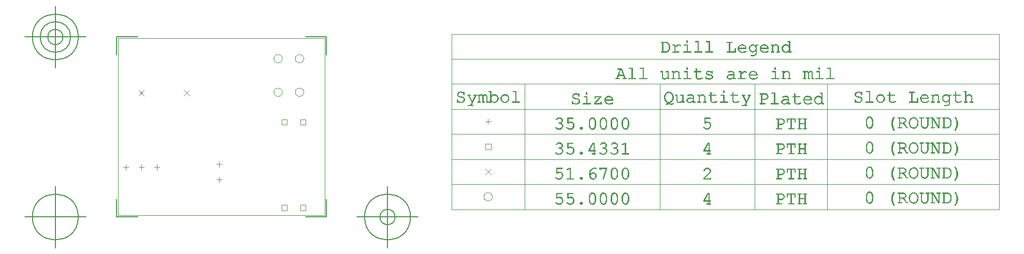
<source format=gbr>
G04 Generated by Ultiboard 14.2 *
%FSLAX24Y24*%
%MOIN*%

%ADD10C,0.0001*%
%ADD11C,0.0004*%
%ADD12C,0.0039*%
%ADD13C,0.0001*%
%ADD14C,0.0050*%


G04 ColorRGB 000000 for the following layer *
%LNDrill Symbols-Copper Top-Copper Bottom*%
%LPD*%
G54D11*
X625Y-3200D02*
X975Y-3200D01*
X800Y-3375D02*
X800Y-3025D01*
X800Y-2375D02*
X800Y-2025D01*
X625Y-2200D02*
X975Y-2200D01*
X-5200Y-2575D02*
X-5200Y-2225D01*
X-5375Y-2400D02*
X-5025Y-2400D01*
X-4375Y-2400D02*
X-4025Y-2400D01*
X-4200Y-2575D02*
X-4200Y-2225D01*
X-3375Y-2400D02*
X-3025Y-2400D01*
X-3200Y-2575D02*
X-3200Y-2225D01*
X4823Y335D02*
X5177Y335D01*
X5177Y689D01*
X4823Y689D01*
X4823Y335D01*
X4823Y-5177D02*
X5177Y-5177D01*
X5177Y-4823D01*
X4823Y-4823D01*
X4823Y-5177D01*
X6023Y335D02*
X6377Y335D01*
X6377Y689D01*
X6023Y689D01*
X6023Y335D01*
X6023Y-5177D02*
X6377Y-5177D01*
X6377Y-4823D01*
X6023Y-4823D01*
X6023Y-5177D01*
X17937Y-1244D02*
X18291Y-1244D01*
X18291Y-890D01*
X17937Y-890D01*
X17937Y-1244D01*
X17939Y547D02*
X18289Y547D01*
X18114Y372D02*
X18114Y722D01*
G54D12*
X-4383Y2217D02*
X-4017Y2583D01*
X-4383Y2583D02*
X-4017Y2217D01*
X-1466Y2583D02*
X-1101Y2217D01*
X-1466Y2217D02*
X-1101Y2583D01*
X5703Y2435D02*
G75*
D01*
G02X5703Y2435I275J0*
G01*
X4325Y2435D02*
G75*
D01*
G02X4325Y2435I275J0*
G01*
X5703Y4600D02*
G75*
D01*
G02X5703Y4600I275J0*
G01*
X4325Y4600D02*
G75*
D01*
G02X4325Y4600I275J0*
G01*
X17839Y-4295D02*
G75*
D01*
G02X17839Y-4295I275J0*
G01*
X17931Y-2864D02*
X18296Y-2498D01*
X17931Y-2498D02*
X18296Y-2864D01*
G54D13*
G36*
X22837Y-4092D02*
X22837Y-4092D01*
X22837Y-4043D01*
X22547Y-4092D01*
X22837Y-4092D01*
D02*
G37*
X22837Y-4043D01*
X22547Y-4092D01*
X22837Y-4092D01*
G36*
X22837Y-4043D02*
X22837Y-4043D01*
X22837Y-4092D01*
X22852Y-4090D01*
X22837Y-4043D01*
D02*
G37*
X22837Y-4092D01*
X22852Y-4090D01*
X22837Y-4043D01*
G36*
X22852Y-4090D02*
X22852Y-4090D01*
X22852Y-4044D01*
X22837Y-4043D01*
X22852Y-4090D01*
D02*
G37*
X22852Y-4044D01*
X22837Y-4043D01*
X22852Y-4090D01*
G36*
X22852Y-4044D02*
X22852Y-4044D01*
X22852Y-4090D01*
X22861Y-4085D01*
X22852Y-4044D01*
D02*
G37*
X22852Y-4090D01*
X22861Y-4085D01*
X22852Y-4044D01*
G36*
X22861Y-4085D02*
X22861Y-4085D01*
X22861Y-4050D01*
X22852Y-4044D01*
X22861Y-4085D01*
D02*
G37*
X22861Y-4050D01*
X22852Y-4044D01*
X22861Y-4085D01*
G36*
X22861Y-4050D02*
X22861Y-4050D01*
X22861Y-4085D01*
X22867Y-4077D01*
X22861Y-4050D01*
D02*
G37*
X22861Y-4085D01*
X22867Y-4077D01*
X22861Y-4050D01*
G36*
X22867Y-4077D02*
X22867Y-4077D01*
X22867Y-4058D01*
X22861Y-4050D01*
X22867Y-4077D01*
D02*
G37*
X22867Y-4058D01*
X22861Y-4050D01*
X22867Y-4077D01*
G36*
X22867Y-4058D02*
X22867Y-4058D01*
X22867Y-4077D01*
X22869Y-4067D01*
X22867Y-4058D01*
D02*
G37*
X22867Y-4077D01*
X22869Y-4067D01*
X22867Y-4058D01*
G36*
X22667Y-4295D02*
X22667Y-4295D01*
X22699Y-4341D01*
X22703Y-4293D01*
X22667Y-4295D01*
D02*
G37*
X22699Y-4341D01*
X22703Y-4293D01*
X22667Y-4295D01*
G36*
X22699Y-4341D02*
X22699Y-4341D01*
X22667Y-4295D01*
X22629Y-4302D01*
X22699Y-4341D01*
D02*
G37*
X22667Y-4295D01*
X22629Y-4302D01*
X22699Y-4341D01*
G36*
X22629Y-4302D02*
X22629Y-4302D01*
X22623Y-4351D01*
X22699Y-4341D01*
X22629Y-4302D01*
D02*
G37*
X22623Y-4351D01*
X22699Y-4341D01*
X22629Y-4302D01*
G36*
X22623Y-4351D02*
X22623Y-4351D01*
X22629Y-4302D01*
X22589Y-4313D01*
X22623Y-4351D01*
D02*
G37*
X22629Y-4302D01*
X22589Y-4313D01*
X22623Y-4351D01*
G36*
X22589Y-4313D02*
X22589Y-4313D01*
X22548Y-4381D01*
X22623Y-4351D01*
X22589Y-4313D01*
D02*
G37*
X22548Y-4381D01*
X22623Y-4351D01*
X22589Y-4313D01*
G36*
X22548Y-4381D02*
X22548Y-4381D01*
X22589Y-4313D01*
X22547Y-4329D01*
X22548Y-4381D01*
D02*
G37*
X22589Y-4313D01*
X22547Y-4329D01*
X22548Y-4381D01*
G36*
X22547Y-4329D02*
X22547Y-4329D01*
X22532Y-4388D01*
X22548Y-4381D01*
X22547Y-4329D01*
D02*
G37*
X22532Y-4388D01*
X22548Y-4381D01*
X22547Y-4329D01*
G36*
X22532Y-4388D02*
X22532Y-4388D01*
X22547Y-4329D01*
X22547Y-4092D01*
X22532Y-4388D01*
D02*
G37*
X22547Y-4329D01*
X22547Y-4092D01*
X22532Y-4388D01*
G36*
X22547Y-4092D02*
X22547Y-4092D01*
X22522Y-4390D01*
X22532Y-4388D01*
X22547Y-4092D01*
D02*
G37*
X22522Y-4390D01*
X22532Y-4388D01*
X22547Y-4092D01*
G36*
X22522Y-4390D02*
X22522Y-4390D01*
X22547Y-4092D01*
X22512Y-4389D01*
X22522Y-4390D01*
D02*
G37*
X22547Y-4092D01*
X22512Y-4389D01*
X22522Y-4390D01*
G36*
X22547Y-4092D02*
X22547Y-4092D01*
X22837Y-4043D01*
X22499Y-4043D01*
X22547Y-4092D01*
D02*
G37*
X22837Y-4043D01*
X22499Y-4043D01*
X22547Y-4092D01*
G36*
X22547Y-4092D01*
X22499Y-4043D01*
X22500Y-4375D01*
X22547Y-4092D01*
D02*
G37*
X22499Y-4043D01*
X22500Y-4375D01*
X22547Y-4092D01*
G36*
X22547Y-4092D01*
X22500Y-4375D01*
X22505Y-4384D01*
X22547Y-4092D01*
D02*
G37*
X22500Y-4375D01*
X22505Y-4384D01*
X22547Y-4092D01*
G36*
X22547Y-4092D01*
X22505Y-4384D01*
X22512Y-4389D01*
X22547Y-4092D01*
D02*
G37*
X22505Y-4384D01*
X22512Y-4389D01*
X22547Y-4092D01*
G36*
X22914Y-4476D02*
X22914Y-4476D01*
X22913Y-4580D01*
X22917Y-4525D01*
X22914Y-4476D01*
D02*
G37*
X22913Y-4580D01*
X22917Y-4525D01*
X22914Y-4476D01*
G36*
X22913Y-4580D02*
X22913Y-4580D01*
X22914Y-4476D01*
X22883Y-4392D01*
X22913Y-4580D01*
D02*
G37*
X22914Y-4476D01*
X22883Y-4392D01*
X22913Y-4580D01*
G36*
X22883Y-4392D02*
X22883Y-4392D01*
X22878Y-4674D01*
X22913Y-4580D01*
X22883Y-4392D01*
D02*
G37*
X22878Y-4674D01*
X22913Y-4580D01*
X22883Y-4392D01*
G36*
X22878Y-4674D02*
X22878Y-4674D01*
X22883Y-4392D01*
X22868Y-4523D01*
X22878Y-4674D01*
D02*
G37*
X22883Y-4392D01*
X22868Y-4523D01*
X22878Y-4674D01*
G36*
X22868Y-4523D02*
X22868Y-4523D01*
X22865Y-4569D01*
X22878Y-4674D01*
X22868Y-4523D01*
D02*
G37*
X22865Y-4569D01*
X22878Y-4674D01*
X22868Y-4523D01*
G36*
X22821Y-4391D02*
X22821Y-4391D01*
X22823Y-4329D01*
X22795Y-4369D01*
X22821Y-4391D01*
D02*
G37*
X22823Y-4329D01*
X22795Y-4369D01*
X22821Y-4391D01*
G36*
X22823Y-4329D02*
X22823Y-4329D01*
X22821Y-4391D01*
X22841Y-4418D01*
X22823Y-4329D01*
D02*
G37*
X22821Y-4391D01*
X22841Y-4418D01*
X22823Y-4329D01*
G36*
X22841Y-4418D02*
X22841Y-4418D01*
X22856Y-4357D01*
X22823Y-4329D01*
X22841Y-4418D01*
D02*
G37*
X22856Y-4357D01*
X22823Y-4329D01*
X22841Y-4418D01*
G36*
X22856Y-4357D02*
X22856Y-4357D01*
X22841Y-4418D01*
X22865Y-4484D01*
X22856Y-4357D01*
D02*
G37*
X22841Y-4418D01*
X22865Y-4484D01*
X22856Y-4357D01*
G36*
X22865Y-4484D02*
X22865Y-4484D01*
X22883Y-4392D01*
X22856Y-4357D01*
X22865Y-4484D01*
D02*
G37*
X22883Y-4392D01*
X22856Y-4357D01*
X22865Y-4484D01*
G36*
X22883Y-4392D02*
X22883Y-4392D01*
X22865Y-4484D01*
X22868Y-4523D01*
X22883Y-4392D01*
D02*
G37*
X22865Y-4484D01*
X22868Y-4523D01*
X22883Y-4392D01*
G36*
X22747Y-4297D02*
X22747Y-4297D01*
X22703Y-4293D01*
X22734Y-4345D01*
X22747Y-4297D01*
D02*
G37*
X22703Y-4293D01*
X22734Y-4345D01*
X22747Y-4297D01*
G36*
X22747Y-4297D01*
X22734Y-4345D01*
X22795Y-4369D01*
X22747Y-4297D01*
D02*
G37*
X22734Y-4345D01*
X22795Y-4369D01*
X22747Y-4297D01*
G36*
X22747Y-4297D01*
X22795Y-4369D01*
X22823Y-4329D01*
X22747Y-4297D01*
D02*
G37*
X22795Y-4369D01*
X22823Y-4329D01*
X22747Y-4297D01*
G36*
X22848Y-4712D02*
X22848Y-4712D01*
X22878Y-4674D01*
X22865Y-4569D01*
X22848Y-4712D01*
D02*
G37*
X22878Y-4674D01*
X22865Y-4569D01*
X22848Y-4712D01*
G36*
X22848Y-4712D01*
X22865Y-4569D01*
X22837Y-4646D01*
X22848Y-4712D01*
D02*
G37*
X22865Y-4569D01*
X22837Y-4646D01*
X22848Y-4712D01*
G36*
X22848Y-4712D01*
X22837Y-4646D01*
X22813Y-4677D01*
X22848Y-4712D01*
D02*
G37*
X22837Y-4646D01*
X22813Y-4677D01*
X22848Y-4712D01*
G36*
X22848Y-4712D01*
X22813Y-4677D01*
X22811Y-4744D01*
X22848Y-4712D01*
D02*
G37*
X22813Y-4677D01*
X22811Y-4744D01*
X22848Y-4712D01*
G36*
X22675Y-4784D02*
X22675Y-4784D01*
X22713Y-4732D01*
X22673Y-4735D01*
X22675Y-4784D01*
D02*
G37*
X22713Y-4732D01*
X22673Y-4735D01*
X22675Y-4784D01*
G36*
X22713Y-4732D02*
X22713Y-4732D01*
X22675Y-4784D01*
X22725Y-4779D01*
X22713Y-4732D01*
D02*
G37*
X22675Y-4784D01*
X22725Y-4779D01*
X22713Y-4732D01*
G36*
X22725Y-4779D02*
X22725Y-4779D01*
X22783Y-4703D01*
X22713Y-4732D01*
X22725Y-4779D01*
D02*
G37*
X22783Y-4703D01*
X22713Y-4732D01*
X22725Y-4779D01*
G36*
X22783Y-4703D02*
X22783Y-4703D01*
X22725Y-4779D01*
X22811Y-4744D01*
X22783Y-4703D01*
D02*
G37*
X22725Y-4779D01*
X22811Y-4744D01*
X22783Y-4703D01*
G36*
X22811Y-4744D02*
X22811Y-4744D01*
X22813Y-4677D01*
X22783Y-4703D01*
X22811Y-4744D01*
D02*
G37*
X22813Y-4677D01*
X22783Y-4703D01*
X22811Y-4744D01*
G36*
X22623Y-4730D02*
X22623Y-4730D01*
X22528Y-4690D01*
X22543Y-4753D01*
X22623Y-4730D01*
D02*
G37*
X22528Y-4690D01*
X22543Y-4753D01*
X22623Y-4730D01*
G36*
X22623Y-4730D01*
X22543Y-4753D01*
X22608Y-4776D01*
X22623Y-4730D01*
D02*
G37*
X22543Y-4753D01*
X22608Y-4776D01*
X22623Y-4730D01*
G36*
X22623Y-4730D01*
X22608Y-4776D01*
X22675Y-4784D01*
X22623Y-4730D01*
D02*
G37*
X22608Y-4776D01*
X22675Y-4784D01*
X22623Y-4730D01*
G36*
X22623Y-4730D01*
X22675Y-4784D01*
X22673Y-4735D01*
X22623Y-4730D01*
D02*
G37*
X22675Y-4784D01*
X22673Y-4735D01*
X22623Y-4730D01*
G36*
X22500Y-4729D02*
X22500Y-4729D01*
X22543Y-4753D01*
X22528Y-4690D01*
X22500Y-4729D01*
D02*
G37*
X22543Y-4753D01*
X22528Y-4690D01*
X22500Y-4729D01*
G36*
X22500Y-4729D01*
X22528Y-4690D01*
X22483Y-4654D01*
X22500Y-4729D01*
D02*
G37*
X22528Y-4690D01*
X22483Y-4654D01*
X22500Y-4729D01*
G36*
X22500Y-4729D01*
X22483Y-4654D01*
X22472Y-4646D01*
X22500Y-4729D01*
D02*
G37*
X22483Y-4654D01*
X22472Y-4646D01*
X22500Y-4729D01*
G36*
X22500Y-4729D01*
X22472Y-4646D01*
X22462Y-4644D01*
X22500Y-4729D01*
D02*
G37*
X22472Y-4646D01*
X22462Y-4644D01*
X22500Y-4729D01*
G36*
X22500Y-4729D01*
X22462Y-4644D01*
X22461Y-4700D01*
X22500Y-4729D01*
D02*
G37*
X22462Y-4644D01*
X22461Y-4700D01*
X22500Y-4729D01*
G36*
X22454Y-4645D02*
X22454Y-4645D01*
X22461Y-4700D01*
X22462Y-4644D01*
X22454Y-4645D01*
D02*
G37*
X22461Y-4700D01*
X22462Y-4644D01*
X22454Y-4645D01*
G36*
X22461Y-4700D02*
X22461Y-4700D01*
X22454Y-4645D01*
X22446Y-4651D01*
X22461Y-4700D01*
D02*
G37*
X22454Y-4645D01*
X22446Y-4651D01*
X22461Y-4700D01*
G36*
X22446Y-4651D02*
X22446Y-4651D01*
X22445Y-4683D01*
X22461Y-4700D01*
X22446Y-4651D01*
D02*
G37*
X22445Y-4683D01*
X22461Y-4700D01*
X22446Y-4651D01*
G36*
X22445Y-4683D02*
X22445Y-4683D01*
X22446Y-4651D01*
X22441Y-4659D01*
X22445Y-4683D01*
D02*
G37*
X22446Y-4651D01*
X22441Y-4659D01*
X22445Y-4683D01*
G36*
X22441Y-4659D02*
X22441Y-4659D01*
X22439Y-4668D01*
X22445Y-4683D01*
X22441Y-4659D01*
D02*
G37*
X22439Y-4668D01*
X22445Y-4683D01*
X22441Y-4659D01*
G36*
X22703Y-4293D02*
X22703Y-4293D01*
X22699Y-4341D01*
X22734Y-4345D01*
X22703Y-4293D01*
D02*
G37*
X22699Y-4341D01*
X22734Y-4345D01*
X22703Y-4293D01*
G36*
X22500Y-4375D02*
X22500Y-4375D01*
X22499Y-4043D01*
X22499Y-4364D01*
X22500Y-4375D01*
D02*
G37*
X22499Y-4043D01*
X22499Y-4364D01*
X22500Y-4375D01*
G36*
X23545Y-4092D02*
X23545Y-4092D01*
X23545Y-4043D01*
X23256Y-4092D01*
X23545Y-4092D01*
D02*
G37*
X23545Y-4043D01*
X23256Y-4092D01*
X23545Y-4092D01*
G36*
X23545Y-4043D02*
X23545Y-4043D01*
X23545Y-4092D01*
X23560Y-4090D01*
X23545Y-4043D01*
D02*
G37*
X23545Y-4092D01*
X23560Y-4090D01*
X23545Y-4043D01*
G36*
X23560Y-4090D02*
X23560Y-4090D01*
X23560Y-4044D01*
X23545Y-4043D01*
X23560Y-4090D01*
D02*
G37*
X23560Y-4044D01*
X23545Y-4043D01*
X23560Y-4090D01*
G36*
X23560Y-4044D02*
X23560Y-4044D01*
X23560Y-4090D01*
X23570Y-4085D01*
X23560Y-4044D01*
D02*
G37*
X23560Y-4090D01*
X23570Y-4085D01*
X23560Y-4044D01*
G36*
X23570Y-4085D02*
X23570Y-4085D01*
X23570Y-4050D01*
X23560Y-4044D01*
X23570Y-4085D01*
D02*
G37*
X23570Y-4050D01*
X23560Y-4044D01*
X23570Y-4085D01*
G36*
X23570Y-4050D02*
X23570Y-4050D01*
X23570Y-4085D01*
X23576Y-4077D01*
X23570Y-4050D01*
D02*
G37*
X23570Y-4085D01*
X23576Y-4077D01*
X23570Y-4050D01*
G36*
X23576Y-4077D02*
X23576Y-4077D01*
X23576Y-4058D01*
X23570Y-4050D01*
X23576Y-4077D01*
D02*
G37*
X23576Y-4058D01*
X23570Y-4050D01*
X23576Y-4077D01*
G36*
X23576Y-4058D02*
X23576Y-4058D01*
X23576Y-4077D01*
X23578Y-4067D01*
X23576Y-4058D01*
D02*
G37*
X23576Y-4077D01*
X23578Y-4067D01*
X23576Y-4058D01*
G36*
X23376Y-4295D02*
X23376Y-4295D01*
X23408Y-4341D01*
X23412Y-4293D01*
X23376Y-4295D01*
D02*
G37*
X23408Y-4341D01*
X23412Y-4293D01*
X23376Y-4295D01*
G36*
X23408Y-4341D02*
X23408Y-4341D01*
X23376Y-4295D01*
X23338Y-4302D01*
X23408Y-4341D01*
D02*
G37*
X23376Y-4295D01*
X23338Y-4302D01*
X23408Y-4341D01*
G36*
X23338Y-4302D02*
X23338Y-4302D01*
X23332Y-4351D01*
X23408Y-4341D01*
X23338Y-4302D01*
D02*
G37*
X23332Y-4351D01*
X23408Y-4341D01*
X23338Y-4302D01*
G36*
X23332Y-4351D02*
X23332Y-4351D01*
X23338Y-4302D01*
X23298Y-4313D01*
X23332Y-4351D01*
D02*
G37*
X23338Y-4302D01*
X23298Y-4313D01*
X23332Y-4351D01*
G36*
X23298Y-4313D02*
X23298Y-4313D01*
X23257Y-4381D01*
X23332Y-4351D01*
X23298Y-4313D01*
D02*
G37*
X23257Y-4381D01*
X23332Y-4351D01*
X23298Y-4313D01*
G36*
X23257Y-4381D02*
X23257Y-4381D01*
X23298Y-4313D01*
X23256Y-4329D01*
X23257Y-4381D01*
D02*
G37*
X23298Y-4313D01*
X23256Y-4329D01*
X23257Y-4381D01*
G36*
X23256Y-4329D02*
X23256Y-4329D01*
X23241Y-4388D01*
X23257Y-4381D01*
X23256Y-4329D01*
D02*
G37*
X23241Y-4388D01*
X23257Y-4381D01*
X23256Y-4329D01*
G36*
X23241Y-4388D02*
X23241Y-4388D01*
X23256Y-4329D01*
X23256Y-4092D01*
X23241Y-4388D01*
D02*
G37*
X23256Y-4329D01*
X23256Y-4092D01*
X23241Y-4388D01*
G36*
X23256Y-4092D02*
X23256Y-4092D01*
X23231Y-4390D01*
X23241Y-4388D01*
X23256Y-4092D01*
D02*
G37*
X23231Y-4390D01*
X23241Y-4388D01*
X23256Y-4092D01*
G36*
X23231Y-4390D02*
X23231Y-4390D01*
X23256Y-4092D01*
X23221Y-4389D01*
X23231Y-4390D01*
D02*
G37*
X23256Y-4092D01*
X23221Y-4389D01*
X23231Y-4390D01*
G36*
X23256Y-4092D02*
X23256Y-4092D01*
X23545Y-4043D01*
X23207Y-4043D01*
X23256Y-4092D01*
D02*
G37*
X23545Y-4043D01*
X23207Y-4043D01*
X23256Y-4092D01*
G36*
X23256Y-4092D01*
X23207Y-4043D01*
X23209Y-4375D01*
X23256Y-4092D01*
D02*
G37*
X23207Y-4043D01*
X23209Y-4375D01*
X23256Y-4092D01*
G36*
X23256Y-4092D01*
X23209Y-4375D01*
X23214Y-4384D01*
X23256Y-4092D01*
D02*
G37*
X23209Y-4375D01*
X23214Y-4384D01*
X23256Y-4092D01*
G36*
X23256Y-4092D01*
X23214Y-4384D01*
X23221Y-4389D01*
X23256Y-4092D01*
D02*
G37*
X23214Y-4384D01*
X23221Y-4389D01*
X23256Y-4092D01*
G36*
X23622Y-4476D02*
X23622Y-4476D01*
X23622Y-4580D01*
X23626Y-4525D01*
X23622Y-4476D01*
D02*
G37*
X23622Y-4580D01*
X23626Y-4525D01*
X23622Y-4476D01*
G36*
X23622Y-4580D02*
X23622Y-4580D01*
X23622Y-4476D01*
X23592Y-4392D01*
X23622Y-4580D01*
D02*
G37*
X23622Y-4476D01*
X23592Y-4392D01*
X23622Y-4580D01*
G36*
X23592Y-4392D02*
X23592Y-4392D01*
X23587Y-4674D01*
X23622Y-4580D01*
X23592Y-4392D01*
D02*
G37*
X23587Y-4674D01*
X23622Y-4580D01*
X23592Y-4392D01*
G36*
X23587Y-4674D02*
X23587Y-4674D01*
X23592Y-4392D01*
X23577Y-4523D01*
X23587Y-4674D01*
D02*
G37*
X23592Y-4392D01*
X23577Y-4523D01*
X23587Y-4674D01*
G36*
X23577Y-4523D02*
X23577Y-4523D01*
X23574Y-4569D01*
X23587Y-4674D01*
X23577Y-4523D01*
D02*
G37*
X23574Y-4569D01*
X23587Y-4674D01*
X23577Y-4523D01*
G36*
X23529Y-4391D02*
X23529Y-4391D01*
X23532Y-4329D01*
X23504Y-4369D01*
X23529Y-4391D01*
D02*
G37*
X23532Y-4329D01*
X23504Y-4369D01*
X23529Y-4391D01*
G36*
X23532Y-4329D02*
X23532Y-4329D01*
X23529Y-4391D01*
X23550Y-4418D01*
X23532Y-4329D01*
D02*
G37*
X23529Y-4391D01*
X23550Y-4418D01*
X23532Y-4329D01*
G36*
X23550Y-4418D02*
X23550Y-4418D01*
X23565Y-4357D01*
X23532Y-4329D01*
X23550Y-4418D01*
D02*
G37*
X23565Y-4357D01*
X23532Y-4329D01*
X23550Y-4418D01*
G36*
X23565Y-4357D02*
X23565Y-4357D01*
X23550Y-4418D01*
X23574Y-4484D01*
X23565Y-4357D01*
D02*
G37*
X23550Y-4418D01*
X23574Y-4484D01*
X23565Y-4357D01*
G36*
X23574Y-4484D02*
X23574Y-4484D01*
X23592Y-4392D01*
X23565Y-4357D01*
X23574Y-4484D01*
D02*
G37*
X23592Y-4392D01*
X23565Y-4357D01*
X23574Y-4484D01*
G36*
X23592Y-4392D02*
X23592Y-4392D01*
X23574Y-4484D01*
X23577Y-4523D01*
X23592Y-4392D01*
D02*
G37*
X23574Y-4484D01*
X23577Y-4523D01*
X23592Y-4392D01*
G36*
X23456Y-4297D02*
X23456Y-4297D01*
X23412Y-4293D01*
X23443Y-4345D01*
X23456Y-4297D01*
D02*
G37*
X23412Y-4293D01*
X23443Y-4345D01*
X23456Y-4297D01*
G36*
X23456Y-4297D01*
X23443Y-4345D01*
X23504Y-4369D01*
X23456Y-4297D01*
D02*
G37*
X23443Y-4345D01*
X23504Y-4369D01*
X23456Y-4297D01*
G36*
X23456Y-4297D01*
X23504Y-4369D01*
X23532Y-4329D01*
X23456Y-4297D01*
D02*
G37*
X23504Y-4369D01*
X23532Y-4329D01*
X23456Y-4297D01*
G36*
X23557Y-4712D02*
X23557Y-4712D01*
X23587Y-4674D01*
X23574Y-4569D01*
X23557Y-4712D01*
D02*
G37*
X23587Y-4674D01*
X23574Y-4569D01*
X23557Y-4712D01*
G36*
X23557Y-4712D01*
X23574Y-4569D01*
X23546Y-4646D01*
X23557Y-4712D01*
D02*
G37*
X23574Y-4569D01*
X23546Y-4646D01*
X23557Y-4712D01*
G36*
X23557Y-4712D01*
X23546Y-4646D01*
X23522Y-4677D01*
X23557Y-4712D01*
D02*
G37*
X23546Y-4646D01*
X23522Y-4677D01*
X23557Y-4712D01*
G36*
X23557Y-4712D01*
X23522Y-4677D01*
X23520Y-4744D01*
X23557Y-4712D01*
D02*
G37*
X23522Y-4677D01*
X23520Y-4744D01*
X23557Y-4712D01*
G36*
X23384Y-4784D02*
X23384Y-4784D01*
X23422Y-4732D01*
X23382Y-4735D01*
X23384Y-4784D01*
D02*
G37*
X23422Y-4732D01*
X23382Y-4735D01*
X23384Y-4784D01*
G36*
X23422Y-4732D02*
X23422Y-4732D01*
X23384Y-4784D01*
X23434Y-4779D01*
X23422Y-4732D01*
D02*
G37*
X23384Y-4784D01*
X23434Y-4779D01*
X23422Y-4732D01*
G36*
X23434Y-4779D02*
X23434Y-4779D01*
X23492Y-4703D01*
X23422Y-4732D01*
X23434Y-4779D01*
D02*
G37*
X23492Y-4703D01*
X23422Y-4732D01*
X23434Y-4779D01*
G36*
X23492Y-4703D02*
X23492Y-4703D01*
X23434Y-4779D01*
X23520Y-4744D01*
X23492Y-4703D01*
D02*
G37*
X23434Y-4779D01*
X23520Y-4744D01*
X23492Y-4703D01*
G36*
X23520Y-4744D02*
X23520Y-4744D01*
X23522Y-4677D01*
X23492Y-4703D01*
X23520Y-4744D01*
D02*
G37*
X23522Y-4677D01*
X23492Y-4703D01*
X23520Y-4744D01*
G36*
X23331Y-4730D02*
X23331Y-4730D01*
X23236Y-4690D01*
X23252Y-4753D01*
X23331Y-4730D01*
D02*
G37*
X23236Y-4690D01*
X23252Y-4753D01*
X23331Y-4730D01*
G36*
X23331Y-4730D01*
X23252Y-4753D01*
X23317Y-4776D01*
X23331Y-4730D01*
D02*
G37*
X23252Y-4753D01*
X23317Y-4776D01*
X23331Y-4730D01*
G36*
X23331Y-4730D01*
X23317Y-4776D01*
X23384Y-4784D01*
X23331Y-4730D01*
D02*
G37*
X23317Y-4776D01*
X23384Y-4784D01*
X23331Y-4730D01*
G36*
X23331Y-4730D01*
X23384Y-4784D01*
X23382Y-4735D01*
X23331Y-4730D01*
D02*
G37*
X23384Y-4784D01*
X23382Y-4735D01*
X23331Y-4730D01*
G36*
X23209Y-4729D02*
X23209Y-4729D01*
X23252Y-4753D01*
X23236Y-4690D01*
X23209Y-4729D01*
D02*
G37*
X23252Y-4753D01*
X23236Y-4690D01*
X23209Y-4729D01*
G36*
X23209Y-4729D01*
X23236Y-4690D01*
X23192Y-4654D01*
X23209Y-4729D01*
D02*
G37*
X23236Y-4690D01*
X23192Y-4654D01*
X23209Y-4729D01*
G36*
X23209Y-4729D01*
X23192Y-4654D01*
X23181Y-4646D01*
X23209Y-4729D01*
D02*
G37*
X23192Y-4654D01*
X23181Y-4646D01*
X23209Y-4729D01*
G36*
X23209Y-4729D01*
X23181Y-4646D01*
X23171Y-4644D01*
X23209Y-4729D01*
D02*
G37*
X23181Y-4646D01*
X23171Y-4644D01*
X23209Y-4729D01*
G36*
X23209Y-4729D01*
X23171Y-4644D01*
X23170Y-4700D01*
X23209Y-4729D01*
D02*
G37*
X23171Y-4644D01*
X23170Y-4700D01*
X23209Y-4729D01*
G36*
X23163Y-4645D02*
X23163Y-4645D01*
X23170Y-4700D01*
X23171Y-4644D01*
X23163Y-4645D01*
D02*
G37*
X23170Y-4700D01*
X23171Y-4644D01*
X23163Y-4645D01*
G36*
X23170Y-4700D02*
X23170Y-4700D01*
X23163Y-4645D01*
X23155Y-4651D01*
X23170Y-4700D01*
D02*
G37*
X23163Y-4645D01*
X23155Y-4651D01*
X23170Y-4700D01*
G36*
X23155Y-4651D02*
X23155Y-4651D01*
X23154Y-4683D01*
X23170Y-4700D01*
X23155Y-4651D01*
D02*
G37*
X23154Y-4683D01*
X23170Y-4700D01*
X23155Y-4651D01*
G36*
X23154Y-4683D02*
X23154Y-4683D01*
X23155Y-4651D01*
X23150Y-4659D01*
X23154Y-4683D01*
D02*
G37*
X23155Y-4651D01*
X23150Y-4659D01*
X23154Y-4683D01*
G36*
X23150Y-4659D02*
X23150Y-4659D01*
X23148Y-4668D01*
X23154Y-4683D01*
X23150Y-4659D01*
D02*
G37*
X23148Y-4668D01*
X23154Y-4683D01*
X23150Y-4659D01*
G36*
X23412Y-4293D02*
X23412Y-4293D01*
X23408Y-4341D01*
X23443Y-4345D01*
X23412Y-4293D01*
D02*
G37*
X23408Y-4341D01*
X23443Y-4345D01*
X23412Y-4293D01*
G36*
X23209Y-4375D02*
X23209Y-4375D01*
X23207Y-4043D01*
X23207Y-4364D01*
X23209Y-4375D01*
D02*
G37*
X23207Y-4043D01*
X23207Y-4364D01*
X23209Y-4375D01*
G36*
X24088Y-4627D02*
X24088Y-4627D01*
X24058Y-4633D01*
X24088Y-4627D01*
D02*
G37*
X24058Y-4633D01*
X24088Y-4627D01*
G36*
X24088Y-4627D01*
X24058Y-4633D01*
X24033Y-4650D01*
X24088Y-4627D01*
D02*
G37*
X24058Y-4633D01*
X24033Y-4650D01*
X24088Y-4627D01*
G36*
X24088Y-4627D01*
X24033Y-4650D01*
X24016Y-4675D01*
X24088Y-4627D01*
D02*
G37*
X24033Y-4650D01*
X24016Y-4675D01*
X24088Y-4627D01*
G36*
X24088Y-4627D01*
X24016Y-4675D01*
X24010Y-4706D01*
X24088Y-4627D01*
D02*
G37*
X24016Y-4675D01*
X24010Y-4706D01*
X24088Y-4627D01*
G36*
X24088Y-4627D01*
X24010Y-4706D01*
X24015Y-4736D01*
X24088Y-4627D01*
D02*
G37*
X24010Y-4706D01*
X24015Y-4736D01*
X24088Y-4627D01*
G36*
X24088Y-4627D01*
X24015Y-4736D01*
X24033Y-4761D01*
X24088Y-4627D01*
D02*
G37*
X24015Y-4736D01*
X24033Y-4761D01*
X24088Y-4627D01*
G36*
X24088Y-4627D01*
X24033Y-4761D01*
X24058Y-4778D01*
X24088Y-4627D01*
D02*
G37*
X24033Y-4761D01*
X24058Y-4778D01*
X24088Y-4627D01*
G36*
X24088Y-4627D01*
X24058Y-4778D01*
X24088Y-4784D01*
X24088Y-4627D01*
D02*
G37*
X24058Y-4778D01*
X24088Y-4784D01*
X24088Y-4627D01*
G36*
X24088Y-4627D01*
X24088Y-4784D01*
X24109Y-4784D01*
X24088Y-4627D01*
D02*
G37*
X24088Y-4784D01*
X24109Y-4784D01*
X24088Y-4627D01*
G36*
X24088Y-4627D01*
X24109Y-4784D01*
X24139Y-4778D01*
X24088Y-4627D01*
D02*
G37*
X24109Y-4784D01*
X24139Y-4778D01*
X24088Y-4627D01*
G36*
X24088Y-4627D01*
X24139Y-4778D01*
X24164Y-4761D01*
X24088Y-4627D01*
D02*
G37*
X24139Y-4778D01*
X24164Y-4761D01*
X24088Y-4627D01*
G36*
X24088Y-4627D01*
X24164Y-4761D01*
X24181Y-4736D01*
X24088Y-4627D01*
D02*
G37*
X24164Y-4761D01*
X24181Y-4736D01*
X24088Y-4627D01*
G36*
X24088Y-4627D01*
X24181Y-4736D01*
X24187Y-4705D01*
X24088Y-4627D01*
D02*
G37*
X24181Y-4736D01*
X24187Y-4705D01*
X24088Y-4627D01*
G36*
X24088Y-4627D01*
X24187Y-4705D01*
X24182Y-4675D01*
X24088Y-4627D01*
D02*
G37*
X24187Y-4705D01*
X24182Y-4675D01*
X24088Y-4627D01*
G36*
X24088Y-4627D01*
X24182Y-4675D01*
X24164Y-4650D01*
X24088Y-4627D01*
D02*
G37*
X24182Y-4675D01*
X24164Y-4650D01*
X24088Y-4627D01*
G36*
X24088Y-4627D01*
X24164Y-4650D01*
X24139Y-4633D01*
X24088Y-4627D01*
D02*
G37*
X24164Y-4650D01*
X24139Y-4633D01*
X24088Y-4627D01*
G36*
X24088Y-4627D01*
X24139Y-4633D01*
X24109Y-4627D01*
X24088Y-4627D01*
D02*
G37*
X24139Y-4633D01*
X24109Y-4627D01*
X24088Y-4627D01*
G36*
X25026Y-4282D02*
X25026Y-4282D01*
X25017Y-4228D01*
X25025Y-4539D01*
X25026Y-4282D01*
D02*
G37*
X25017Y-4228D01*
X25025Y-4539D01*
X25026Y-4282D01*
G36*
X25026Y-4282D01*
X25025Y-4539D01*
X25029Y-4465D01*
X25026Y-4282D01*
D02*
G37*
X25025Y-4539D01*
X25029Y-4465D01*
X25026Y-4282D01*
G36*
X25026Y-4282D01*
X25029Y-4465D01*
X25029Y-4345D01*
X25026Y-4282D01*
D02*
G37*
X25029Y-4465D01*
X25029Y-4345D01*
X25026Y-4282D01*
G36*
X25005Y-4192D02*
X25005Y-4192D01*
X25025Y-4539D01*
X25017Y-4228D01*
X25005Y-4192D01*
D02*
G37*
X25025Y-4539D01*
X25017Y-4228D01*
X25005Y-4192D01*
G36*
X25025Y-4539D02*
X25025Y-4539D01*
X25005Y-4192D01*
X24988Y-4152D01*
X25025Y-4539D01*
D02*
G37*
X25005Y-4192D01*
X24988Y-4152D01*
X25025Y-4539D01*
G36*
X24988Y-4152D02*
X24988Y-4152D01*
X24987Y-4663D01*
X25025Y-4539D01*
X24988Y-4152D01*
D02*
G37*
X24987Y-4663D01*
X25025Y-4539D01*
X24988Y-4152D01*
G36*
X24987Y-4663D02*
X24987Y-4663D01*
X24988Y-4152D01*
X24981Y-4351D01*
X24987Y-4663D01*
D02*
G37*
X24988Y-4152D01*
X24981Y-4351D01*
X24987Y-4663D01*
G36*
X24981Y-4351D02*
X24981Y-4351D01*
X24981Y-4458D01*
X24987Y-4663D01*
X24981Y-4351D01*
D02*
G37*
X24981Y-4458D01*
X24987Y-4663D01*
X24981Y-4351D01*
G36*
X24918Y-4129D02*
X24918Y-4129D01*
X24922Y-4063D01*
X24901Y-4110D01*
X24918Y-4129D01*
D02*
G37*
X24922Y-4063D01*
X24901Y-4110D01*
X24918Y-4129D01*
G36*
X24922Y-4063D02*
X24922Y-4063D01*
X24918Y-4129D01*
X24941Y-4170D01*
X24922Y-4063D01*
D02*
G37*
X24918Y-4129D01*
X24941Y-4170D01*
X24922Y-4063D01*
G36*
X24941Y-4170D02*
X24941Y-4170D01*
X24951Y-4090D01*
X24922Y-4063D01*
X24941Y-4170D01*
D02*
G37*
X24951Y-4090D01*
X24922Y-4063D01*
X24941Y-4170D01*
G36*
X24951Y-4090D02*
X24951Y-4090D01*
X24941Y-4170D01*
X24962Y-4223D01*
X24951Y-4090D01*
D02*
G37*
X24941Y-4170D01*
X24962Y-4223D01*
X24951Y-4090D01*
G36*
X24962Y-4223D02*
X24962Y-4223D01*
X24969Y-4115D01*
X24951Y-4090D01*
X24962Y-4223D01*
D02*
G37*
X24969Y-4115D01*
X24951Y-4090D01*
X24962Y-4223D01*
G36*
X24969Y-4115D02*
X24969Y-4115D01*
X24962Y-4223D01*
X24976Y-4285D01*
X24969Y-4115D01*
D02*
G37*
X24962Y-4223D01*
X24976Y-4285D01*
X24969Y-4115D01*
G36*
X24976Y-4285D02*
X24976Y-4285D01*
X24988Y-4152D01*
X24969Y-4115D01*
X24976Y-4285D01*
D02*
G37*
X24988Y-4152D01*
X24969Y-4115D01*
X24976Y-4285D01*
G36*
X24988Y-4152D02*
X24988Y-4152D01*
X24976Y-4285D01*
X24981Y-4351D01*
X24988Y-4152D01*
D02*
G37*
X24976Y-4285D01*
X24981Y-4351D01*
X24988Y-4152D01*
G36*
X24846Y-4079D02*
X24846Y-4079D01*
X24848Y-4030D01*
X24807Y-4074D01*
X24846Y-4079D01*
D02*
G37*
X24848Y-4030D01*
X24807Y-4074D01*
X24846Y-4079D01*
G36*
X24848Y-4030D02*
X24848Y-4030D01*
X24846Y-4079D01*
X24881Y-4095D01*
X24848Y-4030D01*
D02*
G37*
X24846Y-4079D01*
X24881Y-4095D01*
X24848Y-4030D01*
G36*
X24881Y-4095D02*
X24881Y-4095D01*
X24887Y-4042D01*
X24848Y-4030D01*
X24881Y-4095D01*
D02*
G37*
X24887Y-4042D01*
X24848Y-4030D01*
X24881Y-4095D01*
G36*
X24887Y-4042D02*
X24887Y-4042D01*
X24881Y-4095D01*
X24901Y-4110D01*
X24887Y-4042D01*
D02*
G37*
X24881Y-4095D01*
X24901Y-4110D01*
X24887Y-4042D01*
G36*
X24901Y-4110D02*
X24901Y-4110D01*
X24922Y-4063D01*
X24887Y-4042D01*
X24901Y-4110D01*
D02*
G37*
X24922Y-4063D01*
X24887Y-4042D01*
X24901Y-4110D01*
G36*
X24659Y-4201D02*
X24659Y-4201D01*
X24659Y-4097D01*
X24636Y-4298D01*
X24659Y-4201D01*
D02*
G37*
X24659Y-4097D01*
X24636Y-4298D01*
X24659Y-4201D01*
G36*
X24659Y-4097D02*
X24659Y-4097D01*
X24659Y-4201D01*
X24679Y-4157D01*
X24659Y-4097D01*
D02*
G37*
X24659Y-4201D01*
X24679Y-4157D01*
X24659Y-4097D01*
G36*
X24679Y-4157D02*
X24679Y-4157D01*
X24690Y-4066D01*
X24659Y-4097D01*
X24679Y-4157D01*
D02*
G37*
X24690Y-4066D01*
X24659Y-4097D01*
X24679Y-4157D01*
G36*
X24690Y-4066D02*
X24690Y-4066D01*
X24679Y-4157D01*
X24705Y-4121D01*
X24690Y-4066D01*
D02*
G37*
X24679Y-4157D01*
X24705Y-4121D01*
X24690Y-4066D01*
G36*
X24705Y-4121D02*
X24705Y-4121D01*
X24764Y-4030D01*
X24690Y-4066D01*
X24705Y-4121D01*
D02*
G37*
X24764Y-4030D01*
X24690Y-4066D01*
X24705Y-4121D01*
G36*
X24764Y-4030D02*
X24764Y-4030D01*
X24705Y-4121D01*
X24768Y-4080D01*
X24764Y-4030D01*
D02*
G37*
X24705Y-4121D01*
X24768Y-4080D01*
X24764Y-4030D01*
G36*
X24768Y-4080D02*
X24768Y-4080D01*
X24806Y-4025D01*
X24764Y-4030D01*
X24768Y-4080D01*
D02*
G37*
X24806Y-4025D01*
X24764Y-4030D01*
X24768Y-4080D01*
G36*
X24806Y-4025D02*
X24806Y-4025D01*
X24768Y-4080D01*
X24807Y-4074D01*
X24806Y-4025D01*
D02*
G37*
X24768Y-4080D01*
X24807Y-4074D01*
X24806Y-4025D01*
G36*
X24807Y-4074D02*
X24807Y-4074D01*
X24848Y-4030D01*
X24806Y-4025D01*
X24807Y-4074D01*
D02*
G37*
X24848Y-4030D01*
X24806Y-4025D01*
X24807Y-4074D01*
G36*
X24627Y-4147D02*
X24627Y-4147D01*
X24589Y-4271D01*
X24598Y-4581D01*
X24627Y-4147D01*
D02*
G37*
X24589Y-4271D01*
X24598Y-4581D01*
X24627Y-4147D01*
G36*
X24627Y-4147D01*
X24598Y-4581D01*
X24609Y-4618D01*
X24627Y-4147D01*
D02*
G37*
X24598Y-4581D01*
X24609Y-4618D01*
X24627Y-4147D01*
G36*
X24627Y-4147D01*
X24609Y-4618D01*
X24626Y-4658D01*
X24627Y-4147D01*
D02*
G37*
X24609Y-4618D01*
X24626Y-4658D01*
X24627Y-4147D01*
G36*
X24627Y-4147D01*
X24626Y-4658D01*
X24633Y-4458D01*
X24627Y-4147D01*
D02*
G37*
X24626Y-4658D01*
X24633Y-4458D01*
X24627Y-4147D01*
G36*
X24627Y-4147D01*
X24633Y-4458D01*
X24633Y-4351D01*
X24627Y-4147D01*
D02*
G37*
X24633Y-4458D01*
X24633Y-4351D01*
X24627Y-4147D01*
G36*
X24627Y-4147D01*
X24633Y-4351D01*
X24636Y-4298D01*
X24627Y-4147D01*
D02*
G37*
X24633Y-4351D01*
X24636Y-4298D01*
X24627Y-4147D01*
G36*
X24627Y-4147D01*
X24636Y-4298D01*
X24659Y-4097D01*
X24627Y-4147D01*
D02*
G37*
X24636Y-4298D01*
X24659Y-4097D01*
X24627Y-4147D01*
G36*
X24978Y-4512D02*
X24978Y-4512D01*
X24987Y-4663D01*
X24981Y-4458D01*
X24978Y-4512D01*
D02*
G37*
X24987Y-4663D01*
X24981Y-4458D01*
X24978Y-4512D01*
G36*
X24987Y-4663D02*
X24987Y-4663D01*
X24978Y-4512D01*
X24955Y-4609D01*
X24987Y-4663D01*
D02*
G37*
X24978Y-4512D01*
X24955Y-4609D01*
X24987Y-4663D01*
G36*
X24955Y-4609D02*
X24955Y-4609D01*
X24955Y-4712D01*
X24987Y-4663D01*
X24955Y-4609D01*
D02*
G37*
X24955Y-4712D01*
X24987Y-4663D01*
X24955Y-4609D01*
G36*
X24955Y-4712D02*
X24955Y-4712D01*
X24955Y-4609D01*
X24935Y-4652D01*
X24955Y-4712D01*
D02*
G37*
X24955Y-4609D01*
X24935Y-4652D01*
X24955Y-4712D01*
G36*
X24935Y-4652D02*
X24935Y-4652D01*
X24924Y-4744D01*
X24955Y-4712D01*
X24935Y-4652D01*
D02*
G37*
X24924Y-4744D01*
X24955Y-4712D01*
X24935Y-4652D01*
G36*
X24924Y-4744D02*
X24924Y-4744D01*
X24935Y-4652D01*
X24910Y-4688D01*
X24924Y-4744D01*
D02*
G37*
X24935Y-4652D01*
X24910Y-4688D01*
X24924Y-4744D01*
G36*
X24910Y-4688D02*
X24910Y-4688D01*
X24850Y-4779D01*
X24924Y-4744D01*
X24910Y-4688D01*
D02*
G37*
X24850Y-4779D01*
X24924Y-4744D01*
X24910Y-4688D01*
G36*
X24850Y-4779D02*
X24850Y-4779D01*
X24910Y-4688D01*
X24846Y-4730D01*
X24850Y-4779D01*
D02*
G37*
X24910Y-4688D01*
X24846Y-4730D01*
X24850Y-4779D01*
G36*
X24846Y-4730D02*
X24846Y-4730D01*
X24808Y-4735D01*
X24850Y-4779D01*
X24846Y-4730D01*
D02*
G37*
X24808Y-4735D01*
X24850Y-4779D01*
X24846Y-4730D01*
G36*
X24808Y-4735D02*
X24808Y-4735D01*
X24808Y-4784D01*
X24850Y-4779D01*
X24808Y-4735D01*
D02*
G37*
X24808Y-4784D01*
X24850Y-4779D01*
X24808Y-4735D01*
G36*
X24808Y-4784D02*
X24808Y-4784D01*
X24808Y-4735D01*
X24768Y-4730D01*
X24808Y-4784D01*
D02*
G37*
X24808Y-4735D01*
X24768Y-4730D01*
X24808Y-4784D01*
G36*
X24768Y-4730D02*
X24768Y-4730D01*
X24766Y-4779D01*
X24808Y-4784D01*
X24768Y-4730D01*
D02*
G37*
X24766Y-4779D01*
X24808Y-4784D01*
X24768Y-4730D01*
G36*
X24766Y-4779D02*
X24766Y-4779D01*
X24768Y-4730D01*
X24733Y-4715D01*
X24766Y-4779D01*
D02*
G37*
X24768Y-4730D01*
X24733Y-4715D01*
X24766Y-4779D01*
G36*
X24733Y-4715D02*
X24733Y-4715D01*
X24727Y-4767D01*
X24766Y-4779D01*
X24733Y-4715D01*
D02*
G37*
X24727Y-4767D01*
X24766Y-4779D01*
X24733Y-4715D01*
G36*
X24727Y-4767D02*
X24727Y-4767D01*
X24733Y-4715D01*
X24713Y-4699D01*
X24727Y-4767D01*
D02*
G37*
X24733Y-4715D01*
X24713Y-4699D01*
X24727Y-4767D01*
G36*
X24713Y-4699D02*
X24713Y-4699D01*
X24697Y-4681D01*
X24727Y-4767D01*
X24713Y-4699D01*
D02*
G37*
X24697Y-4681D01*
X24727Y-4767D01*
X24713Y-4699D01*
G36*
X24697Y-4681D02*
X24697Y-4681D01*
X24692Y-4746D01*
X24727Y-4767D01*
X24697Y-4681D01*
D02*
G37*
X24692Y-4746D01*
X24727Y-4767D01*
X24697Y-4681D01*
G36*
X24692Y-4746D02*
X24692Y-4746D01*
X24697Y-4681D01*
X24673Y-4639D01*
X24692Y-4746D01*
D02*
G37*
X24697Y-4681D01*
X24673Y-4639D01*
X24692Y-4746D01*
G36*
X24673Y-4639D02*
X24673Y-4639D01*
X24663Y-4719D01*
X24692Y-4746D01*
X24673Y-4639D01*
D02*
G37*
X24663Y-4719D01*
X24692Y-4746D01*
X24673Y-4639D01*
G36*
X24663Y-4719D02*
X24663Y-4719D01*
X24673Y-4639D01*
X24652Y-4586D01*
X24663Y-4719D01*
D02*
G37*
X24673Y-4639D01*
X24652Y-4586D01*
X24663Y-4719D01*
G36*
X24652Y-4586D02*
X24652Y-4586D01*
X24646Y-4694D01*
X24663Y-4719D01*
X24652Y-4586D01*
D02*
G37*
X24646Y-4694D01*
X24663Y-4719D01*
X24652Y-4586D01*
G36*
X24646Y-4694D02*
X24646Y-4694D01*
X24652Y-4586D01*
X24638Y-4524D01*
X24646Y-4694D01*
D02*
G37*
X24652Y-4586D01*
X24638Y-4524D01*
X24646Y-4694D01*
G36*
X24638Y-4524D02*
X24638Y-4524D01*
X24633Y-4458D01*
X24646Y-4694D01*
X24638Y-4524D01*
D02*
G37*
X24633Y-4458D01*
X24646Y-4694D01*
X24638Y-4524D01*
G36*
X24588Y-4527D02*
X24588Y-4527D01*
X24598Y-4581D01*
X24589Y-4271D01*
X24588Y-4527D01*
D02*
G37*
X24598Y-4581D01*
X24589Y-4271D01*
X24588Y-4527D01*
G36*
X24588Y-4527D01*
X24589Y-4271D01*
X24585Y-4345D01*
X24588Y-4527D01*
D02*
G37*
X24589Y-4271D01*
X24585Y-4345D01*
X24588Y-4527D01*
G36*
X24588Y-4527D01*
X24585Y-4345D01*
X24585Y-4465D01*
X24588Y-4527D01*
D02*
G37*
X24585Y-4345D01*
X24585Y-4465D01*
X24588Y-4527D01*
G36*
X24633Y-4458D02*
X24633Y-4458D01*
X24626Y-4658D01*
X24646Y-4694D01*
X24633Y-4458D01*
D02*
G37*
X24626Y-4658D01*
X24646Y-4694D01*
X24633Y-4458D01*
G36*
X25735Y-4282D02*
X25735Y-4282D01*
X25725Y-4228D01*
X25733Y-4539D01*
X25735Y-4282D01*
D02*
G37*
X25725Y-4228D01*
X25733Y-4539D01*
X25735Y-4282D01*
G36*
X25735Y-4282D01*
X25733Y-4539D01*
X25738Y-4465D01*
X25735Y-4282D01*
D02*
G37*
X25733Y-4539D01*
X25738Y-4465D01*
X25735Y-4282D01*
G36*
X25735Y-4282D01*
X25738Y-4465D01*
X25738Y-4345D01*
X25735Y-4282D01*
D02*
G37*
X25738Y-4465D01*
X25738Y-4345D01*
X25735Y-4282D01*
G36*
X25714Y-4192D02*
X25714Y-4192D01*
X25733Y-4539D01*
X25725Y-4228D01*
X25714Y-4192D01*
D02*
G37*
X25733Y-4539D01*
X25725Y-4228D01*
X25714Y-4192D01*
G36*
X25733Y-4539D02*
X25733Y-4539D01*
X25714Y-4192D01*
X25697Y-4152D01*
X25733Y-4539D01*
D02*
G37*
X25714Y-4192D01*
X25697Y-4152D01*
X25733Y-4539D01*
G36*
X25697Y-4152D02*
X25697Y-4152D01*
X25696Y-4663D01*
X25733Y-4539D01*
X25697Y-4152D01*
D02*
G37*
X25696Y-4663D01*
X25733Y-4539D01*
X25697Y-4152D01*
G36*
X25696Y-4663D02*
X25696Y-4663D01*
X25697Y-4152D01*
X25690Y-4351D01*
X25696Y-4663D01*
D02*
G37*
X25697Y-4152D01*
X25690Y-4351D01*
X25696Y-4663D01*
G36*
X25690Y-4351D02*
X25690Y-4351D01*
X25690Y-4458D01*
X25696Y-4663D01*
X25690Y-4351D01*
D02*
G37*
X25690Y-4458D01*
X25696Y-4663D01*
X25690Y-4351D01*
G36*
X25627Y-4129D02*
X25627Y-4129D01*
X25630Y-4063D01*
X25610Y-4110D01*
X25627Y-4129D01*
D02*
G37*
X25630Y-4063D01*
X25610Y-4110D01*
X25627Y-4129D01*
G36*
X25630Y-4063D02*
X25630Y-4063D01*
X25627Y-4129D01*
X25650Y-4170D01*
X25630Y-4063D01*
D02*
G37*
X25627Y-4129D01*
X25650Y-4170D01*
X25630Y-4063D01*
G36*
X25650Y-4170D02*
X25650Y-4170D01*
X25660Y-4090D01*
X25630Y-4063D01*
X25650Y-4170D01*
D02*
G37*
X25660Y-4090D01*
X25630Y-4063D01*
X25650Y-4170D01*
G36*
X25660Y-4090D02*
X25660Y-4090D01*
X25650Y-4170D01*
X25670Y-4223D01*
X25660Y-4090D01*
D02*
G37*
X25650Y-4170D01*
X25670Y-4223D01*
X25660Y-4090D01*
G36*
X25670Y-4223D02*
X25670Y-4223D01*
X25678Y-4115D01*
X25660Y-4090D01*
X25670Y-4223D01*
D02*
G37*
X25678Y-4115D01*
X25660Y-4090D01*
X25670Y-4223D01*
G36*
X25678Y-4115D02*
X25678Y-4115D01*
X25670Y-4223D01*
X25685Y-4285D01*
X25678Y-4115D01*
D02*
G37*
X25670Y-4223D01*
X25685Y-4285D01*
X25678Y-4115D01*
G36*
X25685Y-4285D02*
X25685Y-4285D01*
X25697Y-4152D01*
X25678Y-4115D01*
X25685Y-4285D01*
D02*
G37*
X25697Y-4152D01*
X25678Y-4115D01*
X25685Y-4285D01*
G36*
X25697Y-4152D02*
X25697Y-4152D01*
X25685Y-4285D01*
X25690Y-4351D01*
X25697Y-4152D01*
D02*
G37*
X25685Y-4285D01*
X25690Y-4351D01*
X25697Y-4152D01*
G36*
X25554Y-4079D02*
X25554Y-4079D01*
X25557Y-4030D01*
X25515Y-4074D01*
X25554Y-4079D01*
D02*
G37*
X25557Y-4030D01*
X25515Y-4074D01*
X25554Y-4079D01*
G36*
X25557Y-4030D02*
X25557Y-4030D01*
X25554Y-4079D01*
X25589Y-4095D01*
X25557Y-4030D01*
D02*
G37*
X25554Y-4079D01*
X25589Y-4095D01*
X25557Y-4030D01*
G36*
X25589Y-4095D02*
X25589Y-4095D01*
X25596Y-4042D01*
X25557Y-4030D01*
X25589Y-4095D01*
D02*
G37*
X25596Y-4042D01*
X25557Y-4030D01*
X25589Y-4095D01*
G36*
X25596Y-4042D02*
X25596Y-4042D01*
X25589Y-4095D01*
X25610Y-4110D01*
X25596Y-4042D01*
D02*
G37*
X25589Y-4095D01*
X25610Y-4110D01*
X25596Y-4042D01*
G36*
X25610Y-4110D02*
X25610Y-4110D01*
X25630Y-4063D01*
X25596Y-4042D01*
X25610Y-4110D01*
D02*
G37*
X25630Y-4063D01*
X25596Y-4042D01*
X25610Y-4110D01*
G36*
X25368Y-4201D02*
X25368Y-4201D01*
X25368Y-4097D01*
X25345Y-4298D01*
X25368Y-4201D01*
D02*
G37*
X25368Y-4097D01*
X25345Y-4298D01*
X25368Y-4201D01*
G36*
X25368Y-4097D02*
X25368Y-4097D01*
X25368Y-4201D01*
X25388Y-4157D01*
X25368Y-4097D01*
D02*
G37*
X25368Y-4201D01*
X25388Y-4157D01*
X25368Y-4097D01*
G36*
X25388Y-4157D02*
X25388Y-4157D01*
X25399Y-4066D01*
X25368Y-4097D01*
X25388Y-4157D01*
D02*
G37*
X25399Y-4066D01*
X25368Y-4097D01*
X25388Y-4157D01*
G36*
X25399Y-4066D02*
X25399Y-4066D01*
X25388Y-4157D01*
X25413Y-4121D01*
X25399Y-4066D01*
D02*
G37*
X25388Y-4157D01*
X25413Y-4121D01*
X25399Y-4066D01*
G36*
X25413Y-4121D02*
X25413Y-4121D01*
X25472Y-4030D01*
X25399Y-4066D01*
X25413Y-4121D01*
D02*
G37*
X25472Y-4030D01*
X25399Y-4066D01*
X25413Y-4121D01*
G36*
X25472Y-4030D02*
X25472Y-4030D01*
X25413Y-4121D01*
X25477Y-4080D01*
X25472Y-4030D01*
D02*
G37*
X25413Y-4121D01*
X25477Y-4080D01*
X25472Y-4030D01*
G36*
X25477Y-4080D02*
X25477Y-4080D01*
X25515Y-4025D01*
X25472Y-4030D01*
X25477Y-4080D01*
D02*
G37*
X25515Y-4025D01*
X25472Y-4030D01*
X25477Y-4080D01*
G36*
X25515Y-4025D02*
X25515Y-4025D01*
X25477Y-4080D01*
X25515Y-4074D01*
X25515Y-4025D01*
D02*
G37*
X25477Y-4080D01*
X25515Y-4074D01*
X25515Y-4025D01*
G36*
X25515Y-4074D02*
X25515Y-4074D01*
X25557Y-4030D01*
X25515Y-4025D01*
X25515Y-4074D01*
D02*
G37*
X25557Y-4030D01*
X25515Y-4025D01*
X25515Y-4074D01*
G36*
X25335Y-4147D02*
X25335Y-4147D01*
X25298Y-4271D01*
X25307Y-4581D01*
X25335Y-4147D01*
D02*
G37*
X25298Y-4271D01*
X25307Y-4581D01*
X25335Y-4147D01*
G36*
X25335Y-4147D01*
X25307Y-4581D01*
X25318Y-4618D01*
X25335Y-4147D01*
D02*
G37*
X25307Y-4581D01*
X25318Y-4618D01*
X25335Y-4147D01*
G36*
X25335Y-4147D01*
X25318Y-4618D01*
X25335Y-4658D01*
X25335Y-4147D01*
D02*
G37*
X25318Y-4618D01*
X25335Y-4658D01*
X25335Y-4147D01*
G36*
X25335Y-4147D01*
X25335Y-4658D01*
X25342Y-4458D01*
X25335Y-4147D01*
D02*
G37*
X25335Y-4658D01*
X25342Y-4458D01*
X25335Y-4147D01*
G36*
X25335Y-4147D01*
X25342Y-4458D01*
X25342Y-4351D01*
X25335Y-4147D01*
D02*
G37*
X25342Y-4458D01*
X25342Y-4351D01*
X25335Y-4147D01*
G36*
X25335Y-4147D01*
X25342Y-4351D01*
X25345Y-4298D01*
X25335Y-4147D01*
D02*
G37*
X25342Y-4351D01*
X25345Y-4298D01*
X25335Y-4147D01*
G36*
X25335Y-4147D01*
X25345Y-4298D01*
X25368Y-4097D01*
X25335Y-4147D01*
D02*
G37*
X25345Y-4298D01*
X25368Y-4097D01*
X25335Y-4147D01*
G36*
X25687Y-4512D02*
X25687Y-4512D01*
X25696Y-4663D01*
X25690Y-4458D01*
X25687Y-4512D01*
D02*
G37*
X25696Y-4663D01*
X25690Y-4458D01*
X25687Y-4512D01*
G36*
X25696Y-4663D02*
X25696Y-4663D01*
X25687Y-4512D01*
X25664Y-4609D01*
X25696Y-4663D01*
D02*
G37*
X25687Y-4512D01*
X25664Y-4609D01*
X25696Y-4663D01*
G36*
X25664Y-4609D02*
X25664Y-4609D01*
X25664Y-4712D01*
X25696Y-4663D01*
X25664Y-4609D01*
D02*
G37*
X25664Y-4712D01*
X25696Y-4663D01*
X25664Y-4609D01*
G36*
X25664Y-4712D02*
X25664Y-4712D01*
X25664Y-4609D01*
X25644Y-4652D01*
X25664Y-4712D01*
D02*
G37*
X25664Y-4609D01*
X25644Y-4652D01*
X25664Y-4712D01*
G36*
X25644Y-4652D02*
X25644Y-4652D01*
X25633Y-4744D01*
X25664Y-4712D01*
X25644Y-4652D01*
D02*
G37*
X25633Y-4744D01*
X25664Y-4712D01*
X25644Y-4652D01*
G36*
X25633Y-4744D02*
X25633Y-4744D01*
X25644Y-4652D01*
X25618Y-4688D01*
X25633Y-4744D01*
D02*
G37*
X25644Y-4652D01*
X25618Y-4688D01*
X25633Y-4744D01*
G36*
X25618Y-4688D02*
X25618Y-4688D01*
X25559Y-4779D01*
X25633Y-4744D01*
X25618Y-4688D01*
D02*
G37*
X25559Y-4779D01*
X25633Y-4744D01*
X25618Y-4688D01*
G36*
X25559Y-4779D02*
X25559Y-4779D01*
X25618Y-4688D01*
X25555Y-4730D01*
X25559Y-4779D01*
D02*
G37*
X25618Y-4688D01*
X25555Y-4730D01*
X25559Y-4779D01*
G36*
X25555Y-4730D02*
X25555Y-4730D01*
X25517Y-4735D01*
X25559Y-4779D01*
X25555Y-4730D01*
D02*
G37*
X25517Y-4735D01*
X25559Y-4779D01*
X25555Y-4730D01*
G36*
X25517Y-4735D02*
X25517Y-4735D01*
X25517Y-4784D01*
X25559Y-4779D01*
X25517Y-4735D01*
D02*
G37*
X25517Y-4784D01*
X25559Y-4779D01*
X25517Y-4735D01*
G36*
X25517Y-4784D02*
X25517Y-4784D01*
X25517Y-4735D01*
X25477Y-4730D01*
X25517Y-4784D01*
D02*
G37*
X25517Y-4735D01*
X25477Y-4730D01*
X25517Y-4784D01*
G36*
X25477Y-4730D02*
X25477Y-4730D01*
X25475Y-4779D01*
X25517Y-4784D01*
X25477Y-4730D01*
D02*
G37*
X25475Y-4779D01*
X25517Y-4784D01*
X25477Y-4730D01*
G36*
X25475Y-4779D02*
X25475Y-4779D01*
X25477Y-4730D01*
X25442Y-4715D01*
X25475Y-4779D01*
D02*
G37*
X25477Y-4730D01*
X25442Y-4715D01*
X25475Y-4779D01*
G36*
X25442Y-4715D02*
X25442Y-4715D01*
X25436Y-4767D01*
X25475Y-4779D01*
X25442Y-4715D01*
D02*
G37*
X25436Y-4767D01*
X25475Y-4779D01*
X25442Y-4715D01*
G36*
X25436Y-4767D02*
X25436Y-4767D01*
X25442Y-4715D01*
X25421Y-4699D01*
X25436Y-4767D01*
D02*
G37*
X25442Y-4715D01*
X25421Y-4699D01*
X25436Y-4767D01*
G36*
X25421Y-4699D02*
X25421Y-4699D01*
X25405Y-4681D01*
X25436Y-4767D01*
X25421Y-4699D01*
D02*
G37*
X25405Y-4681D01*
X25436Y-4767D01*
X25421Y-4699D01*
G36*
X25405Y-4681D02*
X25405Y-4681D01*
X25401Y-4746D01*
X25436Y-4767D01*
X25405Y-4681D01*
D02*
G37*
X25401Y-4746D01*
X25436Y-4767D01*
X25405Y-4681D01*
G36*
X25401Y-4746D02*
X25401Y-4746D01*
X25405Y-4681D01*
X25382Y-4639D01*
X25401Y-4746D01*
D02*
G37*
X25405Y-4681D01*
X25382Y-4639D01*
X25401Y-4746D01*
G36*
X25382Y-4639D02*
X25382Y-4639D01*
X25372Y-4719D01*
X25401Y-4746D01*
X25382Y-4639D01*
D02*
G37*
X25372Y-4719D01*
X25401Y-4746D01*
X25382Y-4639D01*
G36*
X25372Y-4719D02*
X25372Y-4719D01*
X25382Y-4639D01*
X25361Y-4586D01*
X25372Y-4719D01*
D02*
G37*
X25382Y-4639D01*
X25361Y-4586D01*
X25372Y-4719D01*
G36*
X25361Y-4586D02*
X25361Y-4586D01*
X25354Y-4694D01*
X25372Y-4719D01*
X25361Y-4586D01*
D02*
G37*
X25354Y-4694D01*
X25372Y-4719D01*
X25361Y-4586D01*
G36*
X25354Y-4694D02*
X25354Y-4694D01*
X25361Y-4586D01*
X25347Y-4524D01*
X25354Y-4694D01*
D02*
G37*
X25361Y-4586D01*
X25347Y-4524D01*
X25354Y-4694D01*
G36*
X25347Y-4524D02*
X25347Y-4524D01*
X25342Y-4458D01*
X25354Y-4694D01*
X25347Y-4524D01*
D02*
G37*
X25342Y-4458D01*
X25354Y-4694D01*
X25347Y-4524D01*
G36*
X25297Y-4527D02*
X25297Y-4527D01*
X25307Y-4581D01*
X25298Y-4271D01*
X25297Y-4527D01*
D02*
G37*
X25307Y-4581D01*
X25298Y-4271D01*
X25297Y-4527D01*
G36*
X25297Y-4527D01*
X25298Y-4271D01*
X25293Y-4345D01*
X25297Y-4527D01*
D02*
G37*
X25298Y-4271D01*
X25293Y-4345D01*
X25297Y-4527D01*
G36*
X25297Y-4527D01*
X25293Y-4345D01*
X25293Y-4465D01*
X25297Y-4527D01*
D02*
G37*
X25293Y-4345D01*
X25293Y-4465D01*
X25297Y-4527D01*
G36*
X25342Y-4458D02*
X25342Y-4458D01*
X25335Y-4658D01*
X25354Y-4694D01*
X25342Y-4458D01*
D02*
G37*
X25335Y-4658D01*
X25354Y-4694D01*
X25342Y-4458D01*
G36*
X26444Y-4282D02*
X26444Y-4282D01*
X26434Y-4228D01*
X26442Y-4539D01*
X26444Y-4282D01*
D02*
G37*
X26434Y-4228D01*
X26442Y-4539D01*
X26444Y-4282D01*
G36*
X26444Y-4282D01*
X26442Y-4539D01*
X26447Y-4465D01*
X26444Y-4282D01*
D02*
G37*
X26442Y-4539D01*
X26447Y-4465D01*
X26444Y-4282D01*
G36*
X26444Y-4282D01*
X26447Y-4465D01*
X26447Y-4345D01*
X26444Y-4282D01*
D02*
G37*
X26447Y-4465D01*
X26447Y-4345D01*
X26444Y-4282D01*
G36*
X26422Y-4192D02*
X26422Y-4192D01*
X26442Y-4539D01*
X26434Y-4228D01*
X26422Y-4192D01*
D02*
G37*
X26442Y-4539D01*
X26434Y-4228D01*
X26422Y-4192D01*
G36*
X26442Y-4539D02*
X26442Y-4539D01*
X26422Y-4192D01*
X26405Y-4152D01*
X26442Y-4539D01*
D02*
G37*
X26422Y-4192D01*
X26405Y-4152D01*
X26442Y-4539D01*
G36*
X26405Y-4152D02*
X26405Y-4152D01*
X26405Y-4663D01*
X26442Y-4539D01*
X26405Y-4152D01*
D02*
G37*
X26405Y-4663D01*
X26442Y-4539D01*
X26405Y-4152D01*
G36*
X26405Y-4663D02*
X26405Y-4663D01*
X26405Y-4152D01*
X26398Y-4351D01*
X26405Y-4663D01*
D02*
G37*
X26405Y-4152D01*
X26398Y-4351D01*
X26405Y-4663D01*
G36*
X26398Y-4351D02*
X26398Y-4351D01*
X26398Y-4458D01*
X26405Y-4663D01*
X26398Y-4351D01*
D02*
G37*
X26398Y-4458D01*
X26405Y-4663D01*
X26398Y-4351D01*
G36*
X26336Y-4129D02*
X26336Y-4129D01*
X26339Y-4063D01*
X26319Y-4110D01*
X26336Y-4129D01*
D02*
G37*
X26339Y-4063D01*
X26319Y-4110D01*
X26336Y-4129D01*
G36*
X26339Y-4063D02*
X26339Y-4063D01*
X26336Y-4129D01*
X26359Y-4170D01*
X26339Y-4063D01*
D02*
G37*
X26336Y-4129D01*
X26359Y-4170D01*
X26339Y-4063D01*
G36*
X26359Y-4170D02*
X26359Y-4170D01*
X26368Y-4090D01*
X26339Y-4063D01*
X26359Y-4170D01*
D02*
G37*
X26368Y-4090D01*
X26339Y-4063D01*
X26359Y-4170D01*
G36*
X26368Y-4090D02*
X26368Y-4090D01*
X26359Y-4170D01*
X26379Y-4223D01*
X26368Y-4090D01*
D02*
G37*
X26359Y-4170D01*
X26379Y-4223D01*
X26368Y-4090D01*
G36*
X26379Y-4223D02*
X26379Y-4223D01*
X26386Y-4115D01*
X26368Y-4090D01*
X26379Y-4223D01*
D02*
G37*
X26386Y-4115D01*
X26368Y-4090D01*
X26379Y-4223D01*
G36*
X26386Y-4115D02*
X26386Y-4115D01*
X26379Y-4223D01*
X26394Y-4285D01*
X26386Y-4115D01*
D02*
G37*
X26379Y-4223D01*
X26394Y-4285D01*
X26386Y-4115D01*
G36*
X26394Y-4285D02*
X26394Y-4285D01*
X26405Y-4152D01*
X26386Y-4115D01*
X26394Y-4285D01*
D02*
G37*
X26405Y-4152D01*
X26386Y-4115D01*
X26394Y-4285D01*
G36*
X26405Y-4152D02*
X26405Y-4152D01*
X26394Y-4285D01*
X26398Y-4351D01*
X26405Y-4152D01*
D02*
G37*
X26394Y-4285D01*
X26398Y-4351D01*
X26405Y-4152D01*
G36*
X26263Y-4079D02*
X26263Y-4079D01*
X26265Y-4030D01*
X26224Y-4074D01*
X26263Y-4079D01*
D02*
G37*
X26265Y-4030D01*
X26224Y-4074D01*
X26263Y-4079D01*
G36*
X26265Y-4030D02*
X26265Y-4030D01*
X26263Y-4079D01*
X26298Y-4095D01*
X26265Y-4030D01*
D02*
G37*
X26263Y-4079D01*
X26298Y-4095D01*
X26265Y-4030D01*
G36*
X26298Y-4095D02*
X26298Y-4095D01*
X26304Y-4042D01*
X26265Y-4030D01*
X26298Y-4095D01*
D02*
G37*
X26304Y-4042D01*
X26265Y-4030D01*
X26298Y-4095D01*
G36*
X26304Y-4042D02*
X26304Y-4042D01*
X26298Y-4095D01*
X26319Y-4110D01*
X26304Y-4042D01*
D02*
G37*
X26298Y-4095D01*
X26319Y-4110D01*
X26304Y-4042D01*
G36*
X26319Y-4110D02*
X26319Y-4110D01*
X26339Y-4063D01*
X26304Y-4042D01*
X26319Y-4110D01*
D02*
G37*
X26339Y-4063D01*
X26304Y-4042D01*
X26319Y-4110D01*
G36*
X26077Y-4201D02*
X26077Y-4201D01*
X26077Y-4097D01*
X26054Y-4298D01*
X26077Y-4201D01*
D02*
G37*
X26077Y-4097D01*
X26054Y-4298D01*
X26077Y-4201D01*
G36*
X26077Y-4097D02*
X26077Y-4097D01*
X26077Y-4201D01*
X26097Y-4157D01*
X26077Y-4097D01*
D02*
G37*
X26077Y-4201D01*
X26097Y-4157D01*
X26077Y-4097D01*
G36*
X26097Y-4157D02*
X26097Y-4157D01*
X26108Y-4066D01*
X26077Y-4097D01*
X26097Y-4157D01*
D02*
G37*
X26108Y-4066D01*
X26077Y-4097D01*
X26097Y-4157D01*
G36*
X26108Y-4066D02*
X26108Y-4066D01*
X26097Y-4157D01*
X26122Y-4121D01*
X26108Y-4066D01*
D02*
G37*
X26097Y-4157D01*
X26122Y-4121D01*
X26108Y-4066D01*
G36*
X26122Y-4121D02*
X26122Y-4121D01*
X26181Y-4030D01*
X26108Y-4066D01*
X26122Y-4121D01*
D02*
G37*
X26181Y-4030D01*
X26108Y-4066D01*
X26122Y-4121D01*
G36*
X26181Y-4030D02*
X26181Y-4030D01*
X26122Y-4121D01*
X26186Y-4080D01*
X26181Y-4030D01*
D02*
G37*
X26122Y-4121D01*
X26186Y-4080D01*
X26181Y-4030D01*
G36*
X26186Y-4080D02*
X26186Y-4080D01*
X26224Y-4025D01*
X26181Y-4030D01*
X26186Y-4080D01*
D02*
G37*
X26224Y-4025D01*
X26181Y-4030D01*
X26186Y-4080D01*
G36*
X26224Y-4025D02*
X26224Y-4025D01*
X26186Y-4080D01*
X26224Y-4074D01*
X26224Y-4025D01*
D02*
G37*
X26186Y-4080D01*
X26224Y-4074D01*
X26224Y-4025D01*
G36*
X26224Y-4074D02*
X26224Y-4074D01*
X26265Y-4030D01*
X26224Y-4025D01*
X26224Y-4074D01*
D02*
G37*
X26265Y-4030D01*
X26224Y-4025D01*
X26224Y-4074D01*
G36*
X26044Y-4147D02*
X26044Y-4147D01*
X26007Y-4271D01*
X26015Y-4581D01*
X26044Y-4147D01*
D02*
G37*
X26007Y-4271D01*
X26015Y-4581D01*
X26044Y-4147D01*
G36*
X26044Y-4147D01*
X26015Y-4581D01*
X26027Y-4618D01*
X26044Y-4147D01*
D02*
G37*
X26015Y-4581D01*
X26027Y-4618D01*
X26044Y-4147D01*
G36*
X26044Y-4147D01*
X26027Y-4618D01*
X26044Y-4658D01*
X26044Y-4147D01*
D02*
G37*
X26027Y-4618D01*
X26044Y-4658D01*
X26044Y-4147D01*
G36*
X26044Y-4147D01*
X26044Y-4658D01*
X26051Y-4458D01*
X26044Y-4147D01*
D02*
G37*
X26044Y-4658D01*
X26051Y-4458D01*
X26044Y-4147D01*
G36*
X26044Y-4147D01*
X26051Y-4458D01*
X26051Y-4351D01*
X26044Y-4147D01*
D02*
G37*
X26051Y-4458D01*
X26051Y-4351D01*
X26044Y-4147D01*
G36*
X26044Y-4147D01*
X26051Y-4351D01*
X26054Y-4298D01*
X26044Y-4147D01*
D02*
G37*
X26051Y-4351D01*
X26054Y-4298D01*
X26044Y-4147D01*
G36*
X26044Y-4147D01*
X26054Y-4298D01*
X26077Y-4097D01*
X26044Y-4147D01*
D02*
G37*
X26054Y-4298D01*
X26077Y-4097D01*
X26044Y-4147D01*
G36*
X26396Y-4512D02*
X26396Y-4512D01*
X26405Y-4663D01*
X26398Y-4458D01*
X26396Y-4512D01*
D02*
G37*
X26405Y-4663D01*
X26398Y-4458D01*
X26396Y-4512D01*
G36*
X26405Y-4663D02*
X26405Y-4663D01*
X26396Y-4512D01*
X26372Y-4609D01*
X26405Y-4663D01*
D02*
G37*
X26396Y-4512D01*
X26372Y-4609D01*
X26405Y-4663D01*
G36*
X26372Y-4609D02*
X26372Y-4609D01*
X26372Y-4712D01*
X26405Y-4663D01*
X26372Y-4609D01*
D02*
G37*
X26372Y-4712D01*
X26405Y-4663D01*
X26372Y-4609D01*
G36*
X26372Y-4712D02*
X26372Y-4712D01*
X26372Y-4609D01*
X26352Y-4652D01*
X26372Y-4712D01*
D02*
G37*
X26372Y-4609D01*
X26352Y-4652D01*
X26372Y-4712D01*
G36*
X26352Y-4652D02*
X26352Y-4652D01*
X26341Y-4744D01*
X26372Y-4712D01*
X26352Y-4652D01*
D02*
G37*
X26341Y-4744D01*
X26372Y-4712D01*
X26352Y-4652D01*
G36*
X26341Y-4744D02*
X26341Y-4744D01*
X26352Y-4652D01*
X26327Y-4688D01*
X26341Y-4744D01*
D02*
G37*
X26352Y-4652D01*
X26327Y-4688D01*
X26341Y-4744D01*
G36*
X26327Y-4688D02*
X26327Y-4688D01*
X26268Y-4779D01*
X26341Y-4744D01*
X26327Y-4688D01*
D02*
G37*
X26268Y-4779D01*
X26341Y-4744D01*
X26327Y-4688D01*
G36*
X26268Y-4779D02*
X26268Y-4779D01*
X26327Y-4688D01*
X26264Y-4730D01*
X26268Y-4779D01*
D02*
G37*
X26327Y-4688D01*
X26264Y-4730D01*
X26268Y-4779D01*
G36*
X26264Y-4730D02*
X26264Y-4730D01*
X26225Y-4735D01*
X26268Y-4779D01*
X26264Y-4730D01*
D02*
G37*
X26225Y-4735D01*
X26268Y-4779D01*
X26264Y-4730D01*
G36*
X26225Y-4735D02*
X26225Y-4735D01*
X26225Y-4784D01*
X26268Y-4779D01*
X26225Y-4735D01*
D02*
G37*
X26225Y-4784D01*
X26268Y-4779D01*
X26225Y-4735D01*
G36*
X26225Y-4784D02*
X26225Y-4784D01*
X26225Y-4735D01*
X26186Y-4730D01*
X26225Y-4784D01*
D02*
G37*
X26225Y-4735D01*
X26186Y-4730D01*
X26225Y-4784D01*
G36*
X26186Y-4730D02*
X26186Y-4730D01*
X26184Y-4779D01*
X26225Y-4784D01*
X26186Y-4730D01*
D02*
G37*
X26184Y-4779D01*
X26225Y-4784D01*
X26186Y-4730D01*
G36*
X26184Y-4779D02*
X26184Y-4779D01*
X26186Y-4730D01*
X26151Y-4715D01*
X26184Y-4779D01*
D02*
G37*
X26186Y-4730D01*
X26151Y-4715D01*
X26184Y-4779D01*
G36*
X26151Y-4715D02*
X26151Y-4715D01*
X26145Y-4767D01*
X26184Y-4779D01*
X26151Y-4715D01*
D02*
G37*
X26145Y-4767D01*
X26184Y-4779D01*
X26151Y-4715D01*
G36*
X26145Y-4767D02*
X26145Y-4767D01*
X26151Y-4715D01*
X26130Y-4699D01*
X26145Y-4767D01*
D02*
G37*
X26151Y-4715D01*
X26130Y-4699D01*
X26145Y-4767D01*
G36*
X26130Y-4699D02*
X26130Y-4699D01*
X26114Y-4681D01*
X26145Y-4767D01*
X26130Y-4699D01*
D02*
G37*
X26114Y-4681D01*
X26145Y-4767D01*
X26130Y-4699D01*
G36*
X26114Y-4681D02*
X26114Y-4681D01*
X26110Y-4746D01*
X26145Y-4767D01*
X26114Y-4681D01*
D02*
G37*
X26110Y-4746D01*
X26145Y-4767D01*
X26114Y-4681D01*
G36*
X26110Y-4746D02*
X26110Y-4746D01*
X26114Y-4681D01*
X26091Y-4639D01*
X26110Y-4746D01*
D02*
G37*
X26114Y-4681D01*
X26091Y-4639D01*
X26110Y-4746D01*
G36*
X26091Y-4639D02*
X26091Y-4639D01*
X26081Y-4719D01*
X26110Y-4746D01*
X26091Y-4639D01*
D02*
G37*
X26081Y-4719D01*
X26110Y-4746D01*
X26091Y-4639D01*
G36*
X26081Y-4719D02*
X26081Y-4719D01*
X26091Y-4639D01*
X26070Y-4586D01*
X26081Y-4719D01*
D02*
G37*
X26091Y-4639D01*
X26070Y-4586D01*
X26081Y-4719D01*
G36*
X26070Y-4586D02*
X26070Y-4586D01*
X26063Y-4694D01*
X26081Y-4719D01*
X26070Y-4586D01*
D02*
G37*
X26063Y-4694D01*
X26081Y-4719D01*
X26070Y-4586D01*
G36*
X26063Y-4694D02*
X26063Y-4694D01*
X26070Y-4586D01*
X26055Y-4524D01*
X26063Y-4694D01*
D02*
G37*
X26070Y-4586D01*
X26055Y-4524D01*
X26063Y-4694D01*
G36*
X26055Y-4524D02*
X26055Y-4524D01*
X26051Y-4458D01*
X26063Y-4694D01*
X26055Y-4524D01*
D02*
G37*
X26051Y-4458D01*
X26063Y-4694D01*
X26055Y-4524D01*
G36*
X26006Y-4527D02*
X26006Y-4527D01*
X26015Y-4581D01*
X26007Y-4271D01*
X26006Y-4527D01*
D02*
G37*
X26015Y-4581D01*
X26007Y-4271D01*
X26006Y-4527D01*
G36*
X26006Y-4527D01*
X26007Y-4271D01*
X26002Y-4345D01*
X26006Y-4527D01*
D02*
G37*
X26007Y-4271D01*
X26002Y-4345D01*
X26006Y-4527D01*
G36*
X26006Y-4527D01*
X26002Y-4345D01*
X26002Y-4465D01*
X26006Y-4527D01*
D02*
G37*
X26002Y-4345D01*
X26002Y-4465D01*
X26006Y-4527D01*
G36*
X26051Y-4458D02*
X26051Y-4458D01*
X26044Y-4658D01*
X26063Y-4694D01*
X26051Y-4458D01*
D02*
G37*
X26044Y-4658D01*
X26063Y-4694D01*
X26051Y-4458D01*
G36*
X27152Y-4282D02*
X27152Y-4282D01*
X27143Y-4228D01*
X27151Y-4539D01*
X27152Y-4282D01*
D02*
G37*
X27143Y-4228D01*
X27151Y-4539D01*
X27152Y-4282D01*
G36*
X27152Y-4282D01*
X27151Y-4539D01*
X27156Y-4465D01*
X27152Y-4282D01*
D02*
G37*
X27151Y-4539D01*
X27156Y-4465D01*
X27152Y-4282D01*
G36*
X27152Y-4282D01*
X27156Y-4465D01*
X27156Y-4345D01*
X27152Y-4282D01*
D02*
G37*
X27156Y-4465D01*
X27156Y-4345D01*
X27152Y-4282D01*
G36*
X27131Y-4192D02*
X27131Y-4192D01*
X27151Y-4539D01*
X27143Y-4228D01*
X27131Y-4192D01*
D02*
G37*
X27151Y-4539D01*
X27143Y-4228D01*
X27131Y-4192D01*
G36*
X27151Y-4539D02*
X27151Y-4539D01*
X27131Y-4192D01*
X27114Y-4152D01*
X27151Y-4539D01*
D02*
G37*
X27131Y-4192D01*
X27114Y-4152D01*
X27151Y-4539D01*
G36*
X27114Y-4152D02*
X27114Y-4152D01*
X27114Y-4663D01*
X27151Y-4539D01*
X27114Y-4152D01*
D02*
G37*
X27114Y-4663D01*
X27151Y-4539D01*
X27114Y-4152D01*
G36*
X27114Y-4663D02*
X27114Y-4663D01*
X27114Y-4152D01*
X27107Y-4351D01*
X27114Y-4663D01*
D02*
G37*
X27114Y-4152D01*
X27107Y-4351D01*
X27114Y-4663D01*
G36*
X27107Y-4351D02*
X27107Y-4351D01*
X27107Y-4458D01*
X27114Y-4663D01*
X27107Y-4351D01*
D02*
G37*
X27107Y-4458D01*
X27114Y-4663D01*
X27107Y-4351D01*
G36*
X27044Y-4129D02*
X27044Y-4129D01*
X27048Y-4063D01*
X27028Y-4110D01*
X27044Y-4129D01*
D02*
G37*
X27048Y-4063D01*
X27028Y-4110D01*
X27044Y-4129D01*
G36*
X27048Y-4063D02*
X27048Y-4063D01*
X27044Y-4129D01*
X27067Y-4170D01*
X27048Y-4063D01*
D02*
G37*
X27044Y-4129D01*
X27067Y-4170D01*
X27048Y-4063D01*
G36*
X27067Y-4170D02*
X27067Y-4170D01*
X27077Y-4090D01*
X27048Y-4063D01*
X27067Y-4170D01*
D02*
G37*
X27077Y-4090D01*
X27048Y-4063D01*
X27067Y-4170D01*
G36*
X27077Y-4090D02*
X27077Y-4090D01*
X27067Y-4170D01*
X27088Y-4223D01*
X27077Y-4090D01*
D02*
G37*
X27067Y-4170D01*
X27088Y-4223D01*
X27077Y-4090D01*
G36*
X27088Y-4223D02*
X27088Y-4223D01*
X27095Y-4115D01*
X27077Y-4090D01*
X27088Y-4223D01*
D02*
G37*
X27095Y-4115D01*
X27077Y-4090D01*
X27088Y-4223D01*
G36*
X27095Y-4115D02*
X27095Y-4115D01*
X27088Y-4223D01*
X27102Y-4285D01*
X27095Y-4115D01*
D02*
G37*
X27088Y-4223D01*
X27102Y-4285D01*
X27095Y-4115D01*
G36*
X27102Y-4285D02*
X27102Y-4285D01*
X27114Y-4152D01*
X27095Y-4115D01*
X27102Y-4285D01*
D02*
G37*
X27114Y-4152D01*
X27095Y-4115D01*
X27102Y-4285D01*
G36*
X27114Y-4152D02*
X27114Y-4152D01*
X27102Y-4285D01*
X27107Y-4351D01*
X27114Y-4152D01*
D02*
G37*
X27102Y-4285D01*
X27107Y-4351D01*
X27114Y-4152D01*
G36*
X26972Y-4079D02*
X26972Y-4079D01*
X26974Y-4030D01*
X26933Y-4074D01*
X26972Y-4079D01*
D02*
G37*
X26974Y-4030D01*
X26933Y-4074D01*
X26972Y-4079D01*
G36*
X26974Y-4030D02*
X26974Y-4030D01*
X26972Y-4079D01*
X27007Y-4095D01*
X26974Y-4030D01*
D02*
G37*
X26972Y-4079D01*
X27007Y-4095D01*
X26974Y-4030D01*
G36*
X27007Y-4095D02*
X27007Y-4095D01*
X27013Y-4042D01*
X26974Y-4030D01*
X27007Y-4095D01*
D02*
G37*
X27013Y-4042D01*
X26974Y-4030D01*
X27007Y-4095D01*
G36*
X27013Y-4042D02*
X27013Y-4042D01*
X27007Y-4095D01*
X27028Y-4110D01*
X27013Y-4042D01*
D02*
G37*
X27007Y-4095D01*
X27028Y-4110D01*
X27013Y-4042D01*
G36*
X27028Y-4110D02*
X27028Y-4110D01*
X27048Y-4063D01*
X27013Y-4042D01*
X27028Y-4110D01*
D02*
G37*
X27048Y-4063D01*
X27013Y-4042D01*
X27028Y-4110D01*
G36*
X26785Y-4201D02*
X26785Y-4201D01*
X26785Y-4097D01*
X26762Y-4298D01*
X26785Y-4201D01*
D02*
G37*
X26785Y-4097D01*
X26762Y-4298D01*
X26785Y-4201D01*
G36*
X26785Y-4097D02*
X26785Y-4097D01*
X26785Y-4201D01*
X26806Y-4157D01*
X26785Y-4097D01*
D02*
G37*
X26785Y-4201D01*
X26806Y-4157D01*
X26785Y-4097D01*
G36*
X26806Y-4157D02*
X26806Y-4157D01*
X26816Y-4066D01*
X26785Y-4097D01*
X26806Y-4157D01*
D02*
G37*
X26816Y-4066D01*
X26785Y-4097D01*
X26806Y-4157D01*
G36*
X26816Y-4066D02*
X26816Y-4066D01*
X26806Y-4157D01*
X26831Y-4121D01*
X26816Y-4066D01*
D02*
G37*
X26806Y-4157D01*
X26831Y-4121D01*
X26816Y-4066D01*
G36*
X26831Y-4121D02*
X26831Y-4121D01*
X26890Y-4030D01*
X26816Y-4066D01*
X26831Y-4121D01*
D02*
G37*
X26890Y-4030D01*
X26816Y-4066D01*
X26831Y-4121D01*
G36*
X26890Y-4030D02*
X26890Y-4030D01*
X26831Y-4121D01*
X26895Y-4080D01*
X26890Y-4030D01*
D02*
G37*
X26831Y-4121D01*
X26895Y-4080D01*
X26890Y-4030D01*
G36*
X26895Y-4080D02*
X26895Y-4080D01*
X26932Y-4025D01*
X26890Y-4030D01*
X26895Y-4080D01*
D02*
G37*
X26932Y-4025D01*
X26890Y-4030D01*
X26895Y-4080D01*
G36*
X26932Y-4025D02*
X26932Y-4025D01*
X26895Y-4080D01*
X26933Y-4074D01*
X26932Y-4025D01*
D02*
G37*
X26895Y-4080D01*
X26933Y-4074D01*
X26932Y-4025D01*
G36*
X26933Y-4074D02*
X26933Y-4074D01*
X26974Y-4030D01*
X26932Y-4025D01*
X26933Y-4074D01*
D02*
G37*
X26974Y-4030D01*
X26932Y-4025D01*
X26933Y-4074D01*
G36*
X26753Y-4147D02*
X26753Y-4147D01*
X26716Y-4271D01*
X26724Y-4581D01*
X26753Y-4147D01*
D02*
G37*
X26716Y-4271D01*
X26724Y-4581D01*
X26753Y-4147D01*
G36*
X26753Y-4147D01*
X26724Y-4581D01*
X26736Y-4618D01*
X26753Y-4147D01*
D02*
G37*
X26724Y-4581D01*
X26736Y-4618D01*
X26753Y-4147D01*
G36*
X26753Y-4147D01*
X26736Y-4618D01*
X26753Y-4658D01*
X26753Y-4147D01*
D02*
G37*
X26736Y-4618D01*
X26753Y-4658D01*
X26753Y-4147D01*
G36*
X26753Y-4147D01*
X26753Y-4658D01*
X26759Y-4458D01*
X26753Y-4147D01*
D02*
G37*
X26753Y-4658D01*
X26759Y-4458D01*
X26753Y-4147D01*
G36*
X26753Y-4147D01*
X26759Y-4458D01*
X26759Y-4351D01*
X26753Y-4147D01*
D02*
G37*
X26759Y-4458D01*
X26759Y-4351D01*
X26753Y-4147D01*
G36*
X26753Y-4147D01*
X26759Y-4351D01*
X26762Y-4298D01*
X26753Y-4147D01*
D02*
G37*
X26759Y-4351D01*
X26762Y-4298D01*
X26753Y-4147D01*
G36*
X26753Y-4147D01*
X26762Y-4298D01*
X26785Y-4097D01*
X26753Y-4147D01*
D02*
G37*
X26762Y-4298D01*
X26785Y-4097D01*
X26753Y-4147D01*
G36*
X27104Y-4512D02*
X27104Y-4512D01*
X27114Y-4663D01*
X27107Y-4458D01*
X27104Y-4512D01*
D02*
G37*
X27114Y-4663D01*
X27107Y-4458D01*
X27104Y-4512D01*
G36*
X27114Y-4663D02*
X27114Y-4663D01*
X27104Y-4512D01*
X27081Y-4609D01*
X27114Y-4663D01*
D02*
G37*
X27104Y-4512D01*
X27081Y-4609D01*
X27114Y-4663D01*
G36*
X27081Y-4609D02*
X27081Y-4609D01*
X27081Y-4712D01*
X27114Y-4663D01*
X27081Y-4609D01*
D02*
G37*
X27081Y-4712D01*
X27114Y-4663D01*
X27081Y-4609D01*
G36*
X27081Y-4712D02*
X27081Y-4712D01*
X27081Y-4609D01*
X27061Y-4652D01*
X27081Y-4712D01*
D02*
G37*
X27081Y-4609D01*
X27061Y-4652D01*
X27081Y-4712D01*
G36*
X27061Y-4652D02*
X27061Y-4652D01*
X27050Y-4744D01*
X27081Y-4712D01*
X27061Y-4652D01*
D02*
G37*
X27050Y-4744D01*
X27081Y-4712D01*
X27061Y-4652D01*
G36*
X27050Y-4744D02*
X27050Y-4744D01*
X27061Y-4652D01*
X27036Y-4688D01*
X27050Y-4744D01*
D02*
G37*
X27061Y-4652D01*
X27036Y-4688D01*
X27050Y-4744D01*
G36*
X27036Y-4688D02*
X27036Y-4688D01*
X26977Y-4779D01*
X27050Y-4744D01*
X27036Y-4688D01*
D02*
G37*
X26977Y-4779D01*
X27050Y-4744D01*
X27036Y-4688D01*
G36*
X26977Y-4779D02*
X26977Y-4779D01*
X27036Y-4688D01*
X26972Y-4730D01*
X26977Y-4779D01*
D02*
G37*
X27036Y-4688D01*
X26972Y-4730D01*
X26977Y-4779D01*
G36*
X26972Y-4730D02*
X26972Y-4730D01*
X26934Y-4735D01*
X26977Y-4779D01*
X26972Y-4730D01*
D02*
G37*
X26934Y-4735D01*
X26977Y-4779D01*
X26972Y-4730D01*
G36*
X26934Y-4735D02*
X26934Y-4735D01*
X26934Y-4784D01*
X26977Y-4779D01*
X26934Y-4735D01*
D02*
G37*
X26934Y-4784D01*
X26977Y-4779D01*
X26934Y-4735D01*
G36*
X26934Y-4784D02*
X26934Y-4784D01*
X26934Y-4735D01*
X26895Y-4730D01*
X26934Y-4784D01*
D02*
G37*
X26934Y-4735D01*
X26895Y-4730D01*
X26934Y-4784D01*
G36*
X26895Y-4730D02*
X26895Y-4730D01*
X26893Y-4779D01*
X26934Y-4784D01*
X26895Y-4730D01*
D02*
G37*
X26893Y-4779D01*
X26934Y-4784D01*
X26895Y-4730D01*
G36*
X26893Y-4779D02*
X26893Y-4779D01*
X26895Y-4730D01*
X26860Y-4715D01*
X26893Y-4779D01*
D02*
G37*
X26895Y-4730D01*
X26860Y-4715D01*
X26893Y-4779D01*
G36*
X26860Y-4715D02*
X26860Y-4715D01*
X26854Y-4767D01*
X26893Y-4779D01*
X26860Y-4715D01*
D02*
G37*
X26854Y-4767D01*
X26893Y-4779D01*
X26860Y-4715D01*
G36*
X26854Y-4767D02*
X26854Y-4767D01*
X26860Y-4715D01*
X26839Y-4699D01*
X26854Y-4767D01*
D02*
G37*
X26860Y-4715D01*
X26839Y-4699D01*
X26854Y-4767D01*
G36*
X26839Y-4699D02*
X26839Y-4699D01*
X26823Y-4681D01*
X26854Y-4767D01*
X26839Y-4699D01*
D02*
G37*
X26823Y-4681D01*
X26854Y-4767D01*
X26839Y-4699D01*
G36*
X26823Y-4681D02*
X26823Y-4681D01*
X26819Y-4746D01*
X26854Y-4767D01*
X26823Y-4681D01*
D02*
G37*
X26819Y-4746D01*
X26854Y-4767D01*
X26823Y-4681D01*
G36*
X26819Y-4746D02*
X26819Y-4746D01*
X26823Y-4681D01*
X26799Y-4639D01*
X26819Y-4746D01*
D02*
G37*
X26823Y-4681D01*
X26799Y-4639D01*
X26819Y-4746D01*
G36*
X26799Y-4639D02*
X26799Y-4639D01*
X26789Y-4719D01*
X26819Y-4746D01*
X26799Y-4639D01*
D02*
G37*
X26789Y-4719D01*
X26819Y-4746D01*
X26799Y-4639D01*
G36*
X26789Y-4719D02*
X26789Y-4719D01*
X26799Y-4639D01*
X26779Y-4586D01*
X26789Y-4719D01*
D02*
G37*
X26799Y-4639D01*
X26779Y-4586D01*
X26789Y-4719D01*
G36*
X26779Y-4586D02*
X26779Y-4586D01*
X26772Y-4694D01*
X26789Y-4719D01*
X26779Y-4586D01*
D02*
G37*
X26772Y-4694D01*
X26789Y-4719D01*
X26779Y-4586D01*
G36*
X26772Y-4694D02*
X26772Y-4694D01*
X26779Y-4586D01*
X26764Y-4524D01*
X26772Y-4694D01*
D02*
G37*
X26779Y-4586D01*
X26764Y-4524D01*
X26772Y-4694D01*
G36*
X26764Y-4524D02*
X26764Y-4524D01*
X26759Y-4458D01*
X26772Y-4694D01*
X26764Y-4524D01*
D02*
G37*
X26759Y-4458D01*
X26772Y-4694D01*
X26764Y-4524D01*
G36*
X26714Y-4527D02*
X26714Y-4527D01*
X26724Y-4581D01*
X26716Y-4271D01*
X26714Y-4527D01*
D02*
G37*
X26724Y-4581D01*
X26716Y-4271D01*
X26714Y-4527D01*
G36*
X26714Y-4527D01*
X26716Y-4271D01*
X26711Y-4345D01*
X26714Y-4527D01*
D02*
G37*
X26716Y-4271D01*
X26711Y-4345D01*
X26714Y-4527D01*
G36*
X26714Y-4527D01*
X26711Y-4345D01*
X26711Y-4465D01*
X26714Y-4527D01*
D02*
G37*
X26711Y-4345D01*
X26711Y-4465D01*
X26714Y-4527D01*
G36*
X26759Y-4458D02*
X26759Y-4458D01*
X26753Y-4658D01*
X26772Y-4694D01*
X26759Y-4458D01*
D02*
G37*
X26753Y-4658D01*
X26772Y-4694D01*
X26759Y-4458D01*
G36*
X32178Y-4756D02*
X32178Y-4756D01*
X32178Y-4737D01*
X32176Y-4747D01*
X32178Y-4756D01*
D02*
G37*
X32178Y-4737D01*
X32176Y-4747D01*
X32178Y-4756D01*
G36*
X32178Y-4737D02*
X32178Y-4737D01*
X32178Y-4756D01*
X32183Y-4764D01*
X32178Y-4737D01*
D02*
G37*
X32178Y-4756D01*
X32183Y-4764D01*
X32178Y-4737D01*
G36*
X32183Y-4764D02*
X32183Y-4764D01*
X32183Y-4729D01*
X32178Y-4737D01*
X32183Y-4764D01*
D02*
G37*
X32183Y-4729D01*
X32178Y-4737D01*
X32183Y-4764D01*
G36*
X32183Y-4729D02*
X32183Y-4729D01*
X32183Y-4764D01*
X32193Y-4769D01*
X32183Y-4729D01*
D02*
G37*
X32183Y-4764D01*
X32193Y-4769D01*
X32183Y-4729D01*
G36*
X32193Y-4769D02*
X32193Y-4769D01*
X32193Y-4724D01*
X32183Y-4729D01*
X32193Y-4769D01*
D02*
G37*
X32193Y-4724D01*
X32183Y-4729D01*
X32193Y-4769D01*
G36*
X32193Y-4724D02*
X32193Y-4724D01*
X32193Y-4769D01*
X32209Y-4771D01*
X32193Y-4724D01*
D02*
G37*
X32193Y-4769D01*
X32209Y-4771D01*
X32193Y-4724D01*
G36*
X32209Y-4771D02*
X32209Y-4771D01*
X32209Y-4722D01*
X32193Y-4724D01*
X32209Y-4771D01*
D02*
G37*
X32209Y-4722D01*
X32193Y-4724D01*
X32209Y-4771D01*
G36*
X32209Y-4722D02*
X32209Y-4722D01*
X32209Y-4771D01*
X32389Y-4771D01*
X32209Y-4722D01*
D02*
G37*
X32209Y-4771D01*
X32389Y-4771D01*
X32209Y-4722D01*
G36*
X32389Y-4771D02*
X32389Y-4771D01*
X32299Y-4722D01*
X32209Y-4722D01*
X32389Y-4771D01*
D02*
G37*
X32299Y-4722D01*
X32209Y-4722D01*
X32389Y-4771D01*
G36*
X32299Y-4722D02*
X32299Y-4722D01*
X32389Y-4771D01*
X32348Y-4722D01*
X32299Y-4722D01*
D02*
G37*
X32389Y-4771D01*
X32348Y-4722D01*
X32299Y-4722D01*
G36*
X32348Y-4722D02*
X32348Y-4722D01*
X32299Y-4568D01*
X32299Y-4722D01*
X32348Y-4722D01*
D02*
G37*
X32299Y-4568D01*
X32299Y-4722D01*
X32348Y-4722D01*
G36*
X32299Y-4568D02*
X32299Y-4568D01*
X32348Y-4722D01*
X32299Y-4520D01*
X32299Y-4568D01*
D02*
G37*
X32348Y-4722D01*
X32299Y-4520D01*
X32299Y-4568D01*
G36*
X32299Y-4520D02*
X32299Y-4520D01*
X32029Y-4520D01*
X32299Y-4568D01*
X32299Y-4520D01*
D02*
G37*
X32029Y-4520D01*
X32299Y-4568D01*
X32299Y-4520D01*
G36*
X32299Y-4568D02*
X32299Y-4568D01*
X31978Y-4512D01*
X31978Y-4568D01*
X32299Y-4568D01*
D02*
G37*
X31978Y-4512D01*
X31978Y-4568D01*
X32299Y-4568D01*
G36*
X31978Y-4512D02*
X31978Y-4512D01*
X32299Y-4568D01*
X32029Y-4520D01*
X31978Y-4512D01*
D02*
G37*
X32299Y-4568D01*
X32029Y-4520D01*
X31978Y-4512D01*
G36*
X32029Y-4520D02*
X32029Y-4520D01*
X32247Y-4047D01*
X31978Y-4512D01*
X32029Y-4520D01*
D02*
G37*
X32247Y-4047D01*
X31978Y-4512D01*
X32029Y-4520D01*
G36*
X32247Y-4047D02*
X32247Y-4047D01*
X32029Y-4520D01*
X32274Y-4096D01*
X32247Y-4047D01*
D02*
G37*
X32029Y-4520D01*
X32274Y-4096D01*
X32247Y-4047D01*
G36*
X32274Y-4096D02*
X32274Y-4096D01*
X32348Y-4047D01*
X32247Y-4047D01*
X32274Y-4096D01*
D02*
G37*
X32348Y-4047D01*
X32247Y-4047D01*
X32274Y-4096D01*
G36*
X32348Y-4047D02*
X32348Y-4047D01*
X32274Y-4096D01*
X32299Y-4096D01*
X32348Y-4047D01*
D02*
G37*
X32274Y-4096D01*
X32299Y-4096D01*
X32348Y-4047D01*
G36*
X32299Y-4096D02*
X32299Y-4096D01*
X32348Y-4722D01*
X32348Y-4047D01*
X32299Y-4096D01*
D02*
G37*
X32348Y-4722D01*
X32348Y-4047D01*
X32299Y-4096D01*
G36*
X32348Y-4722D02*
X32348Y-4722D01*
X32299Y-4096D01*
X32299Y-4520D01*
X32348Y-4722D01*
D02*
G37*
X32299Y-4096D01*
X32299Y-4520D01*
X32348Y-4722D01*
G36*
X32420Y-4534D02*
X32420Y-4534D01*
X32420Y-4554D01*
X32422Y-4544D01*
X32420Y-4534D01*
D02*
G37*
X32420Y-4554D01*
X32422Y-4544D01*
X32420Y-4534D01*
G36*
X32420Y-4554D02*
X32420Y-4554D01*
X32420Y-4534D01*
X32414Y-4527D01*
X32420Y-4554D01*
D02*
G37*
X32420Y-4534D01*
X32414Y-4527D01*
X32420Y-4554D01*
G36*
X32414Y-4527D02*
X32414Y-4527D01*
X32414Y-4561D01*
X32420Y-4554D01*
X32414Y-4527D01*
D02*
G37*
X32414Y-4561D01*
X32420Y-4554D01*
X32414Y-4527D01*
G36*
X32414Y-4561D02*
X32414Y-4561D01*
X32414Y-4527D01*
X32404Y-4522D01*
X32414Y-4561D01*
D02*
G37*
X32414Y-4527D01*
X32404Y-4522D01*
X32414Y-4561D01*
G36*
X32404Y-4522D02*
X32404Y-4522D01*
X32404Y-4567D01*
X32414Y-4561D01*
X32404Y-4522D01*
D02*
G37*
X32404Y-4567D01*
X32414Y-4561D01*
X32404Y-4522D01*
G36*
X32404Y-4567D02*
X32404Y-4567D01*
X32404Y-4522D01*
X32389Y-4520D01*
X32404Y-4567D01*
D02*
G37*
X32404Y-4522D01*
X32389Y-4520D01*
X32404Y-4567D01*
G36*
X32389Y-4520D02*
X32389Y-4520D01*
X32389Y-4568D01*
X32404Y-4567D01*
X32389Y-4520D01*
D02*
G37*
X32389Y-4568D01*
X32404Y-4567D01*
X32389Y-4520D01*
G36*
X32389Y-4568D02*
X32389Y-4568D01*
X32389Y-4520D01*
X32348Y-4520D01*
X32389Y-4568D01*
D02*
G37*
X32389Y-4520D01*
X32348Y-4520D01*
X32389Y-4568D01*
G36*
X32348Y-4520D02*
X32348Y-4520D01*
X32348Y-4568D01*
X32389Y-4568D01*
X32348Y-4520D01*
D02*
G37*
X32348Y-4568D01*
X32389Y-4568D01*
X32348Y-4520D01*
G36*
X32348Y-4568D02*
X32348Y-4568D01*
X32348Y-4047D01*
X32348Y-4568D01*
D02*
G37*
X32348Y-4047D01*
X32348Y-4568D01*
G36*
X32348Y-4047D02*
X32348Y-4047D01*
X32348Y-4722D01*
X32348Y-4568D01*
X32348Y-4047D01*
D02*
G37*
X32348Y-4722D01*
X32348Y-4568D01*
X32348Y-4047D01*
G36*
X32389Y-4771D02*
X32389Y-4771D01*
X32389Y-4722D01*
X32348Y-4722D01*
X32389Y-4771D01*
D02*
G37*
X32389Y-4722D01*
X32348Y-4722D01*
X32389Y-4771D01*
G36*
X32389Y-4722D02*
X32389Y-4722D01*
X32389Y-4771D01*
X32404Y-4769D01*
X32389Y-4722D01*
D02*
G37*
X32389Y-4771D01*
X32404Y-4769D01*
X32389Y-4722D01*
G36*
X32404Y-4769D02*
X32404Y-4769D01*
X32404Y-4724D01*
X32389Y-4722D01*
X32404Y-4769D01*
D02*
G37*
X32404Y-4724D01*
X32389Y-4722D01*
X32404Y-4769D01*
G36*
X32404Y-4724D02*
X32404Y-4724D01*
X32404Y-4769D01*
X32414Y-4764D01*
X32404Y-4724D01*
D02*
G37*
X32404Y-4769D01*
X32414Y-4764D01*
X32404Y-4724D01*
G36*
X32414Y-4764D02*
X32414Y-4764D01*
X32414Y-4729D01*
X32404Y-4724D01*
X32414Y-4764D01*
D02*
G37*
X32414Y-4729D01*
X32404Y-4724D01*
X32414Y-4764D01*
G36*
X32414Y-4729D02*
X32414Y-4729D01*
X32414Y-4764D01*
X32420Y-4756D01*
X32414Y-4729D01*
D02*
G37*
X32414Y-4764D01*
X32420Y-4756D01*
X32414Y-4729D01*
G36*
X32420Y-4756D02*
X32420Y-4756D01*
X32420Y-4737D01*
X32414Y-4729D01*
X32420Y-4756D01*
D02*
G37*
X32420Y-4737D01*
X32414Y-4729D01*
X32420Y-4756D01*
G36*
X32420Y-4737D02*
X32420Y-4737D01*
X32420Y-4756D01*
X32422Y-4747D01*
X32420Y-4737D01*
D02*
G37*
X32420Y-4756D01*
X32422Y-4747D01*
X32420Y-4737D01*
G36*
X37140Y-4398D02*
X37140Y-4398D01*
X37148Y-4173D01*
X37135Y-4281D01*
X37140Y-4398D01*
D02*
G37*
X37148Y-4173D01*
X37135Y-4281D01*
X37140Y-4398D01*
G36*
X37148Y-4173D02*
X37148Y-4173D01*
X37140Y-4398D01*
X37163Y-4365D01*
X37148Y-4173D01*
D02*
G37*
X37140Y-4398D01*
X37163Y-4365D01*
X37148Y-4173D01*
G36*
X37163Y-4365D02*
X37163Y-4365D01*
X37179Y-4242D01*
X37148Y-4173D01*
X37163Y-4365D01*
D02*
G37*
X37179Y-4242D01*
X37148Y-4173D01*
X37163Y-4365D01*
G36*
X37179Y-4242D02*
X37179Y-4242D01*
X37163Y-4365D01*
X37178Y-4325D01*
X37179Y-4242D01*
D02*
G37*
X37163Y-4365D01*
X37178Y-4325D01*
X37179Y-4242D01*
G36*
X37178Y-4325D02*
X37178Y-4325D01*
X37183Y-4281D01*
X37179Y-4242D01*
X37178Y-4325D01*
D02*
G37*
X37183Y-4281D01*
X37179Y-4242D01*
X37178Y-4325D01*
G36*
X37086Y-4178D02*
X37086Y-4178D01*
X37086Y-4117D01*
X37060Y-4158D01*
X37086Y-4178D01*
D02*
G37*
X37086Y-4117D01*
X37060Y-4158D01*
X37086Y-4178D01*
G36*
X37086Y-4117D02*
X37086Y-4117D01*
X37086Y-4178D01*
X37107Y-4201D01*
X37086Y-4117D01*
D02*
G37*
X37086Y-4178D01*
X37107Y-4201D01*
X37086Y-4117D01*
G36*
X37107Y-4201D02*
X37107Y-4201D01*
X37120Y-4143D01*
X37086Y-4117D01*
X37107Y-4201D01*
D02*
G37*
X37120Y-4143D01*
X37086Y-4117D01*
X37107Y-4201D01*
G36*
X37120Y-4143D02*
X37120Y-4143D01*
X37107Y-4201D01*
X37132Y-4253D01*
X37120Y-4143D01*
D02*
G37*
X37107Y-4201D01*
X37132Y-4253D01*
X37120Y-4143D01*
G36*
X37132Y-4253D02*
X37132Y-4253D01*
X37148Y-4173D01*
X37120Y-4143D01*
X37132Y-4253D01*
D02*
G37*
X37148Y-4173D01*
X37120Y-4143D01*
X37132Y-4253D01*
G36*
X37148Y-4173D02*
X37148Y-4173D01*
X37132Y-4253D01*
X37135Y-4281D01*
X37148Y-4173D01*
D02*
G37*
X37132Y-4253D01*
X37135Y-4281D01*
X37148Y-4173D01*
G36*
X37005Y-4088D02*
X37005Y-4088D01*
X36957Y-4084D01*
X36962Y-4132D01*
X37005Y-4088D01*
D02*
G37*
X36957Y-4084D01*
X36962Y-4132D01*
X37005Y-4088D01*
G36*
X37005Y-4088D01*
X36962Y-4132D01*
X36998Y-4135D01*
X37005Y-4088D01*
D02*
G37*
X36962Y-4132D01*
X36998Y-4135D01*
X37005Y-4088D01*
G36*
X37005Y-4088D01*
X36998Y-4135D01*
X37060Y-4158D01*
X37005Y-4088D01*
D02*
G37*
X36998Y-4135D01*
X37060Y-4158D01*
X37005Y-4088D01*
G36*
X37005Y-4088D01*
X37060Y-4158D01*
X37086Y-4117D01*
X37005Y-4088D01*
D02*
G37*
X37060Y-4158D01*
X37086Y-4117D01*
X37005Y-4088D01*
G36*
X36645Y-4744D02*
X36645Y-4744D01*
X36645Y-4725D01*
X36644Y-4734D01*
X36645Y-4744D01*
D02*
G37*
X36645Y-4725D01*
X36644Y-4734D01*
X36645Y-4744D01*
G36*
X36645Y-4725D02*
X36645Y-4725D01*
X36645Y-4744D01*
X36651Y-4752D01*
X36645Y-4725D01*
D02*
G37*
X36645Y-4744D01*
X36651Y-4752D01*
X36645Y-4725D01*
G36*
X36651Y-4752D02*
X36651Y-4752D01*
X36651Y-4717D01*
X36645Y-4725D01*
X36651Y-4752D01*
D02*
G37*
X36651Y-4717D01*
X36645Y-4725D01*
X36651Y-4752D01*
G36*
X36651Y-4717D02*
X36651Y-4717D01*
X36651Y-4752D01*
X36661Y-4757D01*
X36651Y-4717D01*
D02*
G37*
X36651Y-4752D01*
X36661Y-4757D01*
X36651Y-4717D01*
G36*
X36661Y-4757D02*
X36661Y-4757D01*
X36661Y-4712D01*
X36651Y-4717D01*
X36661Y-4757D01*
D02*
G37*
X36661Y-4712D01*
X36651Y-4717D01*
X36661Y-4757D01*
G36*
X36661Y-4712D02*
X36661Y-4712D01*
X36661Y-4757D01*
X36676Y-4759D01*
X36661Y-4712D01*
D02*
G37*
X36661Y-4757D01*
X36676Y-4759D01*
X36661Y-4712D01*
G36*
X36676Y-4759D02*
X36676Y-4759D01*
X36676Y-4710D01*
X36661Y-4712D01*
X36676Y-4759D01*
D02*
G37*
X36676Y-4710D01*
X36661Y-4712D01*
X36676Y-4759D01*
G36*
X36676Y-4710D02*
X36676Y-4710D01*
X36676Y-4759D01*
X36956Y-4759D01*
X36676Y-4710D01*
D02*
G37*
X36676Y-4759D01*
X36956Y-4759D01*
X36676Y-4710D01*
G36*
X36956Y-4759D02*
X36956Y-4759D01*
X36741Y-4710D01*
X36676Y-4710D01*
X36956Y-4759D01*
D02*
G37*
X36741Y-4710D01*
X36676Y-4710D01*
X36956Y-4759D01*
G36*
X36741Y-4710D02*
X36741Y-4710D01*
X36956Y-4759D01*
X36790Y-4710D01*
X36741Y-4710D01*
D02*
G37*
X36956Y-4759D01*
X36790Y-4710D01*
X36741Y-4710D01*
G36*
X36790Y-4710D02*
X36790Y-4710D01*
X36741Y-4132D01*
X36741Y-4710D01*
X36790Y-4710D01*
D02*
G37*
X36741Y-4132D01*
X36741Y-4710D01*
X36790Y-4710D01*
G36*
X36741Y-4132D02*
X36741Y-4132D01*
X36790Y-4710D01*
X36790Y-4132D01*
X36741Y-4132D01*
D02*
G37*
X36790Y-4710D01*
X36790Y-4132D01*
X36741Y-4132D01*
G36*
X36790Y-4132D02*
X36790Y-4132D01*
X36957Y-4084D01*
X36741Y-4132D01*
X36790Y-4132D01*
D02*
G37*
X36957Y-4084D01*
X36741Y-4132D01*
X36790Y-4132D01*
G36*
X36957Y-4084D02*
X36957Y-4084D01*
X36790Y-4132D01*
X36962Y-4132D01*
X36957Y-4084D01*
D02*
G37*
X36790Y-4132D01*
X36962Y-4132D01*
X36957Y-4084D01*
G36*
X37113Y-4351D02*
X37113Y-4351D01*
X37114Y-4424D01*
X37130Y-4316D01*
X37113Y-4351D01*
D02*
G37*
X37114Y-4424D01*
X37130Y-4316D01*
X37113Y-4351D01*
G36*
X37114Y-4424D02*
X37114Y-4424D01*
X37113Y-4351D01*
X37085Y-4383D01*
X37114Y-4424D01*
D02*
G37*
X37113Y-4351D01*
X37085Y-4383D01*
X37114Y-4424D01*
G36*
X37085Y-4383D02*
X37085Y-4383D01*
X37070Y-4452D01*
X37114Y-4424D01*
X37085Y-4383D01*
D02*
G37*
X37070Y-4452D01*
X37114Y-4424D01*
X37085Y-4383D01*
G36*
X37070Y-4452D02*
X37070Y-4452D01*
X37085Y-4383D01*
X37045Y-4409D01*
X37070Y-4452D01*
D02*
G37*
X37085Y-4383D01*
X37045Y-4409D01*
X37070Y-4452D01*
G36*
X37045Y-4409D02*
X37045Y-4409D01*
X37024Y-4471D01*
X37070Y-4452D01*
X37045Y-4409D01*
D02*
G37*
X37024Y-4471D01*
X37070Y-4452D01*
X37045Y-4409D01*
G36*
X37024Y-4471D02*
X37024Y-4471D01*
X37045Y-4409D01*
X36996Y-4427D01*
X37024Y-4471D01*
D02*
G37*
X37045Y-4409D01*
X36996Y-4427D01*
X37024Y-4471D01*
G36*
X36996Y-4427D02*
X36996Y-4427D01*
X36987Y-4479D01*
X37024Y-4471D01*
X36996Y-4427D01*
D02*
G37*
X36987Y-4479D01*
X37024Y-4471D01*
X36996Y-4427D01*
G36*
X36987Y-4479D02*
X36987Y-4479D01*
X36996Y-4427D01*
X36944Y-4433D01*
X36987Y-4479D01*
D02*
G37*
X36996Y-4427D01*
X36944Y-4433D01*
X36987Y-4479D01*
G36*
X36944Y-4433D02*
X36944Y-4433D01*
X36941Y-4482D01*
X36987Y-4479D01*
X36944Y-4433D01*
D02*
G37*
X36941Y-4482D01*
X36987Y-4479D01*
X36944Y-4433D01*
G36*
X36941Y-4482D02*
X36941Y-4482D01*
X36944Y-4433D01*
X36790Y-4433D01*
X36941Y-4482D01*
D02*
G37*
X36944Y-4433D01*
X36790Y-4433D01*
X36941Y-4482D01*
G36*
X36790Y-4433D02*
X36790Y-4433D01*
X36790Y-4482D01*
X36941Y-4482D01*
X36790Y-4433D01*
D02*
G37*
X36790Y-4482D01*
X36941Y-4482D01*
X36790Y-4433D01*
G36*
X36790Y-4482D02*
X36790Y-4482D01*
X36790Y-4132D01*
X36790Y-4482D01*
D02*
G37*
X36790Y-4132D01*
X36790Y-4482D01*
G36*
X36790Y-4132D02*
X36790Y-4132D01*
X36790Y-4710D01*
X36790Y-4482D01*
X36790Y-4132D01*
D02*
G37*
X36790Y-4710D01*
X36790Y-4482D01*
X36790Y-4132D01*
G36*
X36645Y-4118D02*
X36645Y-4118D01*
X36645Y-4098D01*
X36644Y-4108D01*
X36645Y-4118D01*
D02*
G37*
X36645Y-4098D01*
X36644Y-4108D01*
X36645Y-4118D01*
G36*
X36645Y-4098D02*
X36645Y-4098D01*
X36645Y-4118D01*
X36651Y-4126D01*
X36645Y-4098D01*
D02*
G37*
X36645Y-4118D01*
X36651Y-4126D01*
X36645Y-4098D01*
G36*
X36651Y-4126D02*
X36651Y-4126D01*
X36651Y-4091D01*
X36645Y-4098D01*
X36651Y-4126D01*
D02*
G37*
X36651Y-4091D01*
X36645Y-4098D01*
X36651Y-4126D01*
G36*
X36651Y-4091D02*
X36651Y-4091D01*
X36651Y-4126D01*
X36661Y-4131D01*
X36651Y-4091D01*
D02*
G37*
X36651Y-4126D01*
X36661Y-4131D01*
X36651Y-4091D01*
G36*
X36661Y-4131D02*
X36661Y-4131D01*
X36661Y-4086D01*
X36651Y-4091D01*
X36661Y-4131D01*
D02*
G37*
X36661Y-4086D01*
X36651Y-4091D01*
X36661Y-4131D01*
G36*
X36661Y-4086D02*
X36661Y-4086D01*
X36661Y-4131D01*
X36676Y-4132D01*
X36661Y-4086D01*
D02*
G37*
X36661Y-4131D01*
X36676Y-4132D01*
X36661Y-4086D01*
G36*
X36676Y-4132D02*
X36676Y-4132D01*
X36676Y-4084D01*
X36661Y-4086D01*
X36676Y-4132D01*
D02*
G37*
X36676Y-4084D01*
X36661Y-4086D01*
X36676Y-4132D01*
G36*
X36676Y-4084D02*
X36676Y-4084D01*
X36676Y-4132D01*
X36741Y-4132D01*
X36676Y-4084D01*
D02*
G37*
X36676Y-4132D01*
X36741Y-4132D01*
X36676Y-4084D01*
G36*
X36741Y-4132D02*
X36741Y-4132D01*
X36957Y-4084D01*
X36676Y-4084D01*
X36741Y-4132D01*
D02*
G37*
X36957Y-4084D01*
X36676Y-4084D01*
X36741Y-4132D01*
G36*
X37130Y-4316D02*
X37130Y-4316D01*
X37114Y-4424D01*
X37140Y-4398D01*
X37130Y-4316D01*
D02*
G37*
X37114Y-4424D01*
X37140Y-4398D01*
X37130Y-4316D01*
G36*
X37130Y-4316D01*
X37140Y-4398D01*
X37135Y-4281D01*
X37130Y-4316D01*
D02*
G37*
X37140Y-4398D01*
X37135Y-4281D01*
X37130Y-4316D01*
G36*
X36956Y-4759D02*
X36956Y-4759D01*
X36956Y-4710D01*
X36790Y-4710D01*
X36956Y-4759D01*
D02*
G37*
X36956Y-4710D01*
X36790Y-4710D01*
X36956Y-4759D01*
G36*
X36956Y-4710D02*
X36956Y-4710D01*
X36956Y-4759D01*
X36970Y-4757D01*
X36956Y-4710D01*
D02*
G37*
X36956Y-4759D01*
X36970Y-4757D01*
X36956Y-4710D01*
G36*
X36970Y-4757D02*
X36970Y-4757D01*
X36970Y-4712D01*
X36956Y-4710D01*
X36970Y-4757D01*
D02*
G37*
X36970Y-4712D01*
X36956Y-4710D01*
X36970Y-4757D01*
G36*
X36970Y-4712D02*
X36970Y-4712D01*
X36970Y-4757D01*
X36980Y-4752D01*
X36970Y-4712D01*
D02*
G37*
X36970Y-4757D01*
X36980Y-4752D01*
X36970Y-4712D01*
G36*
X36980Y-4752D02*
X36980Y-4752D01*
X36980Y-4717D01*
X36970Y-4712D01*
X36980Y-4752D01*
D02*
G37*
X36980Y-4717D01*
X36970Y-4712D01*
X36980Y-4752D01*
G36*
X36980Y-4717D02*
X36980Y-4717D01*
X36980Y-4752D01*
X36986Y-4744D01*
X36980Y-4717D01*
D02*
G37*
X36980Y-4752D01*
X36986Y-4744D01*
X36980Y-4717D01*
G36*
X36986Y-4744D02*
X36986Y-4744D01*
X36986Y-4725D01*
X36980Y-4717D01*
X36986Y-4744D01*
D02*
G37*
X36986Y-4725D01*
X36980Y-4717D01*
X36986Y-4744D01*
G36*
X36986Y-4725D02*
X36986Y-4725D01*
X36986Y-4744D01*
X36988Y-4734D01*
X36986Y-4725D01*
D02*
G37*
X36986Y-4744D01*
X36988Y-4734D01*
X36986Y-4725D01*
G36*
X37874Y-4084D02*
X37874Y-4084D01*
X37332Y-4084D01*
X37380Y-4132D01*
X37874Y-4084D01*
D02*
G37*
X37332Y-4084D01*
X37380Y-4132D01*
X37874Y-4084D01*
G36*
X37874Y-4084D01*
X37380Y-4132D01*
X37578Y-4132D01*
X37874Y-4084D01*
D02*
G37*
X37380Y-4132D01*
X37578Y-4132D01*
X37874Y-4084D01*
G36*
X37874Y-4084D01*
X37578Y-4132D01*
X37627Y-4132D01*
X37874Y-4084D01*
D02*
G37*
X37578Y-4132D01*
X37627Y-4132D01*
X37874Y-4084D01*
G36*
X37874Y-4084D01*
X37627Y-4132D01*
X37826Y-4132D01*
X37874Y-4084D01*
D02*
G37*
X37627Y-4132D01*
X37826Y-4132D01*
X37874Y-4084D01*
G36*
X37874Y-4084D01*
X37826Y-4132D01*
X37828Y-4315D01*
X37874Y-4084D01*
D02*
G37*
X37826Y-4132D01*
X37828Y-4315D01*
X37874Y-4084D01*
G36*
X37874Y-4084D01*
X37828Y-4315D01*
X37832Y-4326D01*
X37874Y-4084D01*
D02*
G37*
X37828Y-4315D01*
X37832Y-4326D01*
X37874Y-4084D01*
G36*
X37874Y-4084D01*
X37832Y-4326D01*
X37840Y-4331D01*
X37874Y-4084D01*
D02*
G37*
X37832Y-4326D01*
X37840Y-4331D01*
X37874Y-4084D01*
G36*
X37874Y-4084D01*
X37840Y-4331D01*
X37850Y-4333D01*
X37874Y-4084D01*
D02*
G37*
X37840Y-4331D01*
X37850Y-4333D01*
X37874Y-4084D01*
G36*
X37874Y-4084D01*
X37850Y-4333D01*
X37860Y-4331D01*
X37874Y-4084D01*
D02*
G37*
X37850Y-4333D01*
X37860Y-4331D01*
X37874Y-4084D01*
G36*
X37874Y-4084D01*
X37860Y-4331D01*
X37868Y-4326D01*
X37874Y-4084D01*
D02*
G37*
X37860Y-4331D01*
X37868Y-4326D01*
X37874Y-4084D01*
G36*
X37874Y-4084D01*
X37868Y-4326D01*
X37873Y-4315D01*
X37874Y-4084D01*
D02*
G37*
X37868Y-4326D01*
X37873Y-4315D01*
X37874Y-4084D01*
G36*
X37874Y-4084D01*
X37873Y-4315D01*
X37874Y-4300D01*
X37874Y-4084D01*
D02*
G37*
X37873Y-4315D01*
X37874Y-4300D01*
X37874Y-4084D01*
G36*
X37422Y-4744D02*
X37422Y-4744D01*
X37422Y-4725D01*
X37420Y-4734D01*
X37422Y-4744D01*
D02*
G37*
X37422Y-4725D01*
X37420Y-4734D01*
X37422Y-4744D01*
G36*
X37422Y-4725D02*
X37422Y-4725D01*
X37422Y-4744D01*
X37428Y-4752D01*
X37422Y-4725D01*
D02*
G37*
X37422Y-4744D01*
X37428Y-4752D01*
X37422Y-4725D01*
G36*
X37428Y-4752D02*
X37428Y-4752D01*
X37428Y-4717D01*
X37422Y-4725D01*
X37428Y-4752D01*
D02*
G37*
X37428Y-4717D01*
X37422Y-4725D01*
X37428Y-4752D01*
G36*
X37428Y-4717D02*
X37428Y-4717D01*
X37428Y-4752D01*
X37438Y-4757D01*
X37428Y-4717D01*
D02*
G37*
X37428Y-4752D01*
X37438Y-4757D01*
X37428Y-4717D01*
G36*
X37438Y-4757D02*
X37438Y-4757D01*
X37438Y-4712D01*
X37428Y-4717D01*
X37438Y-4757D01*
D02*
G37*
X37438Y-4712D01*
X37428Y-4717D01*
X37438Y-4757D01*
G36*
X37438Y-4712D02*
X37438Y-4712D01*
X37438Y-4757D01*
X37453Y-4759D01*
X37438Y-4712D01*
D02*
G37*
X37438Y-4757D01*
X37453Y-4759D01*
X37438Y-4712D01*
G36*
X37453Y-4759D02*
X37453Y-4759D01*
X37453Y-4710D01*
X37438Y-4712D01*
X37453Y-4759D01*
D02*
G37*
X37453Y-4710D01*
X37438Y-4712D01*
X37453Y-4759D01*
G36*
X37453Y-4710D02*
X37453Y-4710D01*
X37453Y-4759D01*
X37753Y-4759D01*
X37453Y-4710D01*
D02*
G37*
X37453Y-4759D01*
X37753Y-4759D01*
X37453Y-4710D01*
G36*
X37753Y-4759D02*
X37753Y-4759D01*
X37578Y-4710D01*
X37453Y-4710D01*
X37753Y-4759D01*
D02*
G37*
X37578Y-4710D01*
X37453Y-4710D01*
X37753Y-4759D01*
G36*
X37578Y-4710D02*
X37578Y-4710D01*
X37753Y-4759D01*
X37627Y-4710D01*
X37578Y-4710D01*
D02*
G37*
X37753Y-4759D01*
X37627Y-4710D01*
X37578Y-4710D01*
G36*
X37627Y-4710D02*
X37627Y-4710D01*
X37578Y-4132D01*
X37578Y-4710D01*
X37627Y-4710D01*
D02*
G37*
X37578Y-4132D01*
X37578Y-4710D01*
X37627Y-4710D01*
G36*
X37578Y-4132D02*
X37578Y-4132D01*
X37627Y-4710D01*
X37627Y-4132D01*
X37578Y-4132D01*
D02*
G37*
X37627Y-4710D01*
X37627Y-4132D01*
X37578Y-4132D01*
G36*
X37380Y-4132D02*
X37380Y-4132D01*
X37332Y-4084D01*
X37333Y-4315D01*
X37380Y-4132D01*
D02*
G37*
X37332Y-4084D01*
X37333Y-4315D01*
X37380Y-4132D01*
G36*
X37380Y-4132D01*
X37333Y-4315D01*
X37339Y-4326D01*
X37380Y-4132D01*
D02*
G37*
X37333Y-4315D01*
X37339Y-4326D01*
X37380Y-4132D01*
G36*
X37380Y-4132D01*
X37339Y-4326D01*
X37346Y-4331D01*
X37380Y-4132D01*
D02*
G37*
X37339Y-4326D01*
X37346Y-4331D01*
X37380Y-4132D01*
G36*
X37380Y-4132D01*
X37346Y-4331D01*
X37356Y-4333D01*
X37380Y-4132D01*
D02*
G37*
X37346Y-4331D01*
X37356Y-4333D01*
X37380Y-4132D01*
G36*
X37380Y-4132D01*
X37356Y-4333D01*
X37366Y-4331D01*
X37380Y-4132D01*
D02*
G37*
X37356Y-4333D01*
X37366Y-4331D01*
X37380Y-4132D01*
G36*
X37380Y-4132D01*
X37366Y-4331D01*
X37373Y-4326D01*
X37380Y-4132D01*
D02*
G37*
X37366Y-4331D01*
X37373Y-4326D01*
X37380Y-4132D01*
G36*
X37380Y-4132D01*
X37373Y-4326D01*
X37378Y-4315D01*
X37380Y-4132D01*
D02*
G37*
X37373Y-4326D01*
X37378Y-4315D01*
X37380Y-4132D01*
G36*
X37380Y-4132D01*
X37378Y-4315D01*
X37380Y-4300D01*
X37380Y-4132D01*
D02*
G37*
X37378Y-4315D01*
X37380Y-4300D01*
X37380Y-4132D01*
G36*
X37753Y-4759D02*
X37753Y-4759D01*
X37753Y-4710D01*
X37627Y-4710D01*
X37753Y-4759D01*
D02*
G37*
X37753Y-4710D01*
X37627Y-4710D01*
X37753Y-4759D01*
G36*
X37753Y-4710D02*
X37753Y-4710D01*
X37753Y-4759D01*
X37768Y-4757D01*
X37753Y-4710D01*
D02*
G37*
X37753Y-4759D01*
X37768Y-4757D01*
X37753Y-4710D01*
G36*
X37768Y-4757D02*
X37768Y-4757D01*
X37768Y-4712D01*
X37753Y-4710D01*
X37768Y-4757D01*
D02*
G37*
X37768Y-4712D01*
X37753Y-4710D01*
X37768Y-4757D01*
G36*
X37768Y-4712D02*
X37768Y-4712D01*
X37768Y-4757D01*
X37778Y-4752D01*
X37768Y-4712D01*
D02*
G37*
X37768Y-4757D01*
X37778Y-4752D01*
X37768Y-4712D01*
G36*
X37778Y-4752D02*
X37778Y-4752D01*
X37778Y-4717D01*
X37768Y-4712D01*
X37778Y-4752D01*
D02*
G37*
X37778Y-4717D01*
X37768Y-4712D01*
X37778Y-4752D01*
G36*
X37778Y-4717D02*
X37778Y-4717D01*
X37778Y-4752D01*
X37784Y-4744D01*
X37778Y-4717D01*
D02*
G37*
X37778Y-4752D01*
X37784Y-4744D01*
X37778Y-4717D01*
G36*
X37784Y-4744D02*
X37784Y-4744D01*
X37784Y-4725D01*
X37778Y-4717D01*
X37784Y-4744D01*
D02*
G37*
X37784Y-4725D01*
X37778Y-4717D01*
X37784Y-4744D01*
G36*
X37784Y-4725D02*
X37784Y-4725D01*
X37784Y-4744D01*
X37785Y-4734D01*
X37784Y-4725D01*
D02*
G37*
X37784Y-4744D01*
X37785Y-4734D01*
X37784Y-4725D01*
G36*
X37828Y-4315D02*
X37828Y-4315D01*
X37826Y-4132D01*
X37826Y-4300D01*
X37828Y-4315D01*
D02*
G37*
X37826Y-4132D01*
X37826Y-4300D01*
X37828Y-4315D01*
G36*
X37333Y-4315D02*
X37333Y-4315D01*
X37332Y-4084D01*
X37332Y-4300D01*
X37333Y-4315D01*
D02*
G37*
X37332Y-4084D01*
X37332Y-4300D01*
X37333Y-4315D01*
G36*
X38220Y-4132D02*
X38220Y-4132D01*
X38220Y-4084D01*
X38155Y-4132D01*
X38220Y-4132D01*
D02*
G37*
X38220Y-4084D01*
X38155Y-4132D01*
X38220Y-4132D01*
G36*
X38220Y-4084D02*
X38220Y-4084D01*
X38220Y-4132D01*
X38235Y-4131D01*
X38220Y-4084D01*
D02*
G37*
X38220Y-4132D01*
X38235Y-4131D01*
X38220Y-4084D01*
G36*
X38235Y-4131D02*
X38235Y-4131D01*
X38235Y-4086D01*
X38220Y-4084D01*
X38235Y-4131D01*
D02*
G37*
X38235Y-4086D01*
X38220Y-4084D01*
X38235Y-4131D01*
G36*
X38235Y-4086D02*
X38235Y-4086D01*
X38235Y-4131D01*
X38245Y-4126D01*
X38235Y-4086D01*
D02*
G37*
X38235Y-4131D01*
X38245Y-4126D01*
X38235Y-4086D01*
G36*
X38245Y-4126D02*
X38245Y-4126D01*
X38245Y-4091D01*
X38235Y-4086D01*
X38245Y-4126D01*
D02*
G37*
X38245Y-4091D01*
X38235Y-4086D01*
X38245Y-4126D01*
G36*
X38245Y-4091D02*
X38245Y-4091D01*
X38245Y-4126D01*
X38251Y-4118D01*
X38245Y-4091D01*
D02*
G37*
X38245Y-4126D01*
X38251Y-4118D01*
X38245Y-4091D01*
G36*
X38251Y-4118D02*
X38251Y-4118D01*
X38251Y-4098D01*
X38245Y-4091D01*
X38251Y-4118D01*
D02*
G37*
X38251Y-4098D01*
X38245Y-4091D01*
X38251Y-4118D01*
G36*
X38251Y-4098D02*
X38251Y-4098D01*
X38251Y-4118D01*
X38253Y-4108D01*
X38251Y-4098D01*
D02*
G37*
X38251Y-4118D01*
X38253Y-4108D01*
X38251Y-4098D01*
G36*
X38155Y-4710D02*
X38155Y-4710D01*
X38155Y-4132D01*
X38107Y-4132D01*
X38155Y-4710D01*
D02*
G37*
X38155Y-4132D01*
X38107Y-4132D01*
X38155Y-4710D01*
G36*
X38155Y-4132D02*
X38155Y-4132D01*
X38155Y-4710D01*
X38155Y-4432D01*
X38155Y-4132D01*
D02*
G37*
X38155Y-4710D01*
X38155Y-4432D01*
X38155Y-4132D01*
G36*
X38155Y-4432D02*
X38155Y-4432D01*
X38155Y-4132D01*
X38155Y-4432D01*
D02*
G37*
X38155Y-4132D01*
X38155Y-4432D01*
G36*
X38155Y-4384D02*
X38155Y-4384D01*
X38155Y-4432D01*
X38476Y-4432D01*
X38155Y-4384D01*
D02*
G37*
X38155Y-4432D01*
X38476Y-4432D01*
X38155Y-4384D01*
G36*
X38476Y-4432D02*
X38476Y-4432D01*
X38476Y-4384D01*
X38155Y-4384D01*
X38476Y-4432D01*
D02*
G37*
X38476Y-4384D01*
X38155Y-4384D01*
X38476Y-4432D01*
G36*
X38476Y-4384D02*
X38476Y-4384D01*
X38476Y-4432D01*
X38525Y-4710D01*
X38476Y-4384D01*
D02*
G37*
X38476Y-4432D01*
X38525Y-4710D01*
X38476Y-4384D01*
G36*
X38525Y-4710D02*
X38525Y-4710D01*
X38476Y-4132D01*
X38476Y-4384D01*
X38525Y-4710D01*
D02*
G37*
X38476Y-4132D01*
X38476Y-4384D01*
X38525Y-4710D01*
G36*
X38476Y-4132D02*
X38476Y-4132D01*
X38525Y-4710D01*
X38525Y-4132D01*
X38476Y-4132D01*
D02*
G37*
X38525Y-4710D01*
X38525Y-4132D01*
X38476Y-4132D01*
G36*
X38525Y-4132D02*
X38525Y-4132D01*
X38555Y-4084D01*
X38476Y-4132D01*
X38525Y-4132D01*
D02*
G37*
X38555Y-4084D01*
X38476Y-4132D01*
X38525Y-4132D01*
G36*
X38555Y-4084D02*
X38555Y-4084D01*
X38525Y-4132D01*
X38555Y-4132D01*
X38555Y-4084D01*
D02*
G37*
X38525Y-4132D01*
X38555Y-4132D01*
X38555Y-4084D01*
G36*
X38555Y-4132D02*
X38555Y-4132D01*
X38571Y-4131D01*
X38555Y-4084D01*
X38555Y-4132D01*
D02*
G37*
X38571Y-4131D01*
X38555Y-4084D01*
X38555Y-4132D01*
G36*
X38046Y-4118D02*
X38046Y-4118D01*
X38046Y-4098D01*
X38044Y-4108D01*
X38046Y-4118D01*
D02*
G37*
X38046Y-4098D01*
X38044Y-4108D01*
X38046Y-4118D01*
G36*
X38046Y-4098D02*
X38046Y-4098D01*
X38046Y-4118D01*
X38051Y-4126D01*
X38046Y-4098D01*
D02*
G37*
X38046Y-4118D01*
X38051Y-4126D01*
X38046Y-4098D01*
G36*
X38051Y-4126D02*
X38051Y-4126D01*
X38051Y-4091D01*
X38046Y-4098D01*
X38051Y-4126D01*
D02*
G37*
X38051Y-4091D01*
X38046Y-4098D01*
X38051Y-4126D01*
G36*
X38051Y-4091D02*
X38051Y-4091D01*
X38051Y-4126D01*
X38061Y-4131D01*
X38051Y-4091D01*
D02*
G37*
X38051Y-4126D01*
X38061Y-4131D01*
X38051Y-4091D01*
G36*
X38061Y-4131D02*
X38061Y-4131D01*
X38061Y-4086D01*
X38051Y-4091D01*
X38061Y-4131D01*
D02*
G37*
X38061Y-4086D01*
X38051Y-4091D01*
X38061Y-4131D01*
G36*
X38061Y-4086D02*
X38061Y-4086D01*
X38061Y-4131D01*
X38077Y-4132D01*
X38061Y-4086D01*
D02*
G37*
X38061Y-4131D01*
X38077Y-4132D01*
X38061Y-4086D01*
G36*
X38077Y-4132D02*
X38077Y-4132D01*
X38077Y-4084D01*
X38061Y-4086D01*
X38077Y-4132D01*
D02*
G37*
X38077Y-4084D01*
X38061Y-4086D01*
X38077Y-4132D01*
G36*
X38077Y-4084D02*
X38077Y-4084D01*
X38077Y-4132D01*
X38107Y-4132D01*
X38077Y-4084D01*
D02*
G37*
X38077Y-4132D01*
X38107Y-4132D01*
X38077Y-4084D01*
G36*
X38107Y-4132D02*
X38107Y-4132D01*
X38220Y-4084D01*
X38077Y-4084D01*
X38107Y-4132D01*
D02*
G37*
X38220Y-4084D01*
X38077Y-4084D01*
X38107Y-4132D01*
G36*
X38220Y-4084D02*
X38220Y-4084D01*
X38107Y-4132D01*
X38155Y-4132D01*
X38220Y-4084D01*
D02*
G37*
X38107Y-4132D01*
X38155Y-4132D01*
X38220Y-4084D01*
G36*
X38571Y-4131D02*
X38571Y-4131D01*
X38571Y-4086D01*
X38555Y-4084D01*
X38571Y-4131D01*
D02*
G37*
X38571Y-4086D01*
X38555Y-4084D01*
X38571Y-4131D01*
G36*
X38571Y-4086D02*
X38571Y-4086D01*
X38571Y-4131D01*
X38581Y-4126D01*
X38571Y-4086D01*
D02*
G37*
X38571Y-4131D01*
X38581Y-4126D01*
X38571Y-4086D01*
G36*
X38581Y-4126D02*
X38581Y-4126D01*
X38581Y-4091D01*
X38571Y-4086D01*
X38581Y-4126D01*
D02*
G37*
X38581Y-4091D01*
X38571Y-4086D01*
X38581Y-4126D01*
G36*
X38581Y-4091D02*
X38581Y-4091D01*
X38581Y-4126D01*
X38586Y-4118D01*
X38581Y-4091D01*
D02*
G37*
X38581Y-4126D01*
X38586Y-4118D01*
X38581Y-4091D01*
G36*
X38586Y-4118D02*
X38586Y-4118D01*
X38586Y-4098D01*
X38581Y-4091D01*
X38586Y-4118D01*
D02*
G37*
X38586Y-4098D01*
X38581Y-4091D01*
X38586Y-4118D01*
G36*
X38586Y-4098D02*
X38586Y-4098D01*
X38586Y-4118D01*
X38588Y-4108D01*
X38586Y-4098D01*
D02*
G37*
X38586Y-4118D01*
X38588Y-4108D01*
X38586Y-4098D01*
G36*
X38412Y-4084D02*
X38412Y-4084D01*
X38397Y-4086D01*
X38397Y-4131D01*
X38412Y-4084D01*
D02*
G37*
X38397Y-4086D01*
X38397Y-4131D01*
X38412Y-4084D01*
G36*
X38412Y-4084D01*
X38397Y-4131D01*
X38412Y-4132D01*
X38412Y-4084D01*
D02*
G37*
X38397Y-4131D01*
X38412Y-4132D01*
X38412Y-4084D01*
G36*
X38412Y-4084D01*
X38412Y-4132D01*
X38476Y-4132D01*
X38412Y-4084D01*
D02*
G37*
X38412Y-4132D01*
X38476Y-4132D01*
X38412Y-4084D01*
G36*
X38412Y-4084D01*
X38476Y-4132D01*
X38555Y-4084D01*
X38412Y-4084D01*
D02*
G37*
X38476Y-4132D01*
X38555Y-4084D01*
X38412Y-4084D01*
G36*
X38397Y-4086D02*
X38397Y-4086D01*
X38387Y-4126D01*
X38397Y-4131D01*
X38397Y-4086D01*
D02*
G37*
X38387Y-4126D01*
X38397Y-4131D01*
X38397Y-4086D01*
G36*
X38387Y-4126D02*
X38387Y-4126D01*
X38397Y-4086D01*
X38387Y-4091D01*
X38387Y-4126D01*
D02*
G37*
X38397Y-4086D01*
X38387Y-4091D01*
X38387Y-4126D01*
G36*
X38387Y-4091D02*
X38387Y-4091D01*
X38381Y-4118D01*
X38387Y-4126D01*
X38387Y-4091D01*
D02*
G37*
X38381Y-4118D01*
X38387Y-4126D01*
X38387Y-4091D01*
G36*
X38381Y-4118D02*
X38381Y-4118D01*
X38387Y-4091D01*
X38381Y-4098D01*
X38381Y-4118D01*
D02*
G37*
X38387Y-4091D01*
X38381Y-4098D01*
X38381Y-4118D01*
G36*
X38381Y-4098D02*
X38381Y-4098D01*
X38379Y-4108D01*
X38381Y-4118D01*
X38381Y-4098D01*
D02*
G37*
X38379Y-4108D01*
X38381Y-4118D01*
X38381Y-4098D01*
G36*
X38476Y-4710D02*
X38476Y-4710D01*
X38525Y-4710D01*
X38476Y-4432D01*
X38476Y-4710D01*
D02*
G37*
X38525Y-4710D01*
X38476Y-4432D01*
X38476Y-4710D01*
G36*
X38525Y-4710D02*
X38525Y-4710D01*
X38476Y-4710D01*
X38580Y-4759D01*
X38525Y-4710D01*
D02*
G37*
X38476Y-4710D01*
X38580Y-4759D01*
X38525Y-4710D01*
G36*
X38580Y-4759D02*
X38580Y-4759D01*
X38580Y-4710D01*
X38525Y-4710D01*
X38580Y-4759D01*
D02*
G37*
X38580Y-4710D01*
X38525Y-4710D01*
X38580Y-4759D01*
G36*
X38580Y-4710D02*
X38580Y-4710D01*
X38580Y-4759D01*
X38595Y-4757D01*
X38580Y-4710D01*
D02*
G37*
X38580Y-4759D01*
X38595Y-4757D01*
X38580Y-4710D01*
G36*
X38595Y-4757D02*
X38595Y-4757D01*
X38595Y-4712D01*
X38580Y-4710D01*
X38595Y-4757D01*
D02*
G37*
X38595Y-4712D01*
X38580Y-4710D01*
X38595Y-4757D01*
G36*
X38595Y-4712D02*
X38595Y-4712D01*
X38595Y-4757D01*
X38605Y-4752D01*
X38595Y-4712D01*
D02*
G37*
X38595Y-4757D01*
X38605Y-4752D01*
X38595Y-4712D01*
G36*
X38605Y-4752D02*
X38605Y-4752D01*
X38605Y-4717D01*
X38595Y-4712D01*
X38605Y-4752D01*
D02*
G37*
X38605Y-4717D01*
X38595Y-4712D01*
X38605Y-4752D01*
G36*
X38605Y-4717D02*
X38605Y-4717D01*
X38605Y-4752D01*
X38611Y-4744D01*
X38605Y-4717D01*
D02*
G37*
X38605Y-4752D01*
X38611Y-4744D01*
X38605Y-4717D01*
G36*
X38611Y-4744D02*
X38611Y-4744D01*
X38611Y-4725D01*
X38605Y-4717D01*
X38611Y-4744D01*
D02*
G37*
X38611Y-4725D01*
X38605Y-4717D01*
X38611Y-4744D01*
G36*
X38611Y-4725D02*
X38611Y-4725D01*
X38611Y-4744D01*
X38612Y-4734D01*
X38611Y-4725D01*
D02*
G37*
X38611Y-4744D01*
X38612Y-4734D01*
X38611Y-4725D01*
G36*
X38412Y-4710D02*
X38412Y-4710D01*
X38397Y-4712D01*
X38397Y-4757D01*
X38412Y-4710D01*
D02*
G37*
X38397Y-4712D01*
X38397Y-4757D01*
X38412Y-4710D01*
G36*
X38412Y-4710D01*
X38397Y-4757D01*
X38412Y-4759D01*
X38412Y-4710D01*
D02*
G37*
X38397Y-4757D01*
X38412Y-4759D01*
X38412Y-4710D01*
G36*
X38412Y-4710D01*
X38412Y-4759D01*
X38580Y-4759D01*
X38412Y-4710D01*
D02*
G37*
X38412Y-4759D01*
X38580Y-4759D01*
X38412Y-4710D01*
G36*
X38412Y-4710D01*
X38580Y-4759D01*
X38476Y-4710D01*
X38412Y-4710D01*
D02*
G37*
X38580Y-4759D01*
X38476Y-4710D01*
X38412Y-4710D01*
G36*
X38397Y-4712D02*
X38397Y-4712D01*
X38387Y-4752D01*
X38397Y-4757D01*
X38397Y-4712D01*
D02*
G37*
X38387Y-4752D01*
X38397Y-4757D01*
X38397Y-4712D01*
G36*
X38387Y-4752D02*
X38387Y-4752D01*
X38397Y-4712D01*
X38387Y-4717D01*
X38387Y-4752D01*
D02*
G37*
X38397Y-4712D01*
X38387Y-4717D01*
X38387Y-4752D01*
G36*
X38387Y-4717D02*
X38387Y-4717D01*
X38381Y-4744D01*
X38387Y-4752D01*
X38387Y-4717D01*
D02*
G37*
X38381Y-4744D01*
X38387Y-4752D01*
X38387Y-4717D01*
G36*
X38381Y-4744D02*
X38381Y-4744D01*
X38387Y-4717D01*
X38381Y-4725D01*
X38381Y-4744D01*
D02*
G37*
X38387Y-4717D01*
X38381Y-4725D01*
X38381Y-4744D01*
G36*
X38381Y-4725D02*
X38381Y-4725D01*
X38379Y-4734D01*
X38381Y-4744D01*
X38381Y-4725D01*
D02*
G37*
X38379Y-4734D01*
X38381Y-4744D01*
X38381Y-4725D01*
G36*
X38107Y-4710D02*
X38107Y-4710D01*
X38155Y-4710D01*
X38107Y-4132D01*
X38107Y-4710D01*
D02*
G37*
X38155Y-4710D01*
X38107Y-4132D01*
X38107Y-4710D01*
G36*
X38155Y-4710D02*
X38155Y-4710D01*
X38107Y-4710D01*
X38220Y-4759D01*
X38155Y-4710D01*
D02*
G37*
X38107Y-4710D01*
X38220Y-4759D01*
X38155Y-4710D01*
G36*
X38220Y-4759D02*
X38220Y-4759D01*
X38220Y-4710D01*
X38155Y-4710D01*
X38220Y-4759D01*
D02*
G37*
X38220Y-4710D01*
X38155Y-4710D01*
X38220Y-4759D01*
G36*
X38220Y-4710D02*
X38220Y-4710D01*
X38220Y-4759D01*
X38235Y-4757D01*
X38220Y-4710D01*
D02*
G37*
X38220Y-4759D01*
X38235Y-4757D01*
X38220Y-4710D01*
G36*
X38235Y-4757D02*
X38235Y-4757D01*
X38235Y-4712D01*
X38220Y-4710D01*
X38235Y-4757D01*
D02*
G37*
X38235Y-4712D01*
X38220Y-4710D01*
X38235Y-4757D01*
G36*
X38235Y-4712D02*
X38235Y-4712D01*
X38235Y-4757D01*
X38245Y-4752D01*
X38235Y-4712D01*
D02*
G37*
X38235Y-4757D01*
X38245Y-4752D01*
X38235Y-4712D01*
G36*
X38245Y-4752D02*
X38245Y-4752D01*
X38245Y-4717D01*
X38235Y-4712D01*
X38245Y-4752D01*
D02*
G37*
X38245Y-4717D01*
X38235Y-4712D01*
X38245Y-4752D01*
G36*
X38245Y-4717D02*
X38245Y-4717D01*
X38245Y-4752D01*
X38251Y-4744D01*
X38245Y-4717D01*
D02*
G37*
X38245Y-4752D01*
X38251Y-4744D01*
X38245Y-4717D01*
G36*
X38251Y-4744D02*
X38251Y-4744D01*
X38251Y-4725D01*
X38245Y-4717D01*
X38251Y-4744D01*
D02*
G37*
X38251Y-4725D01*
X38245Y-4717D01*
X38251Y-4744D01*
G36*
X38251Y-4725D02*
X38251Y-4725D01*
X38251Y-4744D01*
X38253Y-4734D01*
X38251Y-4725D01*
D02*
G37*
X38251Y-4744D01*
X38253Y-4734D01*
X38251Y-4725D01*
G36*
X38022Y-4744D02*
X38022Y-4744D01*
X38022Y-4725D01*
X38020Y-4734D01*
X38022Y-4744D01*
D02*
G37*
X38022Y-4725D01*
X38020Y-4734D01*
X38022Y-4744D01*
G36*
X38022Y-4725D02*
X38022Y-4725D01*
X38022Y-4744D01*
X38027Y-4752D01*
X38022Y-4725D01*
D02*
G37*
X38022Y-4744D01*
X38027Y-4752D01*
X38022Y-4725D01*
G36*
X38027Y-4752D02*
X38027Y-4752D01*
X38027Y-4717D01*
X38022Y-4725D01*
X38027Y-4752D01*
D02*
G37*
X38027Y-4717D01*
X38022Y-4725D01*
X38027Y-4752D01*
G36*
X38027Y-4717D02*
X38027Y-4717D01*
X38027Y-4752D01*
X38037Y-4757D01*
X38027Y-4717D01*
D02*
G37*
X38027Y-4752D01*
X38037Y-4757D01*
X38027Y-4717D01*
G36*
X38037Y-4757D02*
X38037Y-4757D01*
X38037Y-4712D01*
X38027Y-4717D01*
X38037Y-4757D01*
D02*
G37*
X38037Y-4712D01*
X38027Y-4717D01*
X38037Y-4757D01*
G36*
X38037Y-4712D02*
X38037Y-4712D01*
X38037Y-4757D01*
X38052Y-4759D01*
X38037Y-4712D01*
D02*
G37*
X38037Y-4757D01*
X38052Y-4759D01*
X38037Y-4712D01*
G36*
X38052Y-4759D02*
X38052Y-4759D01*
X38052Y-4710D01*
X38037Y-4712D01*
X38052Y-4759D01*
D02*
G37*
X38052Y-4710D01*
X38037Y-4712D01*
X38052Y-4759D01*
G36*
X38052Y-4710D02*
X38052Y-4710D01*
X38052Y-4759D01*
X38220Y-4759D01*
X38052Y-4710D01*
D02*
G37*
X38052Y-4759D01*
X38220Y-4759D01*
X38052Y-4710D01*
G36*
X38220Y-4759D02*
X38220Y-4759D01*
X38107Y-4710D01*
X38052Y-4710D01*
X38220Y-4759D01*
D02*
G37*
X38107Y-4710D01*
X38052Y-4710D01*
X38220Y-4759D01*
G36*
X42862Y-4216D02*
X42862Y-4216D01*
X42852Y-4162D01*
X42860Y-4473D01*
X42862Y-4216D01*
D02*
G37*
X42852Y-4162D01*
X42860Y-4473D01*
X42862Y-4216D01*
G36*
X42862Y-4216D01*
X42860Y-4473D01*
X42865Y-4399D01*
X42862Y-4216D01*
D02*
G37*
X42860Y-4473D01*
X42865Y-4399D01*
X42862Y-4216D01*
G36*
X42862Y-4216D01*
X42865Y-4399D01*
X42865Y-4279D01*
X42862Y-4216D01*
D02*
G37*
X42865Y-4399D01*
X42865Y-4279D01*
X42862Y-4216D01*
G36*
X42841Y-4126D02*
X42841Y-4126D01*
X42860Y-4473D01*
X42852Y-4162D01*
X42841Y-4126D01*
D02*
G37*
X42860Y-4473D01*
X42852Y-4162D01*
X42841Y-4126D01*
G36*
X42860Y-4473D02*
X42860Y-4473D01*
X42841Y-4126D01*
X42824Y-4085D01*
X42860Y-4473D01*
D02*
G37*
X42841Y-4126D01*
X42824Y-4085D01*
X42860Y-4473D01*
G36*
X42824Y-4085D02*
X42824Y-4085D01*
X42823Y-4596D01*
X42860Y-4473D01*
X42824Y-4085D01*
D02*
G37*
X42823Y-4596D01*
X42860Y-4473D01*
X42824Y-4085D01*
G36*
X42823Y-4596D02*
X42823Y-4596D01*
X42824Y-4085D01*
X42817Y-4285D01*
X42823Y-4596D01*
D02*
G37*
X42824Y-4085D01*
X42817Y-4285D01*
X42823Y-4596D01*
G36*
X42817Y-4285D02*
X42817Y-4285D01*
X42817Y-4392D01*
X42823Y-4596D01*
X42817Y-4285D01*
D02*
G37*
X42817Y-4392D01*
X42823Y-4596D01*
X42817Y-4285D01*
G36*
X42754Y-4063D02*
X42754Y-4063D01*
X42757Y-3996D01*
X42737Y-4044D01*
X42754Y-4063D01*
D02*
G37*
X42757Y-3996D01*
X42737Y-4044D01*
X42754Y-4063D01*
G36*
X42757Y-3996D02*
X42757Y-3996D01*
X42754Y-4063D01*
X42777Y-4104D01*
X42757Y-3996D01*
D02*
G37*
X42754Y-4063D01*
X42777Y-4104D01*
X42757Y-3996D01*
G36*
X42777Y-4104D02*
X42777Y-4104D01*
X42787Y-4024D01*
X42757Y-3996D01*
X42777Y-4104D01*
D02*
G37*
X42787Y-4024D01*
X42757Y-3996D01*
X42777Y-4104D01*
G36*
X42787Y-4024D02*
X42787Y-4024D01*
X42777Y-4104D01*
X42797Y-4157D01*
X42787Y-4024D01*
D02*
G37*
X42777Y-4104D01*
X42797Y-4157D01*
X42787Y-4024D01*
G36*
X42797Y-4157D02*
X42797Y-4157D01*
X42805Y-4049D01*
X42787Y-4024D01*
X42797Y-4157D01*
D02*
G37*
X42805Y-4049D01*
X42787Y-4024D01*
X42797Y-4157D01*
G36*
X42805Y-4049D02*
X42805Y-4049D01*
X42797Y-4157D01*
X42812Y-4219D01*
X42805Y-4049D01*
D02*
G37*
X42797Y-4157D01*
X42812Y-4219D01*
X42805Y-4049D01*
G36*
X42812Y-4219D02*
X42812Y-4219D01*
X42824Y-4085D01*
X42805Y-4049D01*
X42812Y-4219D01*
D02*
G37*
X42824Y-4085D01*
X42805Y-4049D01*
X42812Y-4219D01*
G36*
X42824Y-4085D02*
X42824Y-4085D01*
X42812Y-4219D01*
X42817Y-4285D01*
X42824Y-4085D01*
D02*
G37*
X42812Y-4219D01*
X42817Y-4285D01*
X42824Y-4085D01*
G36*
X42681Y-4013D02*
X42681Y-4013D01*
X42684Y-3963D01*
X42643Y-4008D01*
X42681Y-4013D01*
D02*
G37*
X42684Y-3963D01*
X42643Y-4008D01*
X42681Y-4013D01*
G36*
X42684Y-3963D02*
X42684Y-3963D01*
X42681Y-4013D01*
X42716Y-4028D01*
X42684Y-3963D01*
D02*
G37*
X42681Y-4013D01*
X42716Y-4028D01*
X42684Y-3963D01*
G36*
X42716Y-4028D02*
X42716Y-4028D01*
X42723Y-3976D01*
X42684Y-3963D01*
X42716Y-4028D01*
D02*
G37*
X42723Y-3976D01*
X42684Y-3963D01*
X42716Y-4028D01*
G36*
X42723Y-3976D02*
X42723Y-3976D01*
X42716Y-4028D01*
X42737Y-4044D01*
X42723Y-3976D01*
D02*
G37*
X42716Y-4028D01*
X42737Y-4044D01*
X42723Y-3976D01*
G36*
X42737Y-4044D02*
X42737Y-4044D01*
X42757Y-3996D01*
X42723Y-3976D01*
X42737Y-4044D01*
D02*
G37*
X42757Y-3996D01*
X42723Y-3976D01*
X42737Y-4044D01*
G36*
X42495Y-4134D02*
X42495Y-4134D01*
X42495Y-4031D01*
X42472Y-4231D01*
X42495Y-4134D01*
D02*
G37*
X42495Y-4031D01*
X42472Y-4231D01*
X42495Y-4134D01*
G36*
X42495Y-4031D02*
X42495Y-4031D01*
X42495Y-4134D01*
X42515Y-4091D01*
X42495Y-4031D01*
D02*
G37*
X42495Y-4134D01*
X42515Y-4091D01*
X42495Y-4031D01*
G36*
X42515Y-4091D02*
X42515Y-4091D01*
X42526Y-3999D01*
X42495Y-4031D01*
X42515Y-4091D01*
D02*
G37*
X42526Y-3999D01*
X42495Y-4031D01*
X42515Y-4091D01*
G36*
X42526Y-3999D02*
X42526Y-3999D01*
X42515Y-4091D01*
X42540Y-4055D01*
X42526Y-3999D01*
D02*
G37*
X42515Y-4091D01*
X42540Y-4055D01*
X42526Y-3999D01*
G36*
X42540Y-4055D02*
X42540Y-4055D01*
X42599Y-3964D01*
X42526Y-3999D01*
X42540Y-4055D01*
D02*
G37*
X42599Y-3964D01*
X42526Y-3999D01*
X42540Y-4055D01*
G36*
X42599Y-3964D02*
X42599Y-3964D01*
X42540Y-4055D01*
X42604Y-4013D01*
X42599Y-3964D01*
D02*
G37*
X42540Y-4055D01*
X42604Y-4013D01*
X42599Y-3964D01*
G36*
X42604Y-4013D02*
X42604Y-4013D01*
X42642Y-3959D01*
X42599Y-3964D01*
X42604Y-4013D01*
D02*
G37*
X42642Y-3959D01*
X42599Y-3964D01*
X42604Y-4013D01*
G36*
X42642Y-3959D02*
X42642Y-3959D01*
X42604Y-4013D01*
X42643Y-4008D01*
X42642Y-3959D01*
D02*
G37*
X42604Y-4013D01*
X42643Y-4008D01*
X42642Y-3959D01*
G36*
X42643Y-4008D02*
X42643Y-4008D01*
X42684Y-3963D01*
X42642Y-3959D01*
X42643Y-4008D01*
D02*
G37*
X42684Y-3963D01*
X42642Y-3959D01*
X42643Y-4008D01*
G36*
X42462Y-4080D02*
X42462Y-4080D01*
X42425Y-4204D01*
X42434Y-4514D01*
X42462Y-4080D01*
D02*
G37*
X42425Y-4204D01*
X42434Y-4514D01*
X42462Y-4080D01*
G36*
X42462Y-4080D01*
X42434Y-4514D01*
X42445Y-4551D01*
X42462Y-4080D01*
D02*
G37*
X42434Y-4514D01*
X42445Y-4551D01*
X42462Y-4080D01*
G36*
X42462Y-4080D01*
X42445Y-4551D01*
X42462Y-4592D01*
X42462Y-4080D01*
D02*
G37*
X42445Y-4551D01*
X42462Y-4592D01*
X42462Y-4080D01*
G36*
X42462Y-4080D01*
X42462Y-4592D01*
X42469Y-4392D01*
X42462Y-4080D01*
D02*
G37*
X42462Y-4592D01*
X42469Y-4392D01*
X42462Y-4080D01*
G36*
X42462Y-4080D01*
X42469Y-4392D01*
X42469Y-4285D01*
X42462Y-4080D01*
D02*
G37*
X42469Y-4392D01*
X42469Y-4285D01*
X42462Y-4080D01*
G36*
X42462Y-4080D01*
X42469Y-4285D01*
X42472Y-4231D01*
X42462Y-4080D01*
D02*
G37*
X42469Y-4285D01*
X42472Y-4231D01*
X42462Y-4080D01*
G36*
X42462Y-4080D01*
X42472Y-4231D01*
X42495Y-4031D01*
X42462Y-4080D01*
D02*
G37*
X42472Y-4231D01*
X42495Y-4031D01*
X42462Y-4080D01*
G36*
X42814Y-4445D02*
X42814Y-4445D01*
X42823Y-4596D01*
X42817Y-4392D01*
X42814Y-4445D01*
D02*
G37*
X42823Y-4596D01*
X42817Y-4392D01*
X42814Y-4445D01*
G36*
X42823Y-4596D02*
X42823Y-4596D01*
X42814Y-4445D01*
X42791Y-4542D01*
X42823Y-4596D01*
D02*
G37*
X42814Y-4445D01*
X42791Y-4542D01*
X42823Y-4596D01*
G36*
X42791Y-4542D02*
X42791Y-4542D01*
X42791Y-4646D01*
X42823Y-4596D01*
X42791Y-4542D01*
D02*
G37*
X42791Y-4646D01*
X42823Y-4596D01*
X42791Y-4542D01*
G36*
X42791Y-4646D02*
X42791Y-4646D01*
X42791Y-4542D01*
X42771Y-4586D01*
X42791Y-4646D01*
D02*
G37*
X42791Y-4542D01*
X42771Y-4586D01*
X42791Y-4646D01*
G36*
X42771Y-4586D02*
X42771Y-4586D01*
X42760Y-4677D01*
X42791Y-4646D01*
X42771Y-4586D01*
D02*
G37*
X42760Y-4677D01*
X42791Y-4646D01*
X42771Y-4586D01*
G36*
X42760Y-4677D02*
X42760Y-4677D01*
X42771Y-4586D01*
X42745Y-4622D01*
X42760Y-4677D01*
D02*
G37*
X42771Y-4586D01*
X42745Y-4622D01*
X42760Y-4677D01*
G36*
X42745Y-4622D02*
X42745Y-4622D01*
X42686Y-4713D01*
X42760Y-4677D01*
X42745Y-4622D01*
D02*
G37*
X42686Y-4713D01*
X42760Y-4677D01*
X42745Y-4622D01*
G36*
X42686Y-4713D02*
X42686Y-4713D01*
X42745Y-4622D01*
X42682Y-4664D01*
X42686Y-4713D01*
D02*
G37*
X42745Y-4622D01*
X42682Y-4664D01*
X42686Y-4713D01*
G36*
X42682Y-4664D02*
X42682Y-4664D01*
X42644Y-4669D01*
X42686Y-4713D01*
X42682Y-4664D01*
D02*
G37*
X42644Y-4669D01*
X42686Y-4713D01*
X42682Y-4664D01*
G36*
X42644Y-4669D02*
X42644Y-4669D01*
X42644Y-4717D01*
X42686Y-4713D01*
X42644Y-4669D01*
D02*
G37*
X42644Y-4717D01*
X42686Y-4713D01*
X42644Y-4669D01*
G36*
X42644Y-4717D02*
X42644Y-4717D01*
X42644Y-4669D01*
X42604Y-4664D01*
X42644Y-4717D01*
D02*
G37*
X42644Y-4669D01*
X42604Y-4664D01*
X42644Y-4717D01*
G36*
X42604Y-4664D02*
X42604Y-4664D01*
X42602Y-4713D01*
X42644Y-4717D01*
X42604Y-4664D01*
D02*
G37*
X42602Y-4713D01*
X42644Y-4717D01*
X42604Y-4664D01*
G36*
X42602Y-4713D02*
X42602Y-4713D01*
X42604Y-4664D01*
X42569Y-4648D01*
X42602Y-4713D01*
D02*
G37*
X42604Y-4664D01*
X42569Y-4648D01*
X42602Y-4713D01*
G36*
X42569Y-4648D02*
X42569Y-4648D01*
X42563Y-4700D01*
X42602Y-4713D01*
X42569Y-4648D01*
D02*
G37*
X42563Y-4700D01*
X42602Y-4713D01*
X42569Y-4648D01*
G36*
X42563Y-4700D02*
X42563Y-4700D01*
X42569Y-4648D01*
X42548Y-4633D01*
X42563Y-4700D01*
D02*
G37*
X42569Y-4648D01*
X42548Y-4633D01*
X42563Y-4700D01*
G36*
X42548Y-4633D02*
X42548Y-4633D01*
X42532Y-4614D01*
X42563Y-4700D01*
X42548Y-4633D01*
D02*
G37*
X42532Y-4614D01*
X42563Y-4700D01*
X42548Y-4633D01*
G36*
X42532Y-4614D02*
X42532Y-4614D01*
X42528Y-4680D01*
X42563Y-4700D01*
X42532Y-4614D01*
D02*
G37*
X42528Y-4680D01*
X42563Y-4700D01*
X42532Y-4614D01*
G36*
X42528Y-4680D02*
X42528Y-4680D01*
X42532Y-4614D01*
X42509Y-4573D01*
X42528Y-4680D01*
D02*
G37*
X42532Y-4614D01*
X42509Y-4573D01*
X42528Y-4680D01*
G36*
X42509Y-4573D02*
X42509Y-4573D01*
X42499Y-4653D01*
X42528Y-4680D01*
X42509Y-4573D01*
D02*
G37*
X42499Y-4653D01*
X42528Y-4680D01*
X42509Y-4573D01*
G36*
X42499Y-4653D02*
X42499Y-4653D01*
X42509Y-4573D01*
X42488Y-4520D01*
X42499Y-4653D01*
D02*
G37*
X42509Y-4573D01*
X42488Y-4520D01*
X42499Y-4653D01*
G36*
X42488Y-4520D02*
X42488Y-4520D01*
X42481Y-4628D01*
X42499Y-4653D01*
X42488Y-4520D01*
D02*
G37*
X42481Y-4628D01*
X42499Y-4653D01*
X42488Y-4520D01*
G36*
X42481Y-4628D02*
X42481Y-4628D01*
X42488Y-4520D01*
X42474Y-4458D01*
X42481Y-4628D01*
D02*
G37*
X42488Y-4520D01*
X42474Y-4458D01*
X42481Y-4628D01*
G36*
X42474Y-4458D02*
X42474Y-4458D01*
X42469Y-4392D01*
X42481Y-4628D01*
X42474Y-4458D01*
D02*
G37*
X42469Y-4392D01*
X42481Y-4628D01*
X42474Y-4458D01*
G36*
X42424Y-4461D02*
X42424Y-4461D01*
X42434Y-4514D01*
X42425Y-4204D01*
X42424Y-4461D01*
D02*
G37*
X42434Y-4514D01*
X42425Y-4204D01*
X42424Y-4461D01*
G36*
X42424Y-4461D01*
X42425Y-4204D01*
X42420Y-4279D01*
X42424Y-4461D01*
D02*
G37*
X42425Y-4204D01*
X42420Y-4279D01*
X42424Y-4461D01*
G36*
X42424Y-4461D01*
X42420Y-4279D01*
X42420Y-4399D01*
X42424Y-4461D01*
D02*
G37*
X42420Y-4279D01*
X42420Y-4399D01*
X42424Y-4461D01*
G36*
X42469Y-4392D02*
X42469Y-4392D01*
X42462Y-4592D01*
X42481Y-4628D01*
X42469Y-4392D01*
D02*
G37*
X42462Y-4592D01*
X42481Y-4628D01*
X42469Y-4392D01*
G36*
X44248Y-3991D02*
X44248Y-3991D01*
X44243Y-3983D01*
X44246Y-4013D01*
X44248Y-3991D01*
D02*
G37*
X44243Y-3983D01*
X44246Y-4013D01*
X44248Y-3991D01*
G36*
X44248Y-3991D01*
X44246Y-4013D01*
X44249Y-4006D01*
X44248Y-3991D01*
D02*
G37*
X44246Y-4013D01*
X44249Y-4006D01*
X44248Y-3991D01*
G36*
X44248Y-3991D01*
X44249Y-4006D01*
X44250Y-4000D01*
X44248Y-3991D01*
D02*
G37*
X44249Y-4006D01*
X44250Y-4000D01*
X44248Y-3991D01*
G36*
X44246Y-4013D02*
X44246Y-4013D01*
X44243Y-3983D01*
X44235Y-3978D01*
X44246Y-4013D01*
D02*
G37*
X44243Y-3983D01*
X44235Y-3978D01*
X44246Y-4013D01*
G36*
X44246Y-4013D01*
X44235Y-3978D01*
X44225Y-3976D01*
X44246Y-4013D01*
D02*
G37*
X44235Y-3978D01*
X44225Y-3976D01*
X44246Y-4013D01*
G36*
X44246Y-4013D01*
X44225Y-3976D01*
X44217Y-3978D01*
X44246Y-4013D01*
D02*
G37*
X44225Y-3976D01*
X44217Y-3978D01*
X44246Y-4013D01*
G36*
X44246Y-4013D01*
X44217Y-3978D01*
X44210Y-3983D01*
X44246Y-4013D01*
D02*
G37*
X44217Y-3978D01*
X44210Y-3983D01*
X44246Y-4013D01*
G36*
X44246Y-4013D01*
X44210Y-3983D01*
X44191Y-4124D01*
X44246Y-4013D01*
D02*
G37*
X44210Y-3983D01*
X44191Y-4124D01*
X44246Y-4013D01*
G36*
X44135Y-4318D02*
X44135Y-4318D01*
X44138Y-4100D01*
X44128Y-4413D01*
X44135Y-4318D01*
D02*
G37*
X44138Y-4100D01*
X44128Y-4413D01*
X44135Y-4318D01*
G36*
X44138Y-4100D02*
X44138Y-4100D01*
X44135Y-4318D01*
X44155Y-4224D01*
X44138Y-4100D01*
D02*
G37*
X44135Y-4318D01*
X44155Y-4224D01*
X44138Y-4100D01*
G36*
X44155Y-4224D02*
X44155Y-4224D01*
X44181Y-4022D01*
X44138Y-4100D01*
X44155Y-4224D01*
D02*
G37*
X44181Y-4022D01*
X44138Y-4100D01*
X44155Y-4224D01*
G36*
X44181Y-4022D02*
X44181Y-4022D01*
X44155Y-4224D01*
X44191Y-4124D01*
X44181Y-4022D01*
D02*
G37*
X44155Y-4224D01*
X44191Y-4124D01*
X44181Y-4022D01*
G36*
X44191Y-4124D02*
X44191Y-4124D01*
X44210Y-3983D01*
X44181Y-4022D01*
X44191Y-4124D01*
D02*
G37*
X44210Y-3983D01*
X44181Y-4022D01*
X44191Y-4124D01*
G36*
X44138Y-4100D02*
X44138Y-4100D01*
X44099Y-4639D01*
X44128Y-4413D01*
X44138Y-4100D01*
D02*
G37*
X44099Y-4639D01*
X44128Y-4413D01*
X44138Y-4100D01*
G36*
X44099Y-4639D02*
X44099Y-4639D01*
X44138Y-4100D01*
X44097Y-4192D01*
X44099Y-4639D01*
D02*
G37*
X44138Y-4100D01*
X44097Y-4192D01*
X44099Y-4639D01*
G36*
X44097Y-4192D02*
X44097Y-4192D01*
X44073Y-4561D01*
X44099Y-4639D01*
X44097Y-4192D01*
D02*
G37*
X44073Y-4561D01*
X44099Y-4639D01*
X44097Y-4192D01*
G36*
X44073Y-4561D02*
X44073Y-4561D01*
X44097Y-4192D01*
X44072Y-4272D01*
X44073Y-4561D01*
D02*
G37*
X44097Y-4192D01*
X44072Y-4272D01*
X44073Y-4561D01*
G36*
X44072Y-4272D02*
X44072Y-4272D01*
X44059Y-4487D01*
X44073Y-4561D01*
X44072Y-4272D01*
D02*
G37*
X44059Y-4487D01*
X44073Y-4561D01*
X44072Y-4272D01*
G36*
X44059Y-4487D02*
X44059Y-4487D01*
X44072Y-4272D01*
X44059Y-4345D01*
X44059Y-4487D01*
D02*
G37*
X44072Y-4272D01*
X44059Y-4345D01*
X44059Y-4487D01*
G36*
X44059Y-4345D02*
X44059Y-4345D01*
X44055Y-4413D01*
X44059Y-4487D01*
X44059Y-4345D01*
D02*
G37*
X44055Y-4413D01*
X44059Y-4487D01*
X44059Y-4345D01*
G36*
X44243Y-4843D02*
X44243Y-4843D01*
X44246Y-4813D01*
X44235Y-4848D01*
X44243Y-4843D01*
D02*
G37*
X44246Y-4813D01*
X44235Y-4848D01*
X44243Y-4843D01*
G36*
X44246Y-4813D02*
X44246Y-4813D01*
X44243Y-4843D01*
X44248Y-4835D01*
X44246Y-4813D01*
D02*
G37*
X44243Y-4843D01*
X44248Y-4835D01*
X44246Y-4813D01*
G36*
X44248Y-4835D02*
X44248Y-4835D01*
X44249Y-4820D01*
X44246Y-4813D01*
X44248Y-4835D01*
D02*
G37*
X44249Y-4820D01*
X44246Y-4813D01*
X44248Y-4835D01*
G36*
X44249Y-4820D02*
X44249Y-4820D01*
X44248Y-4835D01*
X44250Y-4826D01*
X44249Y-4820D01*
D02*
G37*
X44248Y-4835D01*
X44250Y-4826D01*
X44249Y-4820D01*
G36*
X44246Y-4813D02*
X44246Y-4813D01*
X44191Y-4703D01*
X44210Y-4844D01*
X44246Y-4813D01*
D02*
G37*
X44191Y-4703D01*
X44210Y-4844D01*
X44246Y-4813D01*
G36*
X44246Y-4813D01*
X44210Y-4844D01*
X44217Y-4848D01*
X44246Y-4813D01*
D02*
G37*
X44210Y-4844D01*
X44217Y-4848D01*
X44246Y-4813D01*
G36*
X44246Y-4813D01*
X44217Y-4848D01*
X44225Y-4850D01*
X44246Y-4813D01*
D02*
G37*
X44217Y-4848D01*
X44225Y-4850D01*
X44246Y-4813D01*
G36*
X44246Y-4813D01*
X44225Y-4850D01*
X44235Y-4848D01*
X44246Y-4813D01*
D02*
G37*
X44225Y-4850D01*
X44235Y-4848D01*
X44246Y-4813D01*
G36*
X44191Y-4703D02*
X44191Y-4703D01*
X44182Y-4805D01*
X44210Y-4844D01*
X44191Y-4703D01*
D02*
G37*
X44182Y-4805D01*
X44210Y-4844D01*
X44191Y-4703D01*
G36*
X44182Y-4805D02*
X44182Y-4805D01*
X44191Y-4703D01*
X44155Y-4603D01*
X44182Y-4805D01*
D02*
G37*
X44191Y-4703D01*
X44155Y-4603D01*
X44182Y-4805D01*
G36*
X44155Y-4603D02*
X44155Y-4603D01*
X44140Y-4729D01*
X44182Y-4805D01*
X44155Y-4603D01*
D02*
G37*
X44140Y-4729D01*
X44182Y-4805D01*
X44155Y-4603D01*
G36*
X44140Y-4729D02*
X44140Y-4729D01*
X44155Y-4603D01*
X44135Y-4508D01*
X44140Y-4729D01*
D02*
G37*
X44155Y-4603D01*
X44135Y-4508D01*
X44140Y-4729D01*
G36*
X44135Y-4508D02*
X44135Y-4508D01*
X44128Y-4413D01*
X44140Y-4729D01*
X44135Y-4508D01*
D02*
G37*
X44128Y-4413D01*
X44140Y-4729D01*
X44135Y-4508D01*
G36*
X44140Y-4729D02*
X44140Y-4729D01*
X44128Y-4413D01*
X44099Y-4639D01*
X44140Y-4729D01*
D02*
G37*
X44128Y-4413D01*
X44099Y-4639D01*
X44140Y-4729D01*
G36*
X45001Y-4177D02*
X45001Y-4177D01*
X44996Y-4263D01*
X45005Y-4212D01*
X45001Y-4177D01*
D02*
G37*
X44996Y-4263D01*
X45005Y-4212D01*
X45001Y-4177D01*
G36*
X44996Y-4263D02*
X44996Y-4263D01*
X45001Y-4177D01*
X44970Y-4112D01*
X44996Y-4263D01*
D02*
G37*
X45001Y-4177D01*
X44970Y-4112D01*
X44996Y-4263D01*
G36*
X44970Y-4112D02*
X44970Y-4112D01*
X44967Y-4310D01*
X44996Y-4263D01*
X44970Y-4112D01*
D02*
G37*
X44967Y-4310D01*
X44996Y-4263D01*
X44970Y-4112D01*
G36*
X44967Y-4310D02*
X44967Y-4310D01*
X44970Y-4112D01*
X44957Y-4210D01*
X44967Y-4310D01*
D02*
G37*
X44970Y-4112D01*
X44957Y-4210D01*
X44967Y-4310D01*
G36*
X44957Y-4210D02*
X44957Y-4210D01*
X44951Y-4242D01*
X44967Y-4310D01*
X44957Y-4210D01*
D02*
G37*
X44951Y-4242D01*
X44967Y-4310D01*
X44957Y-4210D01*
G36*
X44908Y-4118D02*
X44908Y-4118D01*
X44911Y-4058D01*
X44882Y-4098D01*
X44908Y-4118D01*
D02*
G37*
X44911Y-4058D01*
X44882Y-4098D01*
X44908Y-4118D01*
G36*
X44911Y-4058D02*
X44911Y-4058D01*
X44908Y-4118D01*
X44929Y-4140D01*
X44911Y-4058D01*
D02*
G37*
X44908Y-4118D01*
X44929Y-4140D01*
X44911Y-4058D01*
G36*
X44929Y-4140D02*
X44929Y-4140D01*
X44943Y-4083D01*
X44911Y-4058D01*
X44929Y-4140D01*
D02*
G37*
X44943Y-4083D01*
X44911Y-4058D01*
X44929Y-4140D01*
G36*
X44943Y-4083D02*
X44943Y-4083D01*
X44929Y-4140D01*
X44954Y-4186D01*
X44943Y-4083D01*
D02*
G37*
X44929Y-4140D01*
X44954Y-4186D01*
X44943Y-4083D01*
G36*
X44954Y-4186D02*
X44954Y-4186D01*
X44970Y-4112D01*
X44943Y-4083D01*
X44954Y-4186D01*
D02*
G37*
X44970Y-4112D01*
X44943Y-4083D01*
X44954Y-4186D01*
G36*
X44970Y-4112D02*
X44970Y-4112D01*
X44954Y-4186D01*
X44957Y-4210D01*
X44970Y-4112D01*
D02*
G37*
X44954Y-4186D01*
X44957Y-4210D01*
X44970Y-4112D01*
G36*
X44790Y-4074D02*
X44790Y-4074D01*
X44791Y-4025D01*
X44611Y-4074D01*
X44790Y-4074D01*
D02*
G37*
X44791Y-4025D01*
X44611Y-4074D01*
X44790Y-4074D01*
G36*
X44791Y-4025D02*
X44791Y-4025D01*
X44790Y-4074D01*
X44823Y-4077D01*
X44791Y-4025D01*
D02*
G37*
X44790Y-4074D01*
X44823Y-4077D01*
X44791Y-4025D01*
G36*
X44823Y-4077D02*
X44823Y-4077D01*
X44834Y-4029D01*
X44791Y-4025D01*
X44823Y-4077D01*
D02*
G37*
X44834Y-4029D01*
X44791Y-4025D01*
X44823Y-4077D01*
G36*
X44834Y-4029D02*
X44834Y-4029D01*
X44823Y-4077D01*
X44882Y-4098D01*
X44834Y-4029D01*
D02*
G37*
X44823Y-4077D01*
X44882Y-4098D01*
X44834Y-4029D01*
G36*
X44882Y-4098D02*
X44882Y-4098D01*
X44911Y-4058D01*
X44834Y-4029D01*
X44882Y-4098D01*
D02*
G37*
X44911Y-4058D01*
X44834Y-4029D01*
X44882Y-4098D01*
G36*
X44743Y-4351D02*
X44743Y-4351D01*
X44765Y-4399D01*
X44804Y-4345D01*
X44743Y-4351D01*
D02*
G37*
X44765Y-4399D01*
X44804Y-4345D01*
X44743Y-4351D01*
G36*
X44765Y-4399D02*
X44765Y-4399D01*
X44743Y-4351D01*
X44611Y-4351D01*
X44765Y-4399D01*
D02*
G37*
X44743Y-4351D01*
X44611Y-4351D01*
X44765Y-4399D01*
G36*
X44611Y-4351D02*
X44611Y-4351D01*
X44611Y-4399D01*
X44765Y-4399D01*
X44611Y-4351D01*
D02*
G37*
X44611Y-4399D01*
X44765Y-4399D01*
X44611Y-4351D01*
G36*
X44611Y-4399D02*
X44611Y-4399D01*
X44611Y-4074D01*
X44611Y-4399D01*
D02*
G37*
X44611Y-4074D01*
X44611Y-4399D01*
G36*
X44611Y-4074D02*
X44611Y-4074D01*
X44611Y-4652D01*
X44611Y-4399D01*
X44611Y-4074D01*
D02*
G37*
X44611Y-4652D01*
X44611Y-4399D01*
X44611Y-4074D01*
G36*
X44611Y-4652D02*
X44611Y-4652D01*
X44611Y-4074D01*
X44563Y-4074D01*
X44611Y-4652D01*
D02*
G37*
X44611Y-4074D01*
X44563Y-4074D01*
X44611Y-4652D01*
G36*
X44563Y-4074D02*
X44563Y-4074D01*
X44563Y-4652D01*
X44611Y-4652D01*
X44563Y-4074D01*
D02*
G37*
X44563Y-4652D01*
X44611Y-4652D01*
X44563Y-4074D01*
G36*
X44467Y-4059D02*
X44467Y-4059D01*
X44467Y-4040D01*
X44465Y-4050D01*
X44467Y-4059D01*
D02*
G37*
X44467Y-4040D01*
X44465Y-4050D01*
X44467Y-4059D01*
G36*
X44467Y-4040D02*
X44467Y-4040D01*
X44467Y-4059D01*
X44473Y-4067D01*
X44467Y-4040D01*
D02*
G37*
X44467Y-4059D01*
X44473Y-4067D01*
X44467Y-4040D01*
G36*
X44473Y-4067D02*
X44473Y-4067D01*
X44473Y-4032D01*
X44467Y-4040D01*
X44473Y-4067D01*
D02*
G37*
X44473Y-4032D01*
X44467Y-4040D01*
X44473Y-4067D01*
G36*
X44473Y-4032D02*
X44473Y-4032D01*
X44473Y-4067D01*
X44483Y-4072D01*
X44473Y-4032D01*
D02*
G37*
X44473Y-4067D01*
X44483Y-4072D01*
X44473Y-4032D01*
G36*
X44483Y-4072D02*
X44483Y-4072D01*
X44483Y-4027D01*
X44473Y-4032D01*
X44483Y-4072D01*
D02*
G37*
X44483Y-4027D01*
X44473Y-4032D01*
X44483Y-4072D01*
G36*
X44483Y-4027D02*
X44483Y-4027D01*
X44483Y-4072D01*
X44498Y-4074D01*
X44483Y-4027D01*
D02*
G37*
X44483Y-4072D01*
X44498Y-4074D01*
X44483Y-4027D01*
G36*
X44498Y-4074D02*
X44498Y-4074D01*
X44498Y-4025D01*
X44483Y-4027D01*
X44498Y-4074D01*
D02*
G37*
X44498Y-4025D01*
X44483Y-4027D01*
X44498Y-4074D01*
G36*
X44498Y-4025D02*
X44498Y-4025D01*
X44498Y-4074D01*
X44563Y-4074D01*
X44498Y-4025D01*
D02*
G37*
X44498Y-4074D01*
X44563Y-4074D01*
X44498Y-4025D01*
G36*
X44563Y-4074D02*
X44563Y-4074D01*
X44791Y-4025D01*
X44498Y-4025D01*
X44563Y-4074D01*
D02*
G37*
X44791Y-4025D01*
X44498Y-4025D01*
X44563Y-4074D01*
G36*
X44791Y-4025D02*
X44791Y-4025D01*
X44563Y-4074D01*
X44611Y-4074D01*
X44791Y-4025D01*
D02*
G37*
X44563Y-4074D01*
X44611Y-4074D01*
X44791Y-4025D01*
G36*
X44945Y-4332D02*
X44945Y-4332D01*
X44967Y-4310D01*
X44951Y-4242D01*
X44945Y-4332D01*
D02*
G37*
X44967Y-4310D01*
X44951Y-4242D01*
X44945Y-4332D01*
G36*
X44945Y-4332D01*
X44951Y-4242D01*
X44933Y-4273D01*
X44945Y-4332D01*
D02*
G37*
X44951Y-4242D01*
X44933Y-4273D01*
X44945Y-4332D01*
G36*
X44945Y-4332D01*
X44933Y-4273D01*
X44903Y-4302D01*
X44945Y-4332D01*
D02*
G37*
X44933Y-4273D01*
X44903Y-4302D01*
X44945Y-4332D01*
G36*
X44945Y-4332D01*
X44903Y-4302D01*
X44880Y-4370D01*
X44945Y-4332D01*
D02*
G37*
X44903Y-4302D01*
X44880Y-4370D01*
X44945Y-4332D01*
G36*
X44826Y-4436D02*
X44826Y-4436D01*
X44804Y-4345D01*
X44765Y-4399D01*
X44826Y-4436D01*
D02*
G37*
X44804Y-4345D01*
X44765Y-4399D01*
X44826Y-4436D01*
G36*
X44804Y-4345D02*
X44804Y-4345D01*
X44826Y-4436D01*
X44839Y-4386D01*
X44804Y-4345D01*
D02*
G37*
X44826Y-4436D01*
X44839Y-4386D01*
X44804Y-4345D01*
G36*
X44839Y-4386D02*
X44839Y-4386D01*
X44859Y-4328D01*
X44804Y-4345D01*
X44839Y-4386D01*
D02*
G37*
X44859Y-4328D01*
X44804Y-4345D01*
X44839Y-4386D01*
G36*
X44859Y-4328D02*
X44859Y-4328D01*
X44839Y-4386D01*
X44880Y-4370D01*
X44859Y-4328D01*
D02*
G37*
X44839Y-4386D01*
X44880Y-4370D01*
X44859Y-4328D01*
G36*
X44880Y-4370D02*
X44880Y-4370D01*
X44903Y-4302D01*
X44859Y-4328D01*
X44880Y-4370D01*
D02*
G37*
X44903Y-4302D01*
X44859Y-4328D01*
X44880Y-4370D01*
G36*
X45113Y-4666D02*
X45113Y-4666D01*
X45113Y-4685D01*
X45115Y-4676D01*
X45113Y-4666D01*
D02*
G37*
X45113Y-4685D01*
X45115Y-4676D01*
X45113Y-4666D01*
G36*
X45113Y-4685D02*
X45113Y-4685D01*
X45113Y-4666D01*
X45107Y-4658D01*
X45113Y-4685D01*
D02*
G37*
X45113Y-4666D01*
X45107Y-4658D01*
X45113Y-4685D01*
G36*
X45107Y-4658D02*
X45107Y-4658D01*
X45107Y-4693D01*
X45113Y-4685D01*
X45107Y-4658D01*
D02*
G37*
X45107Y-4693D01*
X45113Y-4685D01*
X45107Y-4658D01*
G36*
X45107Y-4693D02*
X45107Y-4693D01*
X45107Y-4658D01*
X45097Y-4653D01*
X45107Y-4693D01*
D02*
G37*
X45107Y-4658D01*
X45097Y-4653D01*
X45107Y-4693D01*
G36*
X45097Y-4653D02*
X45097Y-4653D01*
X45097Y-4698D01*
X45107Y-4693D01*
X45097Y-4653D01*
D02*
G37*
X45097Y-4698D01*
X45107Y-4693D01*
X45097Y-4653D01*
G36*
X45097Y-4698D02*
X45097Y-4698D01*
X45097Y-4653D01*
X45083Y-4652D01*
X45097Y-4698D01*
D02*
G37*
X45097Y-4653D01*
X45083Y-4652D01*
X45097Y-4698D01*
G36*
X45083Y-4652D02*
X45083Y-4652D01*
X45083Y-4700D01*
X45097Y-4698D01*
X45083Y-4652D01*
D02*
G37*
X45083Y-4700D01*
X45097Y-4698D01*
X45083Y-4652D01*
G36*
X45083Y-4700D02*
X45083Y-4700D01*
X45083Y-4652D01*
X45046Y-4652D01*
X45083Y-4700D01*
D02*
G37*
X45083Y-4652D01*
X45046Y-4652D01*
X45083Y-4700D01*
G36*
X45046Y-4652D02*
X45046Y-4652D01*
X45018Y-4700D01*
X45083Y-4700D01*
X45046Y-4652D01*
D02*
G37*
X45018Y-4700D01*
X45083Y-4700D01*
X45046Y-4652D01*
G36*
X45018Y-4700D02*
X45018Y-4700D01*
X45046Y-4652D01*
X44975Y-4536D01*
X45018Y-4700D01*
D02*
G37*
X45046Y-4652D01*
X44975Y-4536D01*
X45018Y-4700D01*
G36*
X44975Y-4536D02*
X44975Y-4536D01*
X44938Y-4566D01*
X45018Y-4700D01*
X44975Y-4536D01*
D02*
G37*
X44938Y-4566D01*
X45018Y-4700D01*
X44975Y-4536D01*
G36*
X44938Y-4566D02*
X44938Y-4566D01*
X44975Y-4536D01*
X44927Y-4467D01*
X44938Y-4566D01*
D02*
G37*
X44975Y-4536D01*
X44927Y-4467D01*
X44938Y-4566D01*
G36*
X44927Y-4467D02*
X44927Y-4467D01*
X44887Y-4424D01*
X44938Y-4566D01*
X44927Y-4467D01*
D02*
G37*
X44887Y-4424D01*
X44938Y-4566D01*
X44927Y-4467D01*
G36*
X44879Y-4484D02*
X44879Y-4484D01*
X44938Y-4566D01*
X44887Y-4424D01*
X44879Y-4484D01*
D02*
G37*
X44938Y-4566D01*
X44887Y-4424D01*
X44879Y-4484D01*
G36*
X44879Y-4484D01*
X44887Y-4424D01*
X44839Y-4386D01*
X44879Y-4484D01*
D02*
G37*
X44887Y-4424D01*
X44839Y-4386D01*
X44879Y-4484D01*
G36*
X44879Y-4484D01*
X44839Y-4386D01*
X44826Y-4436D01*
X44879Y-4484D01*
D02*
G37*
X44839Y-4386D01*
X44826Y-4436D01*
X44879Y-4484D01*
G36*
X44732Y-4666D02*
X44732Y-4666D01*
X44732Y-4685D01*
X44734Y-4676D01*
X44732Y-4666D01*
D02*
G37*
X44732Y-4685D01*
X44734Y-4676D01*
X44732Y-4666D01*
G36*
X44732Y-4685D02*
X44732Y-4685D01*
X44732Y-4666D01*
X44726Y-4658D01*
X44732Y-4685D01*
D02*
G37*
X44732Y-4666D01*
X44726Y-4658D01*
X44732Y-4685D01*
G36*
X44726Y-4658D02*
X44726Y-4658D01*
X44726Y-4693D01*
X44732Y-4685D01*
X44726Y-4658D01*
D02*
G37*
X44726Y-4693D01*
X44732Y-4685D01*
X44726Y-4658D01*
G36*
X44726Y-4693D02*
X44726Y-4693D01*
X44726Y-4658D01*
X44716Y-4653D01*
X44726Y-4693D01*
D02*
G37*
X44726Y-4658D01*
X44716Y-4653D01*
X44726Y-4693D01*
G36*
X44716Y-4653D02*
X44716Y-4653D01*
X44716Y-4698D01*
X44726Y-4693D01*
X44716Y-4653D01*
D02*
G37*
X44716Y-4698D01*
X44726Y-4693D01*
X44716Y-4653D01*
G36*
X44716Y-4698D02*
X44716Y-4698D01*
X44716Y-4653D01*
X44701Y-4652D01*
X44716Y-4698D01*
D02*
G37*
X44716Y-4653D01*
X44701Y-4652D01*
X44716Y-4698D01*
G36*
X44701Y-4652D02*
X44701Y-4652D01*
X44701Y-4700D01*
X44716Y-4698D01*
X44701Y-4652D01*
D02*
G37*
X44701Y-4700D01*
X44716Y-4698D01*
X44701Y-4652D01*
G36*
X44701Y-4700D02*
X44701Y-4700D01*
X44701Y-4652D01*
X44611Y-4652D01*
X44701Y-4700D01*
D02*
G37*
X44701Y-4652D01*
X44611Y-4652D01*
X44701Y-4700D01*
G36*
X44611Y-4652D02*
X44611Y-4652D01*
X44563Y-4652D01*
X44701Y-4700D01*
X44611Y-4652D01*
D02*
G37*
X44563Y-4652D01*
X44701Y-4700D01*
X44611Y-4652D01*
G36*
X44467Y-4685D02*
X44467Y-4685D01*
X44467Y-4666D01*
X44465Y-4676D01*
X44467Y-4685D01*
D02*
G37*
X44467Y-4666D01*
X44465Y-4676D01*
X44467Y-4685D01*
G36*
X44467Y-4666D02*
X44467Y-4666D01*
X44467Y-4685D01*
X44473Y-4693D01*
X44467Y-4666D01*
D02*
G37*
X44467Y-4685D01*
X44473Y-4693D01*
X44467Y-4666D01*
G36*
X44473Y-4693D02*
X44473Y-4693D01*
X44473Y-4658D01*
X44467Y-4666D01*
X44473Y-4693D01*
D02*
G37*
X44473Y-4658D01*
X44467Y-4666D01*
X44473Y-4693D01*
G36*
X44473Y-4658D02*
X44473Y-4658D01*
X44473Y-4693D01*
X44483Y-4698D01*
X44473Y-4658D01*
D02*
G37*
X44473Y-4693D01*
X44483Y-4698D01*
X44473Y-4658D01*
G36*
X44483Y-4698D02*
X44483Y-4698D01*
X44483Y-4653D01*
X44473Y-4658D01*
X44483Y-4698D01*
D02*
G37*
X44483Y-4653D01*
X44473Y-4658D01*
X44483Y-4698D01*
G36*
X44483Y-4653D02*
X44483Y-4653D01*
X44483Y-4698D01*
X44498Y-4700D01*
X44483Y-4653D01*
D02*
G37*
X44483Y-4698D01*
X44498Y-4700D01*
X44483Y-4653D01*
G36*
X44498Y-4700D02*
X44498Y-4700D01*
X44498Y-4652D01*
X44483Y-4653D01*
X44498Y-4700D01*
D02*
G37*
X44498Y-4652D01*
X44483Y-4653D01*
X44498Y-4700D01*
G36*
X44498Y-4652D02*
X44498Y-4652D01*
X44498Y-4700D01*
X44701Y-4700D01*
X44498Y-4652D01*
D02*
G37*
X44498Y-4700D01*
X44701Y-4700D01*
X44498Y-4652D01*
G36*
X44701Y-4700D02*
X44701Y-4700D01*
X44563Y-4652D01*
X44498Y-4652D01*
X44701Y-4700D01*
D02*
G37*
X44563Y-4652D01*
X44498Y-4652D01*
X44701Y-4700D01*
G36*
X45319Y-4663D02*
X45319Y-4663D01*
X45347Y-4623D01*
X45308Y-4585D01*
X45319Y-4663D01*
D02*
G37*
X45347Y-4623D01*
X45308Y-4585D01*
X45319Y-4663D01*
G36*
X45347Y-4623D02*
X45347Y-4623D01*
X45319Y-4663D01*
X45422Y-4713D01*
X45347Y-4623D01*
D02*
G37*
X45319Y-4663D01*
X45422Y-4713D01*
X45347Y-4623D01*
G36*
X45422Y-4713D02*
X45422Y-4713D01*
X45432Y-4665D01*
X45347Y-4623D01*
X45422Y-4713D01*
D02*
G37*
X45432Y-4665D01*
X45347Y-4623D01*
X45422Y-4713D01*
G36*
X45432Y-4665D02*
X45432Y-4665D01*
X45422Y-4713D01*
X45479Y-4719D01*
X45432Y-4665D01*
D02*
G37*
X45422Y-4713D01*
X45479Y-4719D01*
X45432Y-4665D01*
G36*
X45479Y-4719D02*
X45479Y-4719D01*
X45479Y-4671D01*
X45432Y-4665D01*
X45479Y-4719D01*
D02*
G37*
X45479Y-4671D01*
X45432Y-4665D01*
X45479Y-4719D01*
G36*
X45479Y-4671D02*
X45479Y-4671D01*
X45479Y-4719D01*
X45518Y-4716D01*
X45479Y-4671D01*
D02*
G37*
X45479Y-4719D01*
X45518Y-4716D01*
X45479Y-4671D01*
G36*
X45518Y-4716D02*
X45518Y-4716D01*
X45531Y-4665D01*
X45479Y-4671D01*
X45518Y-4716D01*
D02*
G37*
X45531Y-4665D01*
X45479Y-4671D01*
X45518Y-4716D01*
G36*
X45531Y-4665D02*
X45531Y-4665D01*
X45518Y-4716D01*
X45592Y-4693D01*
X45531Y-4665D01*
D02*
G37*
X45518Y-4716D01*
X45592Y-4693D01*
X45531Y-4665D01*
G36*
X45592Y-4693D02*
X45592Y-4693D01*
X45620Y-4618D01*
X45531Y-4665D01*
X45592Y-4693D01*
D02*
G37*
X45620Y-4618D01*
X45531Y-4665D01*
X45592Y-4693D01*
G36*
X45620Y-4618D02*
X45620Y-4618D01*
X45592Y-4693D01*
X45627Y-4673D01*
X45620Y-4618D01*
D02*
G37*
X45592Y-4693D01*
X45627Y-4673D01*
X45620Y-4618D01*
G36*
X45627Y-4673D02*
X45627Y-4673D01*
X45656Y-4577D01*
X45620Y-4618D01*
X45627Y-4673D01*
D02*
G37*
X45656Y-4577D01*
X45620Y-4618D01*
X45627Y-4673D01*
G36*
X45656Y-4577D02*
X45656Y-4577D01*
X45627Y-4673D01*
X45659Y-4648D01*
X45656Y-4577D01*
D02*
G37*
X45627Y-4673D01*
X45659Y-4648D01*
X45656Y-4577D01*
G36*
X45659Y-4648D02*
X45659Y-4648D01*
X45686Y-4529D01*
X45656Y-4577D01*
X45659Y-4648D01*
D02*
G37*
X45686Y-4529D01*
X45656Y-4577D01*
X45659Y-4648D01*
G36*
X45686Y-4529D02*
X45686Y-4529D01*
X45659Y-4648D01*
X45713Y-4583D01*
X45686Y-4529D01*
D02*
G37*
X45659Y-4648D01*
X45713Y-4583D01*
X45686Y-4529D01*
G36*
X45713Y-4583D02*
X45713Y-4583D01*
X45721Y-4422D01*
X45686Y-4529D01*
X45713Y-4583D01*
D02*
G37*
X45721Y-4422D01*
X45686Y-4529D01*
X45713Y-4583D01*
G36*
X45721Y-4422D02*
X45721Y-4422D01*
X45713Y-4583D01*
X45735Y-4544D01*
X45721Y-4422D01*
D02*
G37*
X45713Y-4583D01*
X45735Y-4544D01*
X45721Y-4422D01*
G36*
X45735Y-4544D02*
X45735Y-4544D01*
X45725Y-4364D01*
X45721Y-4422D01*
X45735Y-4544D01*
D02*
G37*
X45725Y-4364D01*
X45721Y-4422D01*
X45735Y-4544D01*
G36*
X45725Y-4364D02*
X45725Y-4364D01*
X45735Y-4544D01*
X45735Y-4185D01*
X45725Y-4364D01*
D02*
G37*
X45735Y-4544D01*
X45735Y-4185D01*
X45725Y-4364D01*
G36*
X45735Y-4185D02*
X45735Y-4185D01*
X45721Y-4307D01*
X45725Y-4364D01*
X45735Y-4185D01*
D02*
G37*
X45721Y-4307D01*
X45725Y-4364D01*
X45735Y-4185D01*
G36*
X45721Y-4307D02*
X45721Y-4307D01*
X45735Y-4185D01*
X45713Y-4146D01*
X45721Y-4307D01*
D02*
G37*
X45735Y-4185D01*
X45713Y-4146D01*
X45721Y-4307D01*
G36*
X45713Y-4146D02*
X45713Y-4146D01*
X45686Y-4201D01*
X45721Y-4307D01*
X45713Y-4146D01*
D02*
G37*
X45686Y-4201D01*
X45721Y-4307D01*
X45713Y-4146D01*
G36*
X45686Y-4201D02*
X45686Y-4201D01*
X45713Y-4146D01*
X45659Y-4081D01*
X45686Y-4201D01*
D02*
G37*
X45713Y-4146D01*
X45659Y-4081D01*
X45686Y-4201D01*
G36*
X45659Y-4081D02*
X45659Y-4081D01*
X45656Y-4152D01*
X45686Y-4201D01*
X45659Y-4081D01*
D02*
G37*
X45656Y-4152D01*
X45686Y-4201D01*
X45659Y-4081D01*
G36*
X45656Y-4152D02*
X45656Y-4152D01*
X45659Y-4081D01*
X45626Y-4056D01*
X45656Y-4152D01*
D02*
G37*
X45659Y-4081D01*
X45626Y-4056D01*
X45656Y-4152D01*
G36*
X45626Y-4056D02*
X45626Y-4056D01*
X45620Y-4111D01*
X45656Y-4152D01*
X45626Y-4056D01*
D02*
G37*
X45620Y-4111D01*
X45656Y-4152D01*
X45626Y-4056D01*
G36*
X45620Y-4111D02*
X45620Y-4111D01*
X45626Y-4056D01*
X45591Y-4036D01*
X45620Y-4111D01*
D02*
G37*
X45626Y-4056D01*
X45591Y-4036D01*
X45620Y-4111D01*
G36*
X45591Y-4036D02*
X45591Y-4036D01*
X45531Y-4064D01*
X45620Y-4111D01*
X45591Y-4036D01*
D02*
G37*
X45531Y-4064D01*
X45620Y-4111D01*
X45591Y-4036D01*
G36*
X45531Y-4064D02*
X45531Y-4064D01*
X45591Y-4036D01*
X45518Y-4013D01*
X45531Y-4064D01*
D02*
G37*
X45591Y-4036D01*
X45518Y-4013D01*
X45531Y-4064D01*
G36*
X45518Y-4013D02*
X45518Y-4013D01*
X45479Y-4010D01*
X45531Y-4064D01*
X45518Y-4013D01*
D02*
G37*
X45479Y-4010D01*
X45531Y-4064D01*
X45518Y-4013D01*
G36*
X45304Y-4148D02*
X45304Y-4148D01*
X45319Y-4066D01*
X45273Y-4195D01*
X45304Y-4148D01*
D02*
G37*
X45319Y-4066D01*
X45273Y-4195D01*
X45304Y-4148D01*
G36*
X45319Y-4066D02*
X45319Y-4066D01*
X45304Y-4148D01*
X45342Y-4109D01*
X45319Y-4066D01*
D02*
G37*
X45304Y-4148D01*
X45342Y-4109D01*
X45319Y-4066D01*
G36*
X45342Y-4109D02*
X45342Y-4109D01*
X45422Y-4016D01*
X45319Y-4066D01*
X45342Y-4109D01*
D02*
G37*
X45422Y-4016D01*
X45319Y-4066D01*
X45342Y-4109D01*
G36*
X45422Y-4016D02*
X45422Y-4016D01*
X45342Y-4109D01*
X45430Y-4064D01*
X45422Y-4016D01*
D02*
G37*
X45342Y-4109D01*
X45430Y-4064D01*
X45422Y-4016D01*
G36*
X45430Y-4064D02*
X45430Y-4064D01*
X45479Y-4010D01*
X45422Y-4016D01*
X45430Y-4064D01*
D02*
G37*
X45479Y-4010D01*
X45422Y-4016D01*
X45430Y-4064D01*
G36*
X45479Y-4010D02*
X45479Y-4010D01*
X45430Y-4064D01*
X45479Y-4058D01*
X45479Y-4010D01*
D02*
G37*
X45430Y-4064D01*
X45479Y-4058D01*
X45479Y-4010D01*
G36*
X45479Y-4058D02*
X45479Y-4058D01*
X45531Y-4064D01*
X45479Y-4010D01*
X45479Y-4058D01*
D02*
G37*
X45531Y-4064D01*
X45479Y-4010D01*
X45479Y-4058D01*
G36*
X45234Y-4566D02*
X45234Y-4566D01*
X45189Y-4290D01*
X45189Y-4439D01*
X45234Y-4566D01*
D02*
G37*
X45189Y-4290D01*
X45189Y-4439D01*
X45234Y-4566D01*
G36*
X45189Y-4290D02*
X45189Y-4290D01*
X45234Y-4566D01*
X45232Y-4364D01*
X45189Y-4290D01*
D02*
G37*
X45234Y-4566D01*
X45232Y-4364D01*
X45189Y-4290D01*
G36*
X45232Y-4364D02*
X45232Y-4364D01*
X45234Y-4162D01*
X45189Y-4290D01*
X45232Y-4364D01*
D02*
G37*
X45234Y-4162D01*
X45189Y-4290D01*
X45232Y-4364D01*
G36*
X45234Y-4162D02*
X45234Y-4162D01*
X45232Y-4364D01*
X45236Y-4303D01*
X45234Y-4162D01*
D02*
G37*
X45232Y-4364D01*
X45236Y-4303D01*
X45234Y-4162D01*
G36*
X45236Y-4303D02*
X45236Y-4303D01*
X45273Y-4109D01*
X45234Y-4162D01*
X45236Y-4303D01*
D02*
G37*
X45273Y-4109D01*
X45234Y-4162D01*
X45236Y-4303D01*
G36*
X45273Y-4109D02*
X45273Y-4109D01*
X45236Y-4303D01*
X45273Y-4195D01*
X45273Y-4109D01*
D02*
G37*
X45236Y-4303D01*
X45273Y-4195D01*
X45273Y-4109D01*
G36*
X45273Y-4195D02*
X45273Y-4195D01*
X45319Y-4066D01*
X45273Y-4109D01*
X45273Y-4195D01*
D02*
G37*
X45319Y-4066D01*
X45273Y-4109D01*
X45273Y-4195D01*
G36*
X45735Y-4544D02*
X45735Y-4544D01*
X45752Y-4227D01*
X45735Y-4185D01*
X45735Y-4544D01*
D02*
G37*
X45752Y-4227D01*
X45735Y-4185D01*
X45735Y-4544D01*
G36*
X45752Y-4227D02*
X45752Y-4227D01*
X45735Y-4544D01*
X45752Y-4502D01*
X45752Y-4227D01*
D02*
G37*
X45735Y-4544D01*
X45752Y-4502D01*
X45752Y-4227D01*
G36*
X45752Y-4502D02*
X45752Y-4502D01*
X45772Y-4317D01*
X45752Y-4227D01*
X45752Y-4502D01*
D02*
G37*
X45772Y-4317D01*
X45752Y-4227D01*
X45752Y-4502D01*
G36*
X45772Y-4317D02*
X45772Y-4317D01*
X45752Y-4502D01*
X45772Y-4412D01*
X45772Y-4317D01*
D02*
G37*
X45752Y-4502D01*
X45772Y-4412D01*
X45772Y-4317D01*
G36*
X45772Y-4412D02*
X45772Y-4412D01*
X45774Y-4364D01*
X45772Y-4317D01*
X45772Y-4412D01*
D02*
G37*
X45774Y-4364D01*
X45772Y-4317D01*
X45772Y-4412D01*
G36*
X45234Y-4566D02*
X45234Y-4566D01*
X45237Y-4429D01*
X45232Y-4364D01*
X45234Y-4566D01*
D02*
G37*
X45237Y-4429D01*
X45232Y-4364D01*
X45234Y-4566D01*
G36*
X45237Y-4429D02*
X45237Y-4429D01*
X45234Y-4566D01*
X45273Y-4620D01*
X45237Y-4429D01*
D02*
G37*
X45234Y-4566D01*
X45273Y-4620D01*
X45237Y-4429D01*
G36*
X45273Y-4620D02*
X45273Y-4620D01*
X45275Y-4539D01*
X45237Y-4429D01*
X45273Y-4620D01*
D02*
G37*
X45275Y-4539D01*
X45237Y-4429D01*
X45273Y-4620D01*
G36*
X45275Y-4539D02*
X45275Y-4539D01*
X45273Y-4620D01*
X45319Y-4663D01*
X45275Y-4539D01*
D02*
G37*
X45273Y-4620D01*
X45319Y-4663D01*
X45275Y-4539D01*
G36*
X45319Y-4663D02*
X45319Y-4663D01*
X45308Y-4585D01*
X45275Y-4539D01*
X45319Y-4663D01*
D02*
G37*
X45308Y-4585D01*
X45275Y-4539D01*
X45319Y-4663D01*
G36*
X45189Y-4439D02*
X45189Y-4439D01*
X45189Y-4290D01*
X45183Y-4364D01*
X45189Y-4439D01*
D02*
G37*
X45189Y-4290D01*
X45183Y-4364D01*
X45189Y-4439D01*
G36*
X46091Y-4074D02*
X46091Y-4074D01*
X46091Y-4025D01*
X46002Y-4074D01*
X46091Y-4074D01*
D02*
G37*
X46091Y-4025D01*
X46002Y-4074D01*
X46091Y-4074D01*
G36*
X46091Y-4025D02*
X46091Y-4025D01*
X46091Y-4074D01*
X46106Y-4072D01*
X46091Y-4025D01*
D02*
G37*
X46091Y-4074D01*
X46106Y-4072D01*
X46091Y-4025D01*
G36*
X46106Y-4072D02*
X46106Y-4072D01*
X46106Y-4027D01*
X46091Y-4025D01*
X46106Y-4072D01*
D02*
G37*
X46106Y-4027D01*
X46091Y-4025D01*
X46106Y-4072D01*
G36*
X46106Y-4027D02*
X46106Y-4027D01*
X46106Y-4072D01*
X46116Y-4067D01*
X46106Y-4027D01*
D02*
G37*
X46106Y-4072D01*
X46116Y-4067D01*
X46106Y-4027D01*
G36*
X46116Y-4067D02*
X46116Y-4067D01*
X46116Y-4032D01*
X46106Y-4027D01*
X46116Y-4067D01*
D02*
G37*
X46116Y-4032D01*
X46106Y-4027D01*
X46116Y-4067D01*
G36*
X46116Y-4032D02*
X46116Y-4032D01*
X46116Y-4067D01*
X46122Y-4059D01*
X46116Y-4032D01*
D02*
G37*
X46116Y-4067D01*
X46122Y-4059D01*
X46116Y-4032D01*
G36*
X46122Y-4059D02*
X46122Y-4059D01*
X46122Y-4040D01*
X46116Y-4032D01*
X46122Y-4059D01*
D02*
G37*
X46122Y-4040D01*
X46116Y-4032D01*
X46122Y-4059D01*
G36*
X46122Y-4040D02*
X46122Y-4040D01*
X46122Y-4059D01*
X46124Y-4050D01*
X46122Y-4040D01*
D02*
G37*
X46122Y-4059D01*
X46124Y-4050D01*
X46122Y-4040D01*
G36*
X46057Y-4615D02*
X46057Y-4615D01*
X46074Y-4691D01*
X46085Y-4639D01*
X46057Y-4615D01*
D02*
G37*
X46074Y-4691D01*
X46085Y-4639D01*
X46057Y-4615D01*
G36*
X46074Y-4691D02*
X46074Y-4691D01*
X46057Y-4615D01*
X46033Y-4585D01*
X46074Y-4691D01*
D02*
G37*
X46057Y-4615D01*
X46033Y-4585D01*
X46074Y-4691D01*
G36*
X46033Y-4585D02*
X46033Y-4585D01*
X46028Y-4655D01*
X46074Y-4691D01*
X46033Y-4585D01*
D02*
G37*
X46028Y-4655D01*
X46074Y-4691D01*
X46033Y-4585D01*
G36*
X46028Y-4655D02*
X46028Y-4655D01*
X46033Y-4585D01*
X46005Y-4517D01*
X46028Y-4655D01*
D02*
G37*
X46033Y-4585D01*
X46005Y-4517D01*
X46028Y-4655D01*
G36*
X46005Y-4517D02*
X46005Y-4517D01*
X45989Y-4605D01*
X46028Y-4655D01*
X46005Y-4517D01*
D02*
G37*
X45989Y-4605D01*
X46028Y-4655D01*
X46005Y-4517D01*
G36*
X45989Y-4605D02*
X45989Y-4605D01*
X46005Y-4517D01*
X46002Y-4479D01*
X45989Y-4605D01*
D02*
G37*
X46005Y-4517D01*
X46002Y-4479D01*
X45989Y-4605D01*
G36*
X46002Y-4479D02*
X46002Y-4479D01*
X46002Y-4074D01*
X45989Y-4605D01*
X46002Y-4479D01*
D02*
G37*
X46002Y-4074D01*
X45989Y-4605D01*
X46002Y-4479D01*
G36*
X46002Y-4074D02*
X46002Y-4074D01*
X46091Y-4025D01*
X45953Y-4074D01*
X46002Y-4074D01*
D02*
G37*
X46091Y-4025D01*
X45953Y-4074D01*
X46002Y-4074D01*
G36*
X46002Y-4074D01*
X45953Y-4074D01*
X45962Y-4545D01*
X46002Y-4074D01*
D02*
G37*
X45953Y-4074D01*
X45962Y-4545D01*
X46002Y-4074D01*
G36*
X46002Y-4074D01*
X45962Y-4545D01*
X45989Y-4605D01*
X46002Y-4074D01*
D02*
G37*
X45962Y-4545D01*
X45989Y-4605D01*
X46002Y-4074D01*
G36*
X45882Y-4059D02*
X45882Y-4059D01*
X45882Y-4040D01*
X45880Y-4050D01*
X45882Y-4059D01*
D02*
G37*
X45882Y-4040D01*
X45880Y-4050D01*
X45882Y-4059D01*
G36*
X45882Y-4040D02*
X45882Y-4040D01*
X45882Y-4059D01*
X45888Y-4067D01*
X45882Y-4040D01*
D02*
G37*
X45882Y-4059D01*
X45888Y-4067D01*
X45882Y-4040D01*
G36*
X45888Y-4067D02*
X45888Y-4067D01*
X45888Y-4031D01*
X45882Y-4040D01*
X45888Y-4067D01*
D02*
G37*
X45888Y-4031D01*
X45882Y-4040D01*
X45888Y-4067D01*
G36*
X45888Y-4031D02*
X45888Y-4031D01*
X45888Y-4067D01*
X45898Y-4072D01*
X45888Y-4031D01*
D02*
G37*
X45888Y-4067D01*
X45898Y-4072D01*
X45888Y-4031D01*
G36*
X45898Y-4072D02*
X45898Y-4072D01*
X45898Y-4027D01*
X45888Y-4031D01*
X45898Y-4072D01*
D02*
G37*
X45898Y-4027D01*
X45888Y-4031D01*
X45898Y-4072D01*
G36*
X45898Y-4027D02*
X45898Y-4027D01*
X45898Y-4072D01*
X45912Y-4074D01*
X45898Y-4027D01*
D02*
G37*
X45898Y-4072D01*
X45912Y-4074D01*
X45898Y-4027D01*
G36*
X45912Y-4074D02*
X45912Y-4074D01*
X45912Y-4025D01*
X45898Y-4027D01*
X45912Y-4074D01*
D02*
G37*
X45912Y-4025D01*
X45898Y-4027D01*
X45912Y-4074D01*
G36*
X45912Y-4025D02*
X45912Y-4025D01*
X45912Y-4074D01*
X45953Y-4074D01*
X45912Y-4025D01*
D02*
G37*
X45912Y-4074D01*
X45953Y-4074D01*
X45912Y-4025D01*
G36*
X45953Y-4074D02*
X45953Y-4074D01*
X46091Y-4025D01*
X45912Y-4025D01*
X45953Y-4074D01*
D02*
G37*
X46091Y-4025D01*
X45912Y-4025D01*
X45953Y-4074D01*
G36*
X46462Y-4074D02*
X46462Y-4074D01*
X46462Y-4025D01*
X46421Y-4074D01*
X46462Y-4074D01*
D02*
G37*
X46462Y-4025D01*
X46421Y-4074D01*
X46462Y-4074D01*
G36*
X46462Y-4025D02*
X46462Y-4025D01*
X46462Y-4074D01*
X46477Y-4072D01*
X46462Y-4025D01*
D02*
G37*
X46462Y-4074D01*
X46477Y-4072D01*
X46462Y-4025D01*
G36*
X46477Y-4072D02*
X46477Y-4072D01*
X46477Y-4027D01*
X46462Y-4025D01*
X46477Y-4072D01*
D02*
G37*
X46477Y-4027D01*
X46462Y-4025D01*
X46477Y-4072D01*
G36*
X46477Y-4027D02*
X46477Y-4027D01*
X46477Y-4072D01*
X46487Y-4067D01*
X46477Y-4027D01*
D02*
G37*
X46477Y-4072D01*
X46487Y-4067D01*
X46477Y-4027D01*
G36*
X46487Y-4067D02*
X46487Y-4067D01*
X46487Y-4032D01*
X46477Y-4027D01*
X46487Y-4067D01*
D02*
G37*
X46487Y-4032D01*
X46477Y-4027D01*
X46487Y-4067D01*
G36*
X46487Y-4032D02*
X46487Y-4032D01*
X46487Y-4067D01*
X46492Y-4059D01*
X46487Y-4032D01*
D02*
G37*
X46487Y-4067D01*
X46492Y-4059D01*
X46487Y-4032D01*
G36*
X46492Y-4059D02*
X46492Y-4059D01*
X46492Y-4040D01*
X46487Y-4032D01*
X46492Y-4059D01*
D02*
G37*
X46492Y-4040D01*
X46487Y-4032D01*
X46492Y-4059D01*
G36*
X46492Y-4040D02*
X46492Y-4040D01*
X46492Y-4059D01*
X46494Y-4050D01*
X46492Y-4040D01*
D02*
G37*
X46492Y-4059D01*
X46494Y-4050D01*
X46492Y-4040D01*
G36*
X46421Y-4074D02*
X46421Y-4074D01*
X46462Y-4025D01*
X46373Y-4074D01*
X46421Y-4074D01*
D02*
G37*
X46462Y-4025D01*
X46373Y-4074D01*
X46421Y-4074D01*
G36*
X46421Y-4074D01*
X46373Y-4074D01*
X46383Y-4613D01*
X46421Y-4074D01*
D02*
G37*
X46373Y-4074D01*
X46383Y-4613D01*
X46421Y-4074D01*
G36*
X46421Y-4074D01*
X46383Y-4613D01*
X46417Y-4528D01*
X46421Y-4074D01*
D02*
G37*
X46383Y-4613D01*
X46417Y-4528D01*
X46421Y-4074D01*
G36*
X46421Y-4074D01*
X46417Y-4528D01*
X46421Y-4479D01*
X46421Y-4074D01*
D02*
G37*
X46417Y-4528D01*
X46421Y-4479D01*
X46421Y-4074D01*
G36*
X46253Y-4059D02*
X46253Y-4059D01*
X46253Y-4040D01*
X46251Y-4050D01*
X46253Y-4059D01*
D02*
G37*
X46253Y-4040D01*
X46251Y-4050D01*
X46253Y-4059D01*
G36*
X46253Y-4040D02*
X46253Y-4040D01*
X46253Y-4059D01*
X46258Y-4067D01*
X46253Y-4040D01*
D02*
G37*
X46253Y-4059D01*
X46258Y-4067D01*
X46253Y-4040D01*
G36*
X46258Y-4067D02*
X46258Y-4067D01*
X46258Y-4032D01*
X46253Y-4040D01*
X46258Y-4067D01*
D02*
G37*
X46258Y-4032D01*
X46253Y-4040D01*
X46258Y-4067D01*
G36*
X46258Y-4032D02*
X46258Y-4032D01*
X46258Y-4067D01*
X46268Y-4072D01*
X46258Y-4032D01*
D02*
G37*
X46258Y-4067D01*
X46268Y-4072D01*
X46258Y-4032D01*
G36*
X46268Y-4072D02*
X46268Y-4072D01*
X46268Y-4027D01*
X46258Y-4032D01*
X46268Y-4072D01*
D02*
G37*
X46268Y-4027D01*
X46258Y-4032D01*
X46268Y-4072D01*
G36*
X46268Y-4027D02*
X46268Y-4027D01*
X46268Y-4072D01*
X46283Y-4074D01*
X46268Y-4027D01*
D02*
G37*
X46268Y-4072D01*
X46283Y-4074D01*
X46268Y-4027D01*
G36*
X46283Y-4074D02*
X46283Y-4074D01*
X46283Y-4025D01*
X46268Y-4027D01*
X46283Y-4074D01*
D02*
G37*
X46283Y-4025D01*
X46268Y-4027D01*
X46283Y-4074D01*
G36*
X46283Y-4025D02*
X46283Y-4025D01*
X46283Y-4074D01*
X46373Y-4074D01*
X46283Y-4025D01*
D02*
G37*
X46283Y-4074D01*
X46373Y-4074D01*
X46283Y-4025D01*
G36*
X46373Y-4074D02*
X46373Y-4074D01*
X46462Y-4025D01*
X46283Y-4025D01*
X46373Y-4074D01*
D02*
G37*
X46462Y-4025D01*
X46283Y-4025D01*
X46373Y-4074D01*
G36*
X46373Y-4479D02*
X46373Y-4479D01*
X46383Y-4613D01*
X46373Y-4074D01*
X46373Y-4479D01*
D02*
G37*
X46383Y-4613D01*
X46373Y-4074D01*
X46373Y-4479D01*
G36*
X46383Y-4613D02*
X46383Y-4613D01*
X46373Y-4479D01*
X46365Y-4533D01*
X46383Y-4613D01*
D02*
G37*
X46373Y-4479D01*
X46365Y-4533D01*
X46383Y-4613D01*
G36*
X46365Y-4533D02*
X46365Y-4533D01*
X46353Y-4650D01*
X46383Y-4613D01*
X46365Y-4533D01*
D02*
G37*
X46353Y-4650D01*
X46383Y-4613D01*
X46365Y-4533D01*
G36*
X46353Y-4650D02*
X46353Y-4650D01*
X46365Y-4533D01*
X46343Y-4581D01*
X46353Y-4650D01*
D02*
G37*
X46365Y-4533D01*
X46343Y-4581D01*
X46353Y-4650D01*
G36*
X46343Y-4581D02*
X46343Y-4581D01*
X46317Y-4680D01*
X46353Y-4650D01*
X46343Y-4581D01*
D02*
G37*
X46317Y-4680D01*
X46353Y-4650D01*
X46343Y-4581D01*
G36*
X46317Y-4680D02*
X46317Y-4680D01*
X46343Y-4581D01*
X46311Y-4621D01*
X46317Y-4680D01*
D02*
G37*
X46343Y-4581D01*
X46311Y-4621D01*
X46317Y-4680D01*
G36*
X46311Y-4621D02*
X46311Y-4621D01*
X46274Y-4649D01*
X46317Y-4680D01*
X46311Y-4621D01*
D02*
G37*
X46274Y-4649D01*
X46317Y-4680D01*
X46311Y-4621D01*
G36*
X46274Y-4649D02*
X46274Y-4649D01*
X46235Y-4715D01*
X46317Y-4680D01*
X46274Y-4649D01*
D02*
G37*
X46235Y-4715D01*
X46317Y-4680D01*
X46274Y-4649D01*
G36*
X46235Y-4715D02*
X46235Y-4715D01*
X46274Y-4649D01*
X46232Y-4665D01*
X46235Y-4715D01*
D02*
G37*
X46274Y-4649D01*
X46232Y-4665D01*
X46235Y-4715D01*
G36*
X46232Y-4665D02*
X46232Y-4665D01*
X46189Y-4719D01*
X46235Y-4715D01*
X46232Y-4665D01*
D02*
G37*
X46189Y-4719D01*
X46235Y-4715D01*
X46232Y-4665D01*
G36*
X46189Y-4719D02*
X46189Y-4719D01*
X46232Y-4665D01*
X46186Y-4671D01*
X46189Y-4719D01*
D02*
G37*
X46232Y-4665D01*
X46186Y-4671D01*
X46189Y-4719D01*
G36*
X46186Y-4671D02*
X46186Y-4671D01*
X46150Y-4667D01*
X46189Y-4719D01*
X46186Y-4671D01*
D02*
G37*
X46150Y-4667D01*
X46189Y-4719D01*
X46186Y-4671D01*
G36*
X46128Y-4712D02*
X46128Y-4712D01*
X46189Y-4719D01*
X46150Y-4667D01*
X46128Y-4712D01*
D02*
G37*
X46189Y-4719D01*
X46150Y-4667D01*
X46128Y-4712D01*
G36*
X46128Y-4712D01*
X46150Y-4667D01*
X46085Y-4639D01*
X46128Y-4712D01*
D02*
G37*
X46150Y-4667D01*
X46085Y-4639D01*
X46128Y-4712D01*
G36*
X46128Y-4712D01*
X46085Y-4639D01*
X46074Y-4691D01*
X46128Y-4712D01*
D02*
G37*
X46085Y-4639D01*
X46074Y-4691D01*
X46128Y-4712D01*
G36*
X45962Y-4545D02*
X45962Y-4545D01*
X45953Y-4074D01*
X45953Y-4479D01*
X45962Y-4545D01*
D02*
G37*
X45953Y-4074D01*
X45953Y-4479D01*
X45962Y-4545D01*
G36*
X47174Y-4074D02*
X47174Y-4074D01*
X47174Y-4025D01*
X47133Y-4074D01*
X47174Y-4074D01*
D02*
G37*
X47174Y-4025D01*
X47133Y-4074D01*
X47174Y-4074D01*
G36*
X47174Y-4025D02*
X47174Y-4025D01*
X47174Y-4074D01*
X47189Y-4072D01*
X47174Y-4025D01*
D02*
G37*
X47174Y-4074D01*
X47189Y-4072D01*
X47174Y-4025D01*
G36*
X47189Y-4072D02*
X47189Y-4072D01*
X47189Y-4027D01*
X47174Y-4025D01*
X47189Y-4072D01*
D02*
G37*
X47189Y-4027D01*
X47174Y-4025D01*
X47189Y-4072D01*
G36*
X47189Y-4027D02*
X47189Y-4027D01*
X47189Y-4072D01*
X47199Y-4067D01*
X47189Y-4027D01*
D02*
G37*
X47189Y-4072D01*
X47199Y-4067D01*
X47189Y-4027D01*
G36*
X47199Y-4067D02*
X47199Y-4067D01*
X47199Y-4032D01*
X47189Y-4027D01*
X47199Y-4067D01*
D02*
G37*
X47199Y-4032D01*
X47189Y-4027D01*
X47199Y-4067D01*
G36*
X47199Y-4032D02*
X47199Y-4032D01*
X47199Y-4067D01*
X47204Y-4059D01*
X47199Y-4032D01*
D02*
G37*
X47199Y-4067D01*
X47204Y-4059D01*
X47199Y-4032D01*
G36*
X47204Y-4059D02*
X47204Y-4059D01*
X47204Y-4040D01*
X47199Y-4032D01*
X47204Y-4059D01*
D02*
G37*
X47204Y-4040D01*
X47199Y-4032D01*
X47204Y-4059D01*
G36*
X47204Y-4040D02*
X47204Y-4040D01*
X47204Y-4059D01*
X47206Y-4050D01*
X47204Y-4040D01*
D02*
G37*
X47204Y-4059D01*
X47206Y-4050D01*
X47204Y-4040D01*
G36*
X46594Y-4685D02*
X46594Y-4685D01*
X46594Y-4666D01*
X46592Y-4676D01*
X46594Y-4685D01*
D02*
G37*
X46594Y-4666D01*
X46592Y-4676D01*
X46594Y-4685D01*
G36*
X46594Y-4666D02*
X46594Y-4666D01*
X46594Y-4685D01*
X46599Y-4693D01*
X46594Y-4666D01*
D02*
G37*
X46594Y-4685D01*
X46599Y-4693D01*
X46594Y-4666D01*
G36*
X46599Y-4693D02*
X46599Y-4693D01*
X46599Y-4658D01*
X46594Y-4666D01*
X46599Y-4693D01*
D02*
G37*
X46599Y-4658D01*
X46594Y-4666D01*
X46599Y-4693D01*
G36*
X46599Y-4658D02*
X46599Y-4658D01*
X46599Y-4693D01*
X46609Y-4698D01*
X46599Y-4658D01*
D02*
G37*
X46599Y-4693D01*
X46609Y-4698D01*
X46599Y-4658D01*
G36*
X46609Y-4698D02*
X46609Y-4698D01*
X46609Y-4653D01*
X46599Y-4658D01*
X46609Y-4698D01*
D02*
G37*
X46609Y-4653D01*
X46599Y-4658D01*
X46609Y-4698D01*
G36*
X46609Y-4653D02*
X46609Y-4653D01*
X46609Y-4698D01*
X46625Y-4700D01*
X46609Y-4653D01*
D02*
G37*
X46609Y-4698D01*
X46625Y-4700D01*
X46609Y-4653D01*
G36*
X46625Y-4700D02*
X46625Y-4700D01*
X46625Y-4652D01*
X46609Y-4653D01*
X46625Y-4700D01*
D02*
G37*
X46625Y-4652D01*
X46609Y-4653D01*
X46625Y-4700D01*
G36*
X46625Y-4652D02*
X46625Y-4652D01*
X46625Y-4700D01*
X46803Y-4700D01*
X46625Y-4652D01*
D02*
G37*
X46625Y-4700D01*
X46803Y-4700D01*
X46625Y-4652D01*
G36*
X46803Y-4700D02*
X46803Y-4700D01*
X46665Y-4652D01*
X46625Y-4652D01*
X46803Y-4700D01*
D02*
G37*
X46665Y-4652D01*
X46625Y-4652D01*
X46803Y-4700D01*
G36*
X46665Y-4652D02*
X46665Y-4652D01*
X46803Y-4700D01*
X46713Y-4652D01*
X46665Y-4652D01*
D02*
G37*
X46803Y-4700D01*
X46713Y-4652D01*
X46665Y-4652D01*
G36*
X46713Y-4652D02*
X46713Y-4652D01*
X46665Y-4074D01*
X46665Y-4652D01*
X46713Y-4652D01*
D02*
G37*
X46665Y-4074D01*
X46665Y-4652D01*
X46713Y-4652D01*
G36*
X46665Y-4074D02*
X46665Y-4074D01*
X46713Y-4652D01*
X46713Y-4096D01*
X46665Y-4074D01*
D02*
G37*
X46713Y-4652D01*
X46713Y-4096D01*
X46665Y-4074D01*
G36*
X46713Y-4096D02*
X46713Y-4096D01*
X46727Y-4025D01*
X46665Y-4074D01*
X46713Y-4096D01*
D02*
G37*
X46727Y-4025D01*
X46665Y-4074D01*
X46713Y-4096D01*
G36*
X46727Y-4025D02*
X46727Y-4025D01*
X46713Y-4096D01*
X47070Y-4700D01*
X46727Y-4025D01*
D02*
G37*
X46713Y-4096D01*
X47070Y-4700D01*
X46727Y-4025D01*
G36*
X47070Y-4700D02*
X47070Y-4700D01*
X47084Y-4630D01*
X46727Y-4025D01*
X47070Y-4700D01*
D02*
G37*
X47084Y-4630D01*
X46727Y-4025D01*
X47070Y-4700D01*
G36*
X47084Y-4630D02*
X47084Y-4630D01*
X47070Y-4700D01*
X47133Y-4700D01*
X47084Y-4630D01*
D02*
G37*
X47070Y-4700D01*
X47133Y-4700D01*
X47084Y-4630D01*
G36*
X47133Y-4700D02*
X47133Y-4700D01*
X47084Y-4074D01*
X47084Y-4630D01*
X47133Y-4700D01*
D02*
G37*
X47084Y-4074D01*
X47084Y-4630D01*
X47133Y-4700D01*
G36*
X47084Y-4074D02*
X47084Y-4074D01*
X47133Y-4700D01*
X47133Y-4074D01*
X47084Y-4074D01*
D02*
G37*
X47133Y-4700D01*
X47133Y-4074D01*
X47084Y-4074D01*
G36*
X47133Y-4074D02*
X47133Y-4074D01*
X47174Y-4025D01*
X47084Y-4074D01*
X47133Y-4074D01*
D02*
G37*
X47174Y-4025D01*
X47084Y-4074D01*
X47133Y-4074D01*
G36*
X46995Y-4025D02*
X46995Y-4025D01*
X46980Y-4027D01*
X46980Y-4072D01*
X46995Y-4025D01*
D02*
G37*
X46980Y-4027D01*
X46980Y-4072D01*
X46995Y-4025D01*
G36*
X46995Y-4025D01*
X46980Y-4072D01*
X46995Y-4074D01*
X46995Y-4025D01*
D02*
G37*
X46980Y-4072D01*
X46995Y-4074D01*
X46995Y-4025D01*
G36*
X46995Y-4025D01*
X46995Y-4074D01*
X47084Y-4074D01*
X46995Y-4025D01*
D02*
G37*
X46995Y-4074D01*
X47084Y-4074D01*
X46995Y-4025D01*
G36*
X46995Y-4025D01*
X47084Y-4074D01*
X47174Y-4025D01*
X46995Y-4025D01*
D02*
G37*
X47084Y-4074D01*
X47174Y-4025D01*
X46995Y-4025D01*
G36*
X46980Y-4027D02*
X46980Y-4027D01*
X46970Y-4067D01*
X46980Y-4072D01*
X46980Y-4027D01*
D02*
G37*
X46970Y-4067D01*
X46980Y-4072D01*
X46980Y-4027D01*
G36*
X46970Y-4067D02*
X46970Y-4067D01*
X46980Y-4027D01*
X46970Y-4032D01*
X46970Y-4067D01*
D02*
G37*
X46980Y-4027D01*
X46970Y-4032D01*
X46970Y-4067D01*
G36*
X46970Y-4032D02*
X46970Y-4032D01*
X46965Y-4059D01*
X46970Y-4067D01*
X46970Y-4032D01*
D02*
G37*
X46965Y-4059D01*
X46970Y-4067D01*
X46970Y-4032D01*
G36*
X46965Y-4059D02*
X46965Y-4059D01*
X46970Y-4032D01*
X46964Y-4040D01*
X46965Y-4059D01*
D02*
G37*
X46970Y-4032D01*
X46964Y-4040D01*
X46965Y-4059D01*
G36*
X46964Y-4040D02*
X46964Y-4040D01*
X46963Y-4050D01*
X46965Y-4059D01*
X46964Y-4040D01*
D02*
G37*
X46963Y-4050D01*
X46965Y-4059D01*
X46964Y-4040D01*
G36*
X46569Y-4059D02*
X46569Y-4059D01*
X46569Y-4040D01*
X46568Y-4050D01*
X46569Y-4059D01*
D02*
G37*
X46569Y-4040D01*
X46568Y-4050D01*
X46569Y-4059D01*
G36*
X46569Y-4040D02*
X46569Y-4040D01*
X46569Y-4059D01*
X46575Y-4067D01*
X46569Y-4040D01*
D02*
G37*
X46569Y-4059D01*
X46575Y-4067D01*
X46569Y-4040D01*
G36*
X46575Y-4067D02*
X46575Y-4067D01*
X46575Y-4032D01*
X46569Y-4040D01*
X46575Y-4067D01*
D02*
G37*
X46575Y-4032D01*
X46569Y-4040D01*
X46575Y-4067D01*
G36*
X46575Y-4032D02*
X46575Y-4032D01*
X46575Y-4067D01*
X46585Y-4072D01*
X46575Y-4032D01*
D02*
G37*
X46575Y-4067D01*
X46585Y-4072D01*
X46575Y-4032D01*
G36*
X46585Y-4072D02*
X46585Y-4072D01*
X46585Y-4027D01*
X46575Y-4032D01*
X46585Y-4072D01*
D02*
G37*
X46585Y-4027D01*
X46575Y-4032D01*
X46585Y-4072D01*
G36*
X46585Y-4027D02*
X46585Y-4027D01*
X46585Y-4072D01*
X46600Y-4074D01*
X46585Y-4027D01*
D02*
G37*
X46585Y-4072D01*
X46600Y-4074D01*
X46585Y-4027D01*
G36*
X46600Y-4074D02*
X46600Y-4074D01*
X46600Y-4025D01*
X46585Y-4027D01*
X46600Y-4074D01*
D02*
G37*
X46600Y-4025D01*
X46585Y-4027D01*
X46600Y-4074D01*
G36*
X46600Y-4025D02*
X46600Y-4025D01*
X46600Y-4074D01*
X46665Y-4074D01*
X46600Y-4025D01*
D02*
G37*
X46600Y-4074D01*
X46665Y-4074D01*
X46600Y-4025D01*
G36*
X46665Y-4074D02*
X46665Y-4074D01*
X46727Y-4025D01*
X46600Y-4025D01*
X46665Y-4074D01*
D02*
G37*
X46727Y-4025D01*
X46600Y-4025D01*
X46665Y-4074D01*
G36*
X46803Y-4700D02*
X46803Y-4700D01*
X46803Y-4652D01*
X46713Y-4652D01*
X46803Y-4700D01*
D02*
G37*
X46803Y-4652D01*
X46713Y-4652D01*
X46803Y-4700D01*
G36*
X46803Y-4652D02*
X46803Y-4652D01*
X46803Y-4700D01*
X46818Y-4698D01*
X46803Y-4652D01*
D02*
G37*
X46803Y-4700D01*
X46818Y-4698D01*
X46803Y-4652D01*
G36*
X46818Y-4698D02*
X46818Y-4698D01*
X46818Y-4653D01*
X46803Y-4652D01*
X46818Y-4698D01*
D02*
G37*
X46818Y-4653D01*
X46803Y-4652D01*
X46818Y-4698D01*
G36*
X46818Y-4653D02*
X46818Y-4653D01*
X46818Y-4698D01*
X46828Y-4693D01*
X46818Y-4653D01*
D02*
G37*
X46818Y-4698D01*
X46828Y-4693D01*
X46818Y-4653D01*
G36*
X46828Y-4693D02*
X46828Y-4693D01*
X46828Y-4658D01*
X46818Y-4653D01*
X46828Y-4693D01*
D02*
G37*
X46828Y-4658D01*
X46818Y-4653D01*
X46828Y-4693D01*
G36*
X46828Y-4658D02*
X46828Y-4658D01*
X46828Y-4693D01*
X46834Y-4685D01*
X46828Y-4658D01*
D02*
G37*
X46828Y-4693D01*
X46834Y-4685D01*
X46828Y-4658D01*
G36*
X46834Y-4685D02*
X46834Y-4685D01*
X46834Y-4666D01*
X46828Y-4658D01*
X46834Y-4685D01*
D02*
G37*
X46834Y-4666D01*
X46828Y-4658D01*
X46834Y-4685D01*
G36*
X46834Y-4666D02*
X46834Y-4666D01*
X46834Y-4685D01*
X46836Y-4676D01*
X46834Y-4666D01*
D02*
G37*
X46834Y-4685D01*
X46836Y-4676D01*
X46834Y-4666D01*
G36*
X47787Y-4141D02*
X47787Y-4141D01*
X47790Y-4078D01*
X47761Y-4117D01*
X47787Y-4141D01*
D02*
G37*
X47790Y-4078D01*
X47761Y-4117D01*
X47787Y-4141D01*
G36*
X47790Y-4078D02*
X47790Y-4078D01*
X47787Y-4141D01*
X47820Y-4189D01*
X47790Y-4078D01*
D02*
G37*
X47787Y-4141D01*
X47820Y-4189D01*
X47790Y-4078D01*
G36*
X47820Y-4189D02*
X47820Y-4189D01*
X47823Y-4108D01*
X47790Y-4078D01*
X47820Y-4189D01*
D02*
G37*
X47823Y-4108D01*
X47790Y-4078D01*
X47820Y-4189D01*
G36*
X47823Y-4108D02*
X47823Y-4108D01*
X47820Y-4189D01*
X47846Y-4239D01*
X47823Y-4108D01*
D02*
G37*
X47820Y-4189D01*
X47846Y-4239D01*
X47823Y-4108D01*
G36*
X47846Y-4239D02*
X47846Y-4239D01*
X47863Y-4165D01*
X47823Y-4108D01*
X47846Y-4239D01*
D02*
G37*
X47863Y-4165D01*
X47823Y-4108D01*
X47846Y-4239D01*
G36*
X47863Y-4165D02*
X47863Y-4165D01*
X47846Y-4239D01*
X47856Y-4276D01*
X47863Y-4165D01*
D02*
G37*
X47846Y-4239D01*
X47856Y-4276D01*
X47863Y-4165D01*
G36*
X47856Y-4276D02*
X47856Y-4276D01*
X47860Y-4319D01*
X47863Y-4165D01*
X47856Y-4276D01*
D02*
G37*
X47860Y-4319D01*
X47863Y-4165D01*
X47856Y-4276D01*
G36*
X47684Y-4079D02*
X47684Y-4079D01*
X47692Y-4032D01*
X47639Y-4074D01*
X47684Y-4079D01*
D02*
G37*
X47692Y-4032D01*
X47639Y-4074D01*
X47684Y-4079D01*
G36*
X47692Y-4032D02*
X47692Y-4032D01*
X47684Y-4079D01*
X47726Y-4095D01*
X47692Y-4032D01*
D02*
G37*
X47684Y-4079D01*
X47726Y-4095D01*
X47692Y-4032D01*
G36*
X47726Y-4095D02*
X47726Y-4095D01*
X47746Y-4051D01*
X47692Y-4032D01*
X47726Y-4095D01*
D02*
G37*
X47746Y-4051D01*
X47692Y-4032D01*
X47726Y-4095D01*
G36*
X47746Y-4051D02*
X47746Y-4051D01*
X47726Y-4095D01*
X47761Y-4117D01*
X47746Y-4051D01*
D02*
G37*
X47726Y-4095D01*
X47761Y-4117D01*
X47746Y-4051D01*
G36*
X47761Y-4117D02*
X47761Y-4117D01*
X47790Y-4078D01*
X47746Y-4051D01*
X47761Y-4117D01*
D02*
G37*
X47790Y-4078D01*
X47746Y-4051D01*
X47761Y-4117D01*
G36*
X47343Y-4685D02*
X47343Y-4685D01*
X47343Y-4666D01*
X47341Y-4676D01*
X47343Y-4685D01*
D02*
G37*
X47343Y-4666D01*
X47341Y-4676D01*
X47343Y-4685D01*
G36*
X47343Y-4666D02*
X47343Y-4666D01*
X47343Y-4685D01*
X47348Y-4693D01*
X47343Y-4666D01*
D02*
G37*
X47343Y-4685D01*
X47348Y-4693D01*
X47343Y-4666D01*
G36*
X47348Y-4693D02*
X47348Y-4693D01*
X47348Y-4658D01*
X47343Y-4666D01*
X47348Y-4693D01*
D02*
G37*
X47348Y-4658D01*
X47343Y-4666D01*
X47348Y-4693D01*
G36*
X47348Y-4658D02*
X47348Y-4658D01*
X47348Y-4693D01*
X47358Y-4698D01*
X47348Y-4658D01*
D02*
G37*
X47348Y-4693D01*
X47358Y-4698D01*
X47348Y-4658D01*
G36*
X47358Y-4698D02*
X47358Y-4698D01*
X47358Y-4653D01*
X47348Y-4658D01*
X47358Y-4698D01*
D02*
G37*
X47358Y-4653D01*
X47348Y-4658D01*
X47358Y-4698D01*
G36*
X47358Y-4653D02*
X47358Y-4653D01*
X47358Y-4698D01*
X47373Y-4700D01*
X47358Y-4653D01*
D02*
G37*
X47358Y-4698D01*
X47373Y-4700D01*
X47358Y-4653D01*
G36*
X47373Y-4700D02*
X47373Y-4700D01*
X47373Y-4652D01*
X47358Y-4653D01*
X47373Y-4700D01*
D02*
G37*
X47373Y-4652D01*
X47358Y-4653D01*
X47373Y-4700D01*
G36*
X47373Y-4652D02*
X47373Y-4652D01*
X47373Y-4700D01*
X47634Y-4700D01*
X47373Y-4652D01*
D02*
G37*
X47373Y-4700D01*
X47634Y-4700D01*
X47373Y-4652D01*
G36*
X47634Y-4700D02*
X47634Y-4700D01*
X47414Y-4652D01*
X47373Y-4652D01*
X47634Y-4700D01*
D02*
G37*
X47414Y-4652D01*
X47373Y-4652D01*
X47634Y-4700D01*
G36*
X47414Y-4652D02*
X47414Y-4652D01*
X47634Y-4700D01*
X47463Y-4652D01*
X47414Y-4652D01*
D02*
G37*
X47634Y-4700D01*
X47463Y-4652D01*
X47414Y-4652D01*
G36*
X47463Y-4652D02*
X47463Y-4652D01*
X47414Y-4074D01*
X47414Y-4652D01*
X47463Y-4652D01*
D02*
G37*
X47414Y-4074D01*
X47414Y-4652D01*
X47463Y-4652D01*
G36*
X47414Y-4074D02*
X47414Y-4074D01*
X47463Y-4652D01*
X47463Y-4074D01*
X47414Y-4074D01*
D02*
G37*
X47463Y-4652D01*
X47463Y-4074D01*
X47414Y-4074D01*
G36*
X47463Y-4074D02*
X47463Y-4074D01*
X47634Y-4025D01*
X47414Y-4074D01*
X47463Y-4074D01*
D02*
G37*
X47634Y-4025D01*
X47414Y-4074D01*
X47463Y-4074D01*
G36*
X47634Y-4025D02*
X47634Y-4025D01*
X47463Y-4074D01*
X47639Y-4074D01*
X47634Y-4025D01*
D02*
G37*
X47463Y-4074D01*
X47639Y-4074D01*
X47634Y-4025D01*
G36*
X47639Y-4074D02*
X47639Y-4074D01*
X47692Y-4032D01*
X47634Y-4025D01*
X47639Y-4074D01*
D02*
G37*
X47692Y-4032D01*
X47634Y-4025D01*
X47639Y-4074D01*
G36*
X47343Y-4059D02*
X47343Y-4059D01*
X47343Y-4040D01*
X47341Y-4050D01*
X47343Y-4059D01*
D02*
G37*
X47343Y-4040D01*
X47341Y-4050D01*
X47343Y-4059D01*
G36*
X47343Y-4040D02*
X47343Y-4040D01*
X47343Y-4059D01*
X47348Y-4067D01*
X47343Y-4040D01*
D02*
G37*
X47343Y-4059D01*
X47348Y-4067D01*
X47343Y-4040D01*
G36*
X47348Y-4067D02*
X47348Y-4067D01*
X47348Y-4032D01*
X47343Y-4040D01*
X47348Y-4067D01*
D02*
G37*
X47348Y-4032D01*
X47343Y-4040D01*
X47348Y-4067D01*
G36*
X47348Y-4032D02*
X47348Y-4032D01*
X47348Y-4067D01*
X47358Y-4072D01*
X47348Y-4032D01*
D02*
G37*
X47348Y-4067D01*
X47358Y-4072D01*
X47348Y-4032D01*
G36*
X47358Y-4072D02*
X47358Y-4072D01*
X47358Y-4027D01*
X47348Y-4032D01*
X47358Y-4072D01*
D02*
G37*
X47358Y-4027D01*
X47348Y-4032D01*
X47358Y-4072D01*
G36*
X47358Y-4027D02*
X47358Y-4027D01*
X47358Y-4072D01*
X47373Y-4074D01*
X47358Y-4027D01*
D02*
G37*
X47358Y-4072D01*
X47373Y-4074D01*
X47358Y-4027D01*
G36*
X47373Y-4074D02*
X47373Y-4074D01*
X47373Y-4025D01*
X47358Y-4027D01*
X47373Y-4074D01*
D02*
G37*
X47373Y-4025D01*
X47358Y-4027D01*
X47373Y-4074D01*
G36*
X47373Y-4025D02*
X47373Y-4025D01*
X47373Y-4074D01*
X47414Y-4074D01*
X47373Y-4025D01*
D02*
G37*
X47373Y-4074D01*
X47414Y-4074D01*
X47373Y-4025D01*
G36*
X47414Y-4074D02*
X47414Y-4074D01*
X47634Y-4025D01*
X47373Y-4025D01*
X47414Y-4074D01*
D02*
G37*
X47634Y-4025D01*
X47373Y-4025D01*
X47414Y-4074D01*
G36*
X47876Y-4540D02*
X47876Y-4540D01*
X47892Y-4224D01*
X47863Y-4165D01*
X47876Y-4540D01*
D02*
G37*
X47892Y-4224D01*
X47863Y-4165D01*
X47876Y-4540D01*
G36*
X47892Y-4224D02*
X47892Y-4224D01*
X47876Y-4540D01*
X47900Y-4469D01*
X47892Y-4224D01*
D02*
G37*
X47876Y-4540D01*
X47900Y-4469D01*
X47892Y-4224D01*
G36*
X47900Y-4469D02*
X47900Y-4469D01*
X47904Y-4273D01*
X47892Y-4224D01*
X47900Y-4469D01*
D02*
G37*
X47904Y-4273D01*
X47892Y-4224D01*
X47900Y-4469D01*
G36*
X47904Y-4273D02*
X47904Y-4273D01*
X47900Y-4469D01*
X47908Y-4396D01*
X47904Y-4273D01*
D02*
G37*
X47900Y-4469D01*
X47908Y-4396D01*
X47904Y-4273D01*
G36*
X47908Y-4396D02*
X47908Y-4396D01*
X47908Y-4329D01*
X47904Y-4273D01*
X47908Y-4396D01*
D02*
G37*
X47908Y-4329D01*
X47904Y-4273D01*
X47908Y-4396D01*
G36*
X47860Y-4319D02*
X47860Y-4319D01*
X47876Y-4540D01*
X47863Y-4165D01*
X47860Y-4319D01*
D02*
G37*
X47876Y-4540D01*
X47863Y-4165D01*
X47860Y-4319D01*
G36*
X47876Y-4540D02*
X47876Y-4540D01*
X47860Y-4319D01*
X47860Y-4407D01*
X47876Y-4540D01*
D02*
G37*
X47860Y-4319D01*
X47860Y-4407D01*
X47876Y-4540D01*
G36*
X47860Y-4407D02*
X47860Y-4407D01*
X47856Y-4574D01*
X47876Y-4540D01*
X47860Y-4407D01*
D02*
G37*
X47856Y-4574D01*
X47876Y-4540D01*
X47860Y-4407D01*
G36*
X47856Y-4574D02*
X47856Y-4574D01*
X47860Y-4407D01*
X47853Y-4461D01*
X47856Y-4574D01*
D02*
G37*
X47860Y-4407D01*
X47853Y-4461D01*
X47856Y-4574D01*
G36*
X47853Y-4461D02*
X47853Y-4461D01*
X47833Y-4516D01*
X47856Y-4574D01*
X47853Y-4461D01*
D02*
G37*
X47833Y-4516D01*
X47856Y-4574D01*
X47853Y-4461D01*
G36*
X47833Y-4516D02*
X47833Y-4516D01*
X47802Y-4635D01*
X47856Y-4574D01*
X47833Y-4516D01*
D02*
G37*
X47802Y-4635D01*
X47856Y-4574D01*
X47833Y-4516D01*
G36*
X47802Y-4635D02*
X47802Y-4635D01*
X47833Y-4516D01*
X47800Y-4568D01*
X47802Y-4635D01*
D02*
G37*
X47833Y-4516D01*
X47800Y-4568D01*
X47802Y-4635D01*
G36*
X47800Y-4568D02*
X47800Y-4568D01*
X47766Y-4662D01*
X47802Y-4635D01*
X47800Y-4568D01*
D02*
G37*
X47766Y-4662D01*
X47802Y-4635D01*
X47800Y-4568D01*
G36*
X47766Y-4662D02*
X47766Y-4662D01*
X47800Y-4568D01*
X47753Y-4612D01*
X47766Y-4662D01*
D02*
G37*
X47800Y-4568D01*
X47753Y-4612D01*
X47766Y-4662D01*
G36*
X47753Y-4612D02*
X47753Y-4612D01*
X47736Y-4679D01*
X47766Y-4662D01*
X47753Y-4612D01*
D02*
G37*
X47736Y-4679D01*
X47766Y-4662D01*
X47753Y-4612D01*
G36*
X47736Y-4679D02*
X47736Y-4679D01*
X47753Y-4612D01*
X47726Y-4629D01*
X47736Y-4679D01*
D02*
G37*
X47753Y-4612D01*
X47726Y-4629D01*
X47736Y-4679D01*
G36*
X47726Y-4629D02*
X47726Y-4629D01*
X47670Y-4698D01*
X47736Y-4679D01*
X47726Y-4629D01*
D02*
G37*
X47670Y-4698D01*
X47736Y-4679D01*
X47726Y-4629D01*
G36*
X47670Y-4698D02*
X47670Y-4698D01*
X47726Y-4629D01*
X47669Y-4649D01*
X47670Y-4698D01*
D02*
G37*
X47726Y-4629D01*
X47669Y-4649D01*
X47670Y-4698D01*
G36*
X47669Y-4649D02*
X47669Y-4649D01*
X47639Y-4652D01*
X47670Y-4698D01*
X47669Y-4649D01*
D02*
G37*
X47639Y-4652D01*
X47670Y-4698D01*
X47669Y-4649D01*
G36*
X47639Y-4652D02*
X47639Y-4652D01*
X47463Y-4652D01*
X47634Y-4700D01*
X47639Y-4652D01*
D02*
G37*
X47463Y-4652D01*
X47634Y-4700D01*
X47639Y-4652D01*
G36*
X47639Y-4652D01*
X47634Y-4700D01*
X47670Y-4698D01*
X47639Y-4652D01*
D02*
G37*
X47634Y-4700D01*
X47670Y-4698D01*
X47639Y-4652D01*
G36*
X48172Y-4843D02*
X48172Y-4843D01*
X48191Y-4703D01*
X48165Y-4848D01*
X48172Y-4843D01*
D02*
G37*
X48191Y-4703D01*
X48165Y-4848D01*
X48172Y-4843D01*
G36*
X48191Y-4703D02*
X48191Y-4703D01*
X48172Y-4843D01*
X48201Y-4804D01*
X48191Y-4703D01*
D02*
G37*
X48172Y-4843D01*
X48201Y-4804D01*
X48191Y-4703D01*
G36*
X48201Y-4804D02*
X48201Y-4804D01*
X48227Y-4603D01*
X48191Y-4703D01*
X48201Y-4804D01*
D02*
G37*
X48227Y-4603D01*
X48191Y-4703D01*
X48201Y-4804D01*
G36*
X48227Y-4603D02*
X48227Y-4603D01*
X48201Y-4804D01*
X48244Y-4726D01*
X48227Y-4603D01*
D02*
G37*
X48201Y-4804D01*
X48244Y-4726D01*
X48227Y-4603D01*
G36*
X48244Y-4726D02*
X48244Y-4726D01*
X48247Y-4508D01*
X48227Y-4603D01*
X48244Y-4726D01*
D02*
G37*
X48247Y-4508D01*
X48227Y-4603D01*
X48244Y-4726D01*
G36*
X48247Y-4508D02*
X48247Y-4508D01*
X48244Y-4726D01*
X48285Y-4634D01*
X48247Y-4508D01*
D02*
G37*
X48244Y-4726D01*
X48285Y-4634D01*
X48247Y-4508D01*
G36*
X48285Y-4634D02*
X48285Y-4634D01*
X48254Y-4414D01*
X48247Y-4508D01*
X48285Y-4634D01*
D02*
G37*
X48254Y-4414D01*
X48247Y-4508D01*
X48285Y-4634D01*
G36*
X48254Y-4414D02*
X48254Y-4414D01*
X48285Y-4634D01*
X48283Y-4187D01*
X48254Y-4414D01*
D02*
G37*
X48285Y-4634D01*
X48283Y-4187D01*
X48254Y-4414D01*
G36*
X48283Y-4187D02*
X48283Y-4187D01*
X48247Y-4318D01*
X48254Y-4414D01*
X48283Y-4187D01*
D02*
G37*
X48247Y-4318D01*
X48254Y-4414D01*
X48283Y-4187D01*
G36*
X48247Y-4318D02*
X48247Y-4318D01*
X48283Y-4187D01*
X48242Y-4097D01*
X48247Y-4318D01*
D02*
G37*
X48283Y-4187D01*
X48242Y-4097D01*
X48247Y-4318D01*
G36*
X48242Y-4097D02*
X48242Y-4097D01*
X48227Y-4224D01*
X48247Y-4318D01*
X48242Y-4097D01*
D02*
G37*
X48227Y-4224D01*
X48247Y-4318D01*
X48242Y-4097D01*
G36*
X48227Y-4224D02*
X48227Y-4224D01*
X48242Y-4097D01*
X48200Y-4021D01*
X48227Y-4224D01*
D02*
G37*
X48242Y-4097D01*
X48200Y-4021D01*
X48227Y-4224D01*
G36*
X48200Y-4021D02*
X48200Y-4021D01*
X48191Y-4124D01*
X48227Y-4224D01*
X48200Y-4021D01*
D02*
G37*
X48191Y-4124D01*
X48227Y-4224D01*
X48200Y-4021D01*
G36*
X48191Y-4124D02*
X48191Y-4124D01*
X48200Y-4021D01*
X48172Y-3983D01*
X48191Y-4124D01*
D02*
G37*
X48200Y-4021D01*
X48172Y-3983D01*
X48191Y-4124D01*
G36*
X48172Y-3983D02*
X48172Y-3983D01*
X48165Y-3978D01*
X48191Y-4124D01*
X48172Y-3983D01*
D02*
G37*
X48165Y-3978D01*
X48191Y-4124D01*
X48172Y-3983D01*
G36*
X48191Y-4124D02*
X48191Y-4124D01*
X48165Y-3978D01*
X48157Y-3976D01*
X48191Y-4124D01*
D02*
G37*
X48165Y-3978D01*
X48157Y-3976D01*
X48191Y-4124D01*
G36*
X48191Y-4124D01*
X48157Y-3976D01*
X48147Y-3978D01*
X48191Y-4124D01*
D02*
G37*
X48157Y-3976D01*
X48147Y-3978D01*
X48191Y-4124D01*
G36*
X48191Y-4124D01*
X48147Y-3978D01*
X48139Y-3983D01*
X48191Y-4124D01*
D02*
G37*
X48147Y-3978D01*
X48139Y-3983D01*
X48191Y-4124D01*
G36*
X48191Y-4124D01*
X48139Y-3983D01*
X48136Y-4013D01*
X48191Y-4124D01*
D02*
G37*
X48139Y-3983D01*
X48136Y-4013D01*
X48191Y-4124D01*
G36*
X48134Y-3991D02*
X48134Y-3991D01*
X48132Y-4000D01*
X48133Y-4006D01*
X48134Y-3991D01*
D02*
G37*
X48132Y-4000D01*
X48133Y-4006D01*
X48134Y-3991D01*
G36*
X48134Y-3991D01*
X48133Y-4006D01*
X48136Y-4013D01*
X48134Y-3991D01*
D02*
G37*
X48133Y-4006D01*
X48136Y-4013D01*
X48134Y-3991D01*
G36*
X48134Y-3991D01*
X48136Y-4013D01*
X48139Y-3983D01*
X48134Y-3991D01*
D02*
G37*
X48136Y-4013D01*
X48139Y-3983D01*
X48134Y-3991D01*
G36*
X48285Y-4634D02*
X48285Y-4634D01*
X48309Y-4266D01*
X48283Y-4187D01*
X48285Y-4634D01*
D02*
G37*
X48309Y-4266D01*
X48283Y-4187D01*
X48285Y-4634D01*
G36*
X48309Y-4266D02*
X48309Y-4266D01*
X48285Y-4634D01*
X48310Y-4554D01*
X48309Y-4266D01*
D02*
G37*
X48285Y-4634D01*
X48310Y-4554D01*
X48309Y-4266D01*
G36*
X48310Y-4554D02*
X48310Y-4554D01*
X48323Y-4339D01*
X48309Y-4266D01*
X48310Y-4554D01*
D02*
G37*
X48323Y-4339D01*
X48309Y-4266D01*
X48310Y-4554D01*
G36*
X48323Y-4339D02*
X48323Y-4339D01*
X48310Y-4554D01*
X48323Y-4482D01*
X48323Y-4339D01*
D02*
G37*
X48310Y-4554D01*
X48323Y-4482D01*
X48323Y-4339D01*
G36*
X48323Y-4482D02*
X48323Y-4482D01*
X48327Y-4414D01*
X48323Y-4339D01*
X48323Y-4482D01*
D02*
G37*
X48327Y-4414D01*
X48323Y-4339D01*
X48323Y-4482D01*
G36*
X48191Y-4703D02*
X48191Y-4703D01*
X48136Y-4813D01*
X48139Y-4843D01*
X48191Y-4703D01*
D02*
G37*
X48136Y-4813D01*
X48139Y-4843D01*
X48191Y-4703D01*
G36*
X48191Y-4703D01*
X48139Y-4843D01*
X48147Y-4848D01*
X48191Y-4703D01*
D02*
G37*
X48139Y-4843D01*
X48147Y-4848D01*
X48191Y-4703D01*
G36*
X48191Y-4703D01*
X48147Y-4848D01*
X48157Y-4850D01*
X48191Y-4703D01*
D02*
G37*
X48147Y-4848D01*
X48157Y-4850D01*
X48191Y-4703D01*
G36*
X48191Y-4703D01*
X48157Y-4850D01*
X48165Y-4848D01*
X48191Y-4703D01*
D02*
G37*
X48157Y-4850D01*
X48165Y-4848D01*
X48191Y-4703D01*
G36*
X48134Y-4835D02*
X48134Y-4835D01*
X48139Y-4843D01*
X48136Y-4813D01*
X48134Y-4835D01*
D02*
G37*
X48139Y-4843D01*
X48136Y-4813D01*
X48134Y-4835D01*
G36*
X48134Y-4835D01*
X48136Y-4813D01*
X48133Y-4820D01*
X48134Y-4835D01*
D02*
G37*
X48136Y-4813D01*
X48133Y-4820D01*
X48134Y-4835D01*
G36*
X48134Y-4835D01*
X48133Y-4820D01*
X48132Y-4826D01*
X48134Y-4835D01*
D02*
G37*
X48133Y-4820D01*
X48132Y-4826D01*
X48134Y-4835D01*
G36*
X22837Y-2478D02*
X22837Y-2478D01*
X22837Y-2429D01*
X22547Y-2478D01*
X22837Y-2478D01*
D02*
G37*
X22837Y-2429D01*
X22547Y-2478D01*
X22837Y-2478D01*
G36*
X22837Y-2429D02*
X22837Y-2429D01*
X22837Y-2478D01*
X22852Y-2476D01*
X22837Y-2429D01*
D02*
G37*
X22837Y-2478D01*
X22852Y-2476D01*
X22837Y-2429D01*
G36*
X22852Y-2476D02*
X22852Y-2476D01*
X22852Y-2430D01*
X22837Y-2429D01*
X22852Y-2476D01*
D02*
G37*
X22852Y-2430D01*
X22837Y-2429D01*
X22852Y-2476D01*
G36*
X22852Y-2430D02*
X22852Y-2430D01*
X22852Y-2476D01*
X22861Y-2471D01*
X22852Y-2430D01*
D02*
G37*
X22852Y-2476D01*
X22861Y-2471D01*
X22852Y-2430D01*
G36*
X22861Y-2471D02*
X22861Y-2471D01*
X22861Y-2435D01*
X22852Y-2430D01*
X22861Y-2471D01*
D02*
G37*
X22861Y-2435D01*
X22852Y-2430D01*
X22861Y-2471D01*
G36*
X22861Y-2435D02*
X22861Y-2435D01*
X22861Y-2471D01*
X22867Y-2463D01*
X22861Y-2435D01*
D02*
G37*
X22861Y-2471D01*
X22867Y-2463D01*
X22861Y-2435D01*
G36*
X22867Y-2463D02*
X22867Y-2463D01*
X22867Y-2443D01*
X22861Y-2435D01*
X22867Y-2463D01*
D02*
G37*
X22867Y-2443D01*
X22861Y-2435D01*
X22867Y-2463D01*
G36*
X22867Y-2443D02*
X22867Y-2443D01*
X22867Y-2463D01*
X22869Y-2453D01*
X22867Y-2443D01*
D02*
G37*
X22867Y-2463D01*
X22869Y-2453D01*
X22867Y-2443D01*
G36*
X22667Y-2681D02*
X22667Y-2681D01*
X22699Y-2727D01*
X22703Y-2679D01*
X22667Y-2681D01*
D02*
G37*
X22699Y-2727D01*
X22703Y-2679D01*
X22667Y-2681D01*
G36*
X22699Y-2727D02*
X22699Y-2727D01*
X22667Y-2681D01*
X22629Y-2688D01*
X22699Y-2727D01*
D02*
G37*
X22667Y-2681D01*
X22629Y-2688D01*
X22699Y-2727D01*
G36*
X22629Y-2688D02*
X22629Y-2688D01*
X22623Y-2737D01*
X22699Y-2727D01*
X22629Y-2688D01*
D02*
G37*
X22623Y-2737D01*
X22699Y-2727D01*
X22629Y-2688D01*
G36*
X22623Y-2737D02*
X22623Y-2737D01*
X22629Y-2688D01*
X22589Y-2699D01*
X22623Y-2737D01*
D02*
G37*
X22629Y-2688D01*
X22589Y-2699D01*
X22623Y-2737D01*
G36*
X22589Y-2699D02*
X22589Y-2699D01*
X22548Y-2767D01*
X22623Y-2737D01*
X22589Y-2699D01*
D02*
G37*
X22548Y-2767D01*
X22623Y-2737D01*
X22589Y-2699D01*
G36*
X22548Y-2767D02*
X22548Y-2767D01*
X22589Y-2699D01*
X22547Y-2715D01*
X22548Y-2767D01*
D02*
G37*
X22589Y-2699D01*
X22547Y-2715D01*
X22548Y-2767D01*
G36*
X22547Y-2715D02*
X22547Y-2715D01*
X22532Y-2774D01*
X22548Y-2767D01*
X22547Y-2715D01*
D02*
G37*
X22532Y-2774D01*
X22548Y-2767D01*
X22547Y-2715D01*
G36*
X22532Y-2774D02*
X22532Y-2774D01*
X22547Y-2715D01*
X22547Y-2478D01*
X22532Y-2774D01*
D02*
G37*
X22547Y-2715D01*
X22547Y-2478D01*
X22532Y-2774D01*
G36*
X22547Y-2478D02*
X22547Y-2478D01*
X22522Y-2776D01*
X22532Y-2774D01*
X22547Y-2478D01*
D02*
G37*
X22522Y-2776D01*
X22532Y-2774D01*
X22547Y-2478D01*
G36*
X22522Y-2776D02*
X22522Y-2776D01*
X22547Y-2478D01*
X22512Y-2775D01*
X22522Y-2776D01*
D02*
G37*
X22547Y-2478D01*
X22512Y-2775D01*
X22522Y-2776D01*
G36*
X22547Y-2478D02*
X22547Y-2478D01*
X22837Y-2429D01*
X22499Y-2429D01*
X22547Y-2478D01*
D02*
G37*
X22837Y-2429D01*
X22499Y-2429D01*
X22547Y-2478D01*
G36*
X22547Y-2478D01*
X22499Y-2429D01*
X22500Y-2761D01*
X22547Y-2478D01*
D02*
G37*
X22499Y-2429D01*
X22500Y-2761D01*
X22547Y-2478D01*
G36*
X22547Y-2478D01*
X22500Y-2761D01*
X22505Y-2769D01*
X22547Y-2478D01*
D02*
G37*
X22500Y-2761D01*
X22505Y-2769D01*
X22547Y-2478D01*
G36*
X22547Y-2478D01*
X22505Y-2769D01*
X22512Y-2775D01*
X22547Y-2478D01*
D02*
G37*
X22505Y-2769D01*
X22512Y-2775D01*
X22547Y-2478D01*
G36*
X22914Y-2862D02*
X22914Y-2862D01*
X22913Y-2966D01*
X22917Y-2911D01*
X22914Y-2862D01*
D02*
G37*
X22913Y-2966D01*
X22917Y-2911D01*
X22914Y-2862D01*
G36*
X22913Y-2966D02*
X22913Y-2966D01*
X22914Y-2862D01*
X22883Y-2777D01*
X22913Y-2966D01*
D02*
G37*
X22914Y-2862D01*
X22883Y-2777D01*
X22913Y-2966D01*
G36*
X22883Y-2777D02*
X22883Y-2777D01*
X22878Y-3060D01*
X22913Y-2966D01*
X22883Y-2777D01*
D02*
G37*
X22878Y-3060D01*
X22913Y-2966D01*
X22883Y-2777D01*
G36*
X22878Y-3060D02*
X22878Y-3060D01*
X22883Y-2777D01*
X22868Y-2909D01*
X22878Y-3060D01*
D02*
G37*
X22883Y-2777D01*
X22868Y-2909D01*
X22878Y-3060D01*
G36*
X22868Y-2909D02*
X22868Y-2909D01*
X22865Y-2955D01*
X22878Y-3060D01*
X22868Y-2909D01*
D02*
G37*
X22865Y-2955D01*
X22878Y-3060D01*
X22868Y-2909D01*
G36*
X22821Y-2777D02*
X22821Y-2777D01*
X22823Y-2715D01*
X22795Y-2755D01*
X22821Y-2777D01*
D02*
G37*
X22823Y-2715D01*
X22795Y-2755D01*
X22821Y-2777D01*
G36*
X22823Y-2715D02*
X22823Y-2715D01*
X22821Y-2777D01*
X22841Y-2804D01*
X22823Y-2715D01*
D02*
G37*
X22821Y-2777D01*
X22841Y-2804D01*
X22823Y-2715D01*
G36*
X22841Y-2804D02*
X22841Y-2804D01*
X22856Y-2743D01*
X22823Y-2715D01*
X22841Y-2804D01*
D02*
G37*
X22856Y-2743D01*
X22823Y-2715D01*
X22841Y-2804D01*
G36*
X22856Y-2743D02*
X22856Y-2743D01*
X22841Y-2804D01*
X22865Y-2870D01*
X22856Y-2743D01*
D02*
G37*
X22841Y-2804D01*
X22865Y-2870D01*
X22856Y-2743D01*
G36*
X22865Y-2870D02*
X22865Y-2870D01*
X22883Y-2777D01*
X22856Y-2743D01*
X22865Y-2870D01*
D02*
G37*
X22883Y-2777D01*
X22856Y-2743D01*
X22865Y-2870D01*
G36*
X22883Y-2777D02*
X22883Y-2777D01*
X22865Y-2870D01*
X22868Y-2909D01*
X22883Y-2777D01*
D02*
G37*
X22865Y-2870D01*
X22868Y-2909D01*
X22883Y-2777D01*
G36*
X22747Y-2683D02*
X22747Y-2683D01*
X22703Y-2679D01*
X22734Y-2730D01*
X22747Y-2683D01*
D02*
G37*
X22703Y-2679D01*
X22734Y-2730D01*
X22747Y-2683D01*
G36*
X22747Y-2683D01*
X22734Y-2730D01*
X22795Y-2755D01*
X22747Y-2683D01*
D02*
G37*
X22734Y-2730D01*
X22795Y-2755D01*
X22747Y-2683D01*
G36*
X22747Y-2683D01*
X22795Y-2755D01*
X22823Y-2715D01*
X22747Y-2683D01*
D02*
G37*
X22795Y-2755D01*
X22823Y-2715D01*
X22747Y-2683D01*
G36*
X22848Y-3098D02*
X22848Y-3098D01*
X22878Y-3060D01*
X22865Y-2955D01*
X22848Y-3098D01*
D02*
G37*
X22878Y-3060D01*
X22865Y-2955D01*
X22848Y-3098D01*
G36*
X22848Y-3098D01*
X22865Y-2955D01*
X22837Y-3032D01*
X22848Y-3098D01*
D02*
G37*
X22865Y-2955D01*
X22837Y-3032D01*
X22848Y-3098D01*
G36*
X22848Y-3098D01*
X22837Y-3032D01*
X22813Y-3063D01*
X22848Y-3098D01*
D02*
G37*
X22837Y-3032D01*
X22813Y-3063D01*
X22848Y-3098D01*
G36*
X22848Y-3098D01*
X22813Y-3063D01*
X22811Y-3129D01*
X22848Y-3098D01*
D02*
G37*
X22813Y-3063D01*
X22811Y-3129D01*
X22848Y-3098D01*
G36*
X22675Y-3170D02*
X22675Y-3170D01*
X22713Y-3118D01*
X22673Y-3121D01*
X22675Y-3170D01*
D02*
G37*
X22713Y-3118D01*
X22673Y-3121D01*
X22675Y-3170D01*
G36*
X22713Y-3118D02*
X22713Y-3118D01*
X22675Y-3170D01*
X22725Y-3165D01*
X22713Y-3118D01*
D02*
G37*
X22675Y-3170D01*
X22725Y-3165D01*
X22713Y-3118D01*
G36*
X22725Y-3165D02*
X22725Y-3165D01*
X22783Y-3089D01*
X22713Y-3118D01*
X22725Y-3165D01*
D02*
G37*
X22783Y-3089D01*
X22713Y-3118D01*
X22725Y-3165D01*
G36*
X22783Y-3089D02*
X22783Y-3089D01*
X22725Y-3165D01*
X22811Y-3129D01*
X22783Y-3089D01*
D02*
G37*
X22725Y-3165D01*
X22811Y-3129D01*
X22783Y-3089D01*
G36*
X22811Y-3129D02*
X22811Y-3129D01*
X22813Y-3063D01*
X22783Y-3089D01*
X22811Y-3129D01*
D02*
G37*
X22813Y-3063D01*
X22783Y-3089D01*
X22811Y-3129D01*
G36*
X22623Y-3116D02*
X22623Y-3116D01*
X22528Y-3075D01*
X22543Y-3139D01*
X22623Y-3116D01*
D02*
G37*
X22528Y-3075D01*
X22543Y-3139D01*
X22623Y-3116D01*
G36*
X22623Y-3116D01*
X22543Y-3139D01*
X22608Y-3162D01*
X22623Y-3116D01*
D02*
G37*
X22543Y-3139D01*
X22608Y-3162D01*
X22623Y-3116D01*
G36*
X22623Y-3116D01*
X22608Y-3162D01*
X22675Y-3170D01*
X22623Y-3116D01*
D02*
G37*
X22608Y-3162D01*
X22675Y-3170D01*
X22623Y-3116D01*
G36*
X22623Y-3116D01*
X22675Y-3170D01*
X22673Y-3121D01*
X22623Y-3116D01*
D02*
G37*
X22675Y-3170D01*
X22673Y-3121D01*
X22623Y-3116D01*
G36*
X22500Y-3115D02*
X22500Y-3115D01*
X22543Y-3139D01*
X22528Y-3075D01*
X22500Y-3115D01*
D02*
G37*
X22543Y-3139D01*
X22528Y-3075D01*
X22500Y-3115D01*
G36*
X22500Y-3115D01*
X22528Y-3075D01*
X22483Y-3040D01*
X22500Y-3115D01*
D02*
G37*
X22528Y-3075D01*
X22483Y-3040D01*
X22500Y-3115D01*
G36*
X22500Y-3115D01*
X22483Y-3040D01*
X22472Y-3032D01*
X22500Y-3115D01*
D02*
G37*
X22483Y-3040D01*
X22472Y-3032D01*
X22500Y-3115D01*
G36*
X22500Y-3115D01*
X22472Y-3032D01*
X22462Y-3029D01*
X22500Y-3115D01*
D02*
G37*
X22472Y-3032D01*
X22462Y-3029D01*
X22500Y-3115D01*
G36*
X22500Y-3115D01*
X22462Y-3029D01*
X22461Y-3086D01*
X22500Y-3115D01*
D02*
G37*
X22462Y-3029D01*
X22461Y-3086D01*
X22500Y-3115D01*
G36*
X22454Y-3031D02*
X22454Y-3031D01*
X22461Y-3086D01*
X22462Y-3029D01*
X22454Y-3031D01*
D02*
G37*
X22461Y-3086D01*
X22462Y-3029D01*
X22454Y-3031D01*
G36*
X22461Y-3086D02*
X22461Y-3086D01*
X22454Y-3031D01*
X22446Y-3037D01*
X22461Y-3086D01*
D02*
G37*
X22454Y-3031D01*
X22446Y-3037D01*
X22461Y-3086D01*
G36*
X22446Y-3037D02*
X22446Y-3037D01*
X22445Y-3069D01*
X22461Y-3086D01*
X22446Y-3037D01*
D02*
G37*
X22445Y-3069D01*
X22461Y-3086D01*
X22446Y-3037D01*
G36*
X22445Y-3069D02*
X22445Y-3069D01*
X22446Y-3037D01*
X22441Y-3045D01*
X22445Y-3069D01*
D02*
G37*
X22446Y-3037D01*
X22441Y-3045D01*
X22445Y-3069D01*
G36*
X22441Y-3045D02*
X22441Y-3045D01*
X22439Y-3054D01*
X22445Y-3069D01*
X22441Y-3045D01*
D02*
G37*
X22439Y-3054D01*
X22445Y-3069D01*
X22441Y-3045D01*
G36*
X22703Y-2679D02*
X22703Y-2679D01*
X22699Y-2727D01*
X22734Y-2730D01*
X22703Y-2679D01*
D02*
G37*
X22699Y-2727D01*
X22734Y-2730D01*
X22703Y-2679D01*
G36*
X22500Y-2761D02*
X22500Y-2761D01*
X22499Y-2429D01*
X22499Y-2750D01*
X22500Y-2761D01*
D02*
G37*
X22499Y-2429D01*
X22499Y-2750D01*
X22500Y-2761D01*
G36*
X23168Y-3138D02*
X23168Y-3138D01*
X23168Y-3118D01*
X23167Y-3128D01*
X23168Y-3138D01*
D02*
G37*
X23168Y-3118D01*
X23167Y-3128D01*
X23168Y-3138D01*
G36*
X23168Y-3118D02*
X23168Y-3118D01*
X23168Y-3138D01*
X23174Y-3145D01*
X23168Y-3118D01*
D02*
G37*
X23168Y-3138D01*
X23174Y-3145D01*
X23168Y-3118D01*
G36*
X23174Y-3145D02*
X23174Y-3145D01*
X23174Y-3110D01*
X23168Y-3118D01*
X23174Y-3145D01*
D02*
G37*
X23174Y-3110D01*
X23168Y-3118D01*
X23174Y-3145D01*
G36*
X23174Y-3110D02*
X23174Y-3110D01*
X23174Y-3145D01*
X23184Y-3151D01*
X23174Y-3110D01*
D02*
G37*
X23174Y-3145D01*
X23184Y-3151D01*
X23174Y-3110D01*
G36*
X23184Y-3151D02*
X23184Y-3151D01*
X23184Y-3105D01*
X23174Y-3110D01*
X23184Y-3151D01*
D02*
G37*
X23184Y-3105D01*
X23174Y-3110D01*
X23184Y-3151D01*
G36*
X23184Y-3105D02*
X23184Y-3105D01*
X23184Y-3151D01*
X23199Y-3152D01*
X23184Y-3105D01*
D02*
G37*
X23184Y-3151D01*
X23199Y-3152D01*
X23184Y-3105D01*
G36*
X23199Y-3152D02*
X23199Y-3152D01*
X23199Y-3104D01*
X23184Y-3105D01*
X23199Y-3152D01*
D02*
G37*
X23199Y-3104D01*
X23184Y-3105D01*
X23199Y-3152D01*
G36*
X23199Y-3104D02*
X23199Y-3104D01*
X23199Y-3152D01*
X23579Y-3152D01*
X23199Y-3104D01*
D02*
G37*
X23199Y-3152D01*
X23579Y-3152D01*
X23199Y-3104D01*
G36*
X23579Y-3152D02*
X23579Y-3152D01*
X23365Y-3104D01*
X23199Y-3104D01*
X23579Y-3152D01*
D02*
G37*
X23365Y-3104D01*
X23199Y-3104D01*
X23579Y-3152D01*
G36*
X23365Y-3104D02*
X23365Y-3104D01*
X23579Y-3152D01*
X23413Y-3104D01*
X23365Y-3104D01*
D02*
G37*
X23579Y-3152D01*
X23413Y-3104D01*
X23365Y-3104D01*
G36*
X23413Y-3104D02*
X23413Y-3104D01*
X23365Y-2486D01*
X23365Y-3104D01*
X23413Y-3104D01*
D02*
G37*
X23365Y-2486D01*
X23365Y-3104D01*
X23413Y-3104D01*
G36*
X23365Y-2486D02*
X23365Y-2486D01*
X23413Y-3104D01*
X23413Y-2419D01*
X23365Y-2486D01*
D02*
G37*
X23413Y-3104D01*
X23413Y-2419D01*
X23365Y-2486D01*
G36*
X23413Y-2419D02*
X23413Y-2419D01*
X23207Y-2535D01*
X23365Y-2486D01*
X23413Y-2419D01*
D02*
G37*
X23207Y-2535D01*
X23365Y-2486D01*
X23413Y-2419D01*
G36*
X23207Y-2535D02*
X23207Y-2535D01*
X23413Y-2419D01*
X23197Y-2538D01*
X23207Y-2535D01*
D02*
G37*
X23413Y-2419D01*
X23197Y-2538D01*
X23207Y-2535D01*
G36*
X23192Y-2488D02*
X23192Y-2488D01*
X23180Y-2494D01*
X23182Y-2537D01*
X23192Y-2488D01*
D02*
G37*
X23180Y-2494D01*
X23182Y-2537D01*
X23192Y-2488D01*
G36*
X23192Y-2488D01*
X23182Y-2537D01*
X23190Y-2539D01*
X23192Y-2488D01*
D02*
G37*
X23182Y-2537D01*
X23190Y-2539D01*
X23192Y-2488D01*
G36*
X23192Y-2488D01*
X23190Y-2539D01*
X23197Y-2538D01*
X23192Y-2488D01*
D02*
G37*
X23190Y-2539D01*
X23197Y-2538D01*
X23192Y-2488D01*
G36*
X23192Y-2488D01*
X23197Y-2538D01*
X23413Y-2419D01*
X23192Y-2488D01*
D02*
G37*
X23197Y-2538D01*
X23413Y-2419D01*
X23192Y-2488D01*
G36*
X23180Y-2494D02*
X23180Y-2494D01*
X23174Y-2531D01*
X23182Y-2537D01*
X23180Y-2494D01*
D02*
G37*
X23174Y-2531D01*
X23182Y-2537D01*
X23180Y-2494D01*
G36*
X23174Y-2531D02*
X23174Y-2531D01*
X23180Y-2494D01*
X23173Y-2498D01*
X23174Y-2531D01*
D02*
G37*
X23180Y-2494D01*
X23173Y-2498D01*
X23174Y-2531D01*
G36*
X23173Y-2498D02*
X23173Y-2498D01*
X23169Y-2524D01*
X23174Y-2531D01*
X23173Y-2498D01*
D02*
G37*
X23169Y-2524D01*
X23174Y-2531D01*
X23173Y-2498D01*
G36*
X23169Y-2524D02*
X23169Y-2524D01*
X23173Y-2498D01*
X23169Y-2506D01*
X23169Y-2524D01*
D02*
G37*
X23173Y-2498D01*
X23169Y-2506D01*
X23169Y-2524D01*
G36*
X23169Y-2506D02*
X23169Y-2506D01*
X23167Y-2514D01*
X23169Y-2524D01*
X23169Y-2506D01*
D02*
G37*
X23167Y-2514D01*
X23169Y-2524D01*
X23169Y-2506D01*
G36*
X23579Y-3152D02*
X23579Y-3152D01*
X23579Y-3104D01*
X23413Y-3104D01*
X23579Y-3152D01*
D02*
G37*
X23579Y-3104D01*
X23413Y-3104D01*
X23579Y-3152D01*
G36*
X23579Y-3104D02*
X23579Y-3104D01*
X23579Y-3152D01*
X23594Y-3151D01*
X23579Y-3104D01*
D02*
G37*
X23579Y-3152D01*
X23594Y-3151D01*
X23579Y-3104D01*
G36*
X23594Y-3151D02*
X23594Y-3151D01*
X23594Y-3105D01*
X23579Y-3104D01*
X23594Y-3151D01*
D02*
G37*
X23594Y-3105D01*
X23579Y-3104D01*
X23594Y-3151D01*
G36*
X23594Y-3105D02*
X23594Y-3105D01*
X23594Y-3151D01*
X23604Y-3145D01*
X23594Y-3105D01*
D02*
G37*
X23594Y-3151D01*
X23604Y-3145D01*
X23594Y-3105D01*
G36*
X23604Y-3145D02*
X23604Y-3145D01*
X23604Y-3110D01*
X23594Y-3105D01*
X23604Y-3145D01*
D02*
G37*
X23604Y-3110D01*
X23594Y-3105D01*
X23604Y-3145D01*
G36*
X23604Y-3110D02*
X23604Y-3110D01*
X23604Y-3145D01*
X23610Y-3138D01*
X23604Y-3110D01*
D02*
G37*
X23604Y-3145D01*
X23610Y-3138D01*
X23604Y-3110D01*
G36*
X23610Y-3138D02*
X23610Y-3138D01*
X23610Y-3118D01*
X23604Y-3110D01*
X23610Y-3138D01*
D02*
G37*
X23610Y-3118D01*
X23604Y-3110D01*
X23610Y-3138D01*
G36*
X23610Y-3118D02*
X23610Y-3118D01*
X23610Y-3138D01*
X23612Y-3128D01*
X23610Y-3118D01*
D02*
G37*
X23610Y-3138D01*
X23612Y-3128D01*
X23610Y-3118D01*
G36*
X24088Y-3013D02*
X24088Y-3013D01*
X24058Y-3019D01*
X24088Y-3013D01*
D02*
G37*
X24058Y-3019D01*
X24088Y-3013D01*
G36*
X24088Y-3013D01*
X24058Y-3019D01*
X24033Y-3036D01*
X24088Y-3013D01*
D02*
G37*
X24058Y-3019D01*
X24033Y-3036D01*
X24088Y-3013D01*
G36*
X24088Y-3013D01*
X24033Y-3036D01*
X24016Y-3061D01*
X24088Y-3013D01*
D02*
G37*
X24033Y-3036D01*
X24016Y-3061D01*
X24088Y-3013D01*
G36*
X24088Y-3013D01*
X24016Y-3061D01*
X24010Y-3092D01*
X24088Y-3013D01*
D02*
G37*
X24016Y-3061D01*
X24010Y-3092D01*
X24088Y-3013D01*
G36*
X24088Y-3013D01*
X24010Y-3092D01*
X24015Y-3122D01*
X24088Y-3013D01*
D02*
G37*
X24010Y-3092D01*
X24015Y-3122D01*
X24088Y-3013D01*
G36*
X24088Y-3013D01*
X24015Y-3122D01*
X24033Y-3147D01*
X24088Y-3013D01*
D02*
G37*
X24015Y-3122D01*
X24033Y-3147D01*
X24088Y-3013D01*
G36*
X24088Y-3013D01*
X24033Y-3147D01*
X24058Y-3164D01*
X24088Y-3013D01*
D02*
G37*
X24033Y-3147D01*
X24058Y-3164D01*
X24088Y-3013D01*
G36*
X24088Y-3013D01*
X24058Y-3164D01*
X24088Y-3170D01*
X24088Y-3013D01*
D02*
G37*
X24058Y-3164D01*
X24088Y-3170D01*
X24088Y-3013D01*
G36*
X24088Y-3013D01*
X24088Y-3170D01*
X24109Y-3170D01*
X24088Y-3013D01*
D02*
G37*
X24088Y-3170D01*
X24109Y-3170D01*
X24088Y-3013D01*
G36*
X24088Y-3013D01*
X24109Y-3170D01*
X24139Y-3164D01*
X24088Y-3013D01*
D02*
G37*
X24109Y-3170D01*
X24139Y-3164D01*
X24088Y-3013D01*
G36*
X24088Y-3013D01*
X24139Y-3164D01*
X24164Y-3147D01*
X24088Y-3013D01*
D02*
G37*
X24139Y-3164D01*
X24164Y-3147D01*
X24088Y-3013D01*
G36*
X24088Y-3013D01*
X24164Y-3147D01*
X24181Y-3122D01*
X24088Y-3013D01*
D02*
G37*
X24164Y-3147D01*
X24181Y-3122D01*
X24088Y-3013D01*
G36*
X24088Y-3013D01*
X24181Y-3122D01*
X24187Y-3091D01*
X24088Y-3013D01*
D02*
G37*
X24181Y-3122D01*
X24187Y-3091D01*
X24088Y-3013D01*
G36*
X24088Y-3013D01*
X24187Y-3091D01*
X24182Y-3061D01*
X24088Y-3013D01*
D02*
G37*
X24187Y-3091D01*
X24182Y-3061D01*
X24088Y-3013D01*
G36*
X24088Y-3013D01*
X24182Y-3061D01*
X24164Y-3036D01*
X24088Y-3013D01*
D02*
G37*
X24182Y-3061D01*
X24164Y-3036D01*
X24088Y-3013D01*
G36*
X24088Y-3013D01*
X24164Y-3036D01*
X24139Y-3019D01*
X24088Y-3013D01*
D02*
G37*
X24164Y-3036D01*
X24139Y-3019D01*
X24088Y-3013D01*
G36*
X24088Y-3013D01*
X24139Y-3019D01*
X24109Y-3013D01*
X24088Y-3013D01*
D02*
G37*
X24139Y-3019D01*
X24109Y-3013D01*
X24088Y-3013D01*
G36*
X25052Y-2441D02*
X25052Y-2441D01*
X25042Y-2431D01*
X25042Y-2476D01*
X25052Y-2441D01*
D02*
G37*
X25042Y-2431D01*
X25042Y-2476D01*
X25052Y-2441D01*
G36*
X25052Y-2441D01*
X25042Y-2476D01*
X25049Y-2471D01*
X25052Y-2441D01*
D02*
G37*
X25042Y-2476D01*
X25049Y-2471D01*
X25052Y-2441D01*
G36*
X25052Y-2441D01*
X25049Y-2471D01*
X25054Y-2463D01*
X25052Y-2441D01*
D02*
G37*
X25049Y-2471D01*
X25054Y-2463D01*
X25052Y-2441D01*
G36*
X25052Y-2441D01*
X25054Y-2463D01*
X25056Y-2454D01*
X25052Y-2441D01*
D02*
G37*
X25054Y-2463D01*
X25056Y-2454D01*
X25052Y-2441D01*
G36*
X25042Y-2431D02*
X25042Y-2431D01*
X25006Y-2416D01*
X25015Y-2472D01*
X25042Y-2431D01*
D02*
G37*
X25006Y-2416D01*
X25015Y-2472D01*
X25042Y-2431D01*
G36*
X25042Y-2431D01*
X25015Y-2472D01*
X25025Y-2476D01*
X25042Y-2431D01*
D02*
G37*
X25015Y-2472D01*
X25025Y-2476D01*
X25042Y-2431D01*
G36*
X25042Y-2431D01*
X25025Y-2476D01*
X25033Y-2478D01*
X25042Y-2431D01*
D02*
G37*
X25025Y-2476D01*
X25033Y-2478D01*
X25042Y-2431D01*
G36*
X25042Y-2431D01*
X25033Y-2478D01*
X25042Y-2476D01*
X25042Y-2431D01*
D02*
G37*
X25033Y-2478D01*
X25042Y-2476D01*
X25042Y-2431D01*
G36*
X24957Y-2460D02*
X24957Y-2460D01*
X24961Y-2411D01*
X24902Y-2466D01*
X24957Y-2460D01*
D02*
G37*
X24961Y-2411D01*
X24902Y-2466D01*
X24957Y-2460D01*
G36*
X24961Y-2411D02*
X24961Y-2411D01*
X24957Y-2460D01*
X24989Y-2463D01*
X24961Y-2411D01*
D02*
G37*
X24957Y-2460D01*
X24989Y-2463D01*
X24961Y-2411D01*
G36*
X24989Y-2463D02*
X24989Y-2463D01*
X25006Y-2416D01*
X24961Y-2411D01*
X24989Y-2463D01*
D02*
G37*
X25006Y-2416D01*
X24961Y-2411D01*
X24989Y-2463D01*
G36*
X25006Y-2416D02*
X25006Y-2416D01*
X24989Y-2463D01*
X25015Y-2472D01*
X25006Y-2416D01*
D02*
G37*
X24989Y-2463D01*
X25015Y-2472D01*
X25006Y-2416D01*
G36*
X24892Y-2418D02*
X24892Y-2418D01*
X24902Y-2466D01*
X24961Y-2411D01*
X24892Y-2418D01*
D02*
G37*
X24902Y-2466D01*
X24961Y-2411D01*
X24892Y-2418D01*
G36*
X24902Y-2466D02*
X24902Y-2466D01*
X24892Y-2418D01*
X24828Y-2440D01*
X24902Y-2466D01*
D02*
G37*
X24892Y-2418D01*
X24828Y-2440D01*
X24902Y-2466D01*
G36*
X24828Y-2440D02*
X24828Y-2440D01*
X24799Y-2515D01*
X24902Y-2466D01*
X24828Y-2440D01*
D02*
G37*
X24799Y-2515D01*
X24902Y-2466D01*
X24828Y-2440D01*
G36*
X24799Y-2515D02*
X24799Y-2515D01*
X24828Y-2440D01*
X24771Y-2474D01*
X24799Y-2515D01*
D02*
G37*
X24828Y-2440D01*
X24771Y-2474D01*
X24799Y-2515D01*
G36*
X24771Y-2474D02*
X24771Y-2474D01*
X24752Y-2557D01*
X24799Y-2515D01*
X24771Y-2474D01*
D02*
G37*
X24752Y-2557D01*
X24799Y-2515D01*
X24771Y-2474D01*
G36*
X24752Y-2557D02*
X24752Y-2557D01*
X24771Y-2474D01*
X24721Y-2515D01*
X24752Y-2557D01*
D02*
G37*
X24771Y-2474D01*
X24721Y-2515D01*
X24752Y-2557D01*
G36*
X24721Y-2515D02*
X24721Y-2515D01*
X24711Y-2607D01*
X24752Y-2557D01*
X24721Y-2515D01*
D02*
G37*
X24711Y-2607D01*
X24752Y-2557D01*
X24721Y-2515D01*
G36*
X24711Y-2607D02*
X24711Y-2607D01*
X24721Y-2515D01*
X24679Y-2565D01*
X24711Y-2607D01*
D02*
G37*
X24721Y-2515D01*
X24679Y-2565D01*
X24711Y-2607D01*
G36*
X24679Y-2565D02*
X24679Y-2565D01*
X24665Y-2722D01*
X24711Y-2607D01*
X24679Y-2565D01*
D02*
G37*
X24665Y-2722D01*
X24711Y-2607D01*
X24679Y-2565D01*
G36*
X24665Y-2722D02*
X24665Y-2722D01*
X24679Y-2565D01*
X24647Y-2622D01*
X24665Y-2722D01*
D02*
G37*
X24679Y-2565D01*
X24647Y-2622D01*
X24665Y-2722D01*
G36*
X24647Y-2622D02*
X24647Y-2622D01*
X24659Y-2787D01*
X24665Y-2722D01*
X24647Y-2622D01*
D02*
G37*
X24659Y-2787D01*
X24665Y-2722D01*
X24647Y-2622D01*
G36*
X24659Y-2787D02*
X24659Y-2787D01*
X24647Y-2622D01*
X24649Y-3012D01*
X24659Y-2787D01*
D02*
G37*
X24647Y-2622D01*
X24649Y-3012D01*
X24659Y-2787D01*
G36*
X24649Y-3012D02*
X24649Y-3012D01*
X24666Y-3050D01*
X24659Y-2787D01*
X24649Y-3012D01*
D02*
G37*
X24666Y-3050D01*
X24659Y-2787D01*
X24649Y-3012D01*
G36*
X24613Y-2850D02*
X24613Y-2850D01*
X24620Y-2703D01*
X24611Y-2791D01*
X24613Y-2850D01*
D02*
G37*
X24620Y-2703D01*
X24611Y-2791D01*
X24613Y-2850D01*
G36*
X24620Y-2703D02*
X24620Y-2703D01*
X24613Y-2850D01*
X24632Y-2961D01*
X24620Y-2703D01*
D02*
G37*
X24613Y-2850D01*
X24632Y-2961D01*
X24620Y-2703D01*
G36*
X24632Y-2961D02*
X24632Y-2961D01*
X24647Y-2622D01*
X24620Y-2703D01*
X24632Y-2961D01*
D02*
G37*
X24647Y-2622D01*
X24620Y-2703D01*
X24632Y-2961D01*
G36*
X24647Y-2622D02*
X24647Y-2622D01*
X24632Y-2961D01*
X24649Y-3012D01*
X24647Y-2622D01*
D02*
G37*
X24632Y-2961D01*
X24649Y-3012D01*
X24647Y-2622D01*
G36*
X24964Y-2814D02*
X24964Y-2814D01*
X24967Y-2752D01*
X24940Y-2793D01*
X24964Y-2814D01*
D02*
G37*
X24967Y-2752D01*
X24940Y-2793D01*
X24964Y-2814D01*
G36*
X24967Y-2752D02*
X24967Y-2752D01*
X24964Y-2814D01*
X24984Y-2841D01*
X24967Y-2752D01*
D02*
G37*
X24964Y-2814D01*
X24984Y-2841D01*
X24967Y-2752D01*
G36*
X24984Y-2841D02*
X24984Y-2841D01*
X24998Y-2781D01*
X24967Y-2752D01*
X24984Y-2841D01*
D02*
G37*
X24998Y-2781D01*
X24967Y-2752D01*
X24984Y-2841D01*
G36*
X24998Y-2781D02*
X24998Y-2781D01*
X24984Y-2841D01*
X25007Y-2903D01*
X24998Y-2781D01*
D02*
G37*
X24984Y-2841D01*
X25007Y-2903D01*
X24998Y-2781D01*
G36*
X25007Y-2903D02*
X25007Y-2903D01*
X25024Y-2815D01*
X24998Y-2781D01*
X25007Y-2903D01*
D02*
G37*
X25024Y-2815D01*
X24998Y-2781D01*
X25007Y-2903D01*
G36*
X25024Y-2815D02*
X25024Y-2815D01*
X25007Y-2903D01*
X25010Y-2939D01*
X25024Y-2815D01*
D02*
G37*
X25007Y-2903D01*
X25010Y-2939D01*
X25024Y-2815D01*
G36*
X25010Y-2939D02*
X25010Y-2939D01*
X25027Y-3061D01*
X25024Y-2815D01*
X25010Y-2939D01*
D02*
G37*
X25027Y-3061D01*
X25024Y-2815D01*
X25010Y-2939D01*
G36*
X25027Y-3061D02*
X25027Y-3061D01*
X25010Y-2939D01*
X25007Y-2978D01*
X25027Y-3061D01*
D02*
G37*
X25010Y-2939D01*
X25007Y-2978D01*
X25027Y-3061D01*
G36*
X25007Y-2978D02*
X25007Y-2978D01*
X25003Y-3098D01*
X25027Y-3061D01*
X25007Y-2978D01*
D02*
G37*
X25003Y-3098D01*
X25027Y-3061D01*
X25007Y-2978D01*
G36*
X25003Y-3098D02*
X25003Y-3098D01*
X25007Y-2978D01*
X24984Y-3044D01*
X25003Y-3098D01*
D02*
G37*
X25007Y-2978D01*
X24984Y-3044D01*
X25003Y-3098D01*
G36*
X24984Y-3044D02*
X24984Y-3044D01*
X24973Y-3129D01*
X25003Y-3098D01*
X24984Y-3044D01*
D02*
G37*
X24973Y-3129D01*
X25003Y-3098D01*
X24984Y-3044D01*
G36*
X24973Y-3129D02*
X24973Y-3129D01*
X24984Y-3044D01*
X24964Y-3071D01*
X24973Y-3129D01*
D02*
G37*
X24984Y-3044D01*
X24964Y-3071D01*
X24973Y-3129D01*
G36*
X24964Y-3071D02*
X24964Y-3071D01*
X24940Y-3093D01*
X24973Y-3129D01*
X24964Y-3071D01*
D02*
G37*
X24940Y-3093D01*
X24973Y-3129D01*
X24964Y-3071D01*
G36*
X24859Y-2765D02*
X24859Y-2765D01*
X24861Y-2716D01*
X24831Y-2768D01*
X24859Y-2765D01*
D02*
G37*
X24861Y-2716D01*
X24831Y-2768D01*
X24859Y-2765D01*
G36*
X24861Y-2716D02*
X24861Y-2716D01*
X24859Y-2765D01*
X24888Y-2768D01*
X24861Y-2716D01*
D02*
G37*
X24859Y-2765D01*
X24888Y-2768D01*
X24861Y-2716D01*
G36*
X24888Y-2768D02*
X24888Y-2768D01*
X24898Y-2720D01*
X24861Y-2716D01*
X24888Y-2768D01*
D02*
G37*
X24898Y-2720D01*
X24861Y-2716D01*
X24888Y-2768D01*
G36*
X24898Y-2720D02*
X24898Y-2720D01*
X24888Y-2768D01*
X24940Y-2793D01*
X24898Y-2720D01*
D02*
G37*
X24888Y-2768D01*
X24940Y-2793D01*
X24898Y-2720D01*
G36*
X24940Y-2793D02*
X24940Y-2793D01*
X24967Y-2752D01*
X24898Y-2720D01*
X24940Y-2793D01*
D02*
G37*
X24967Y-2752D01*
X24898Y-2720D01*
X24940Y-2793D01*
G36*
X24751Y-2813D02*
X24751Y-2813D01*
X24755Y-2748D01*
X24715Y-2857D01*
X24751Y-2813D01*
D02*
G37*
X24755Y-2748D01*
X24715Y-2857D01*
X24751Y-2813D01*
G36*
X24755Y-2748D02*
X24755Y-2748D01*
X24751Y-2813D01*
X24778Y-2792D01*
X24755Y-2748D01*
D02*
G37*
X24751Y-2813D01*
X24778Y-2792D01*
X24755Y-2748D01*
G36*
X24778Y-2792D02*
X24778Y-2792D01*
X24805Y-2724D01*
X24755Y-2748D01*
X24778Y-2792D01*
D02*
G37*
X24805Y-2724D01*
X24755Y-2748D01*
X24778Y-2792D01*
G36*
X24805Y-2724D02*
X24805Y-2724D01*
X24778Y-2792D01*
X24831Y-2768D01*
X24805Y-2724D01*
D02*
G37*
X24778Y-2792D01*
X24831Y-2768D01*
X24805Y-2724D01*
G36*
X24831Y-2768D02*
X24831Y-2768D01*
X24861Y-2716D01*
X24805Y-2724D01*
X24831Y-2768D01*
D02*
G37*
X24861Y-2716D01*
X24805Y-2724D01*
X24831Y-2768D01*
G36*
X24666Y-3050D02*
X24666Y-3050D01*
X24663Y-2846D01*
X24660Y-2811D01*
X24666Y-3050D01*
D02*
G37*
X24663Y-2846D01*
X24660Y-2811D01*
X24666Y-3050D01*
G36*
X24663Y-2846D02*
X24663Y-2846D01*
X24666Y-3050D01*
X24673Y-2926D01*
X24663Y-2846D01*
D02*
G37*
X24666Y-3050D01*
X24673Y-2926D01*
X24663Y-2846D01*
G36*
X24673Y-2926D02*
X24673Y-2926D01*
X24708Y-2788D01*
X24663Y-2846D01*
X24673Y-2926D01*
D02*
G37*
X24708Y-2788D01*
X24663Y-2846D01*
X24673Y-2926D01*
G36*
X24708Y-2788D02*
X24708Y-2788D01*
X24673Y-2926D01*
X24715Y-2857D01*
X24708Y-2788D01*
D02*
G37*
X24673Y-2926D01*
X24715Y-2857D01*
X24708Y-2788D01*
G36*
X24715Y-2857D02*
X24715Y-2857D01*
X24755Y-2748D01*
X24708Y-2788D01*
X24715Y-2857D01*
D02*
G37*
X24755Y-2748D01*
X24708Y-2788D01*
X24715Y-2857D01*
G36*
X25054Y-2894D02*
X25054Y-2894D01*
X25024Y-2815D01*
X25027Y-3061D01*
X25054Y-2894D01*
D02*
G37*
X25024Y-2815D01*
X25027Y-3061D01*
X25054Y-2894D01*
G36*
X25054Y-2894D01*
X25027Y-3061D01*
X25055Y-2982D01*
X25054Y-2894D01*
D02*
G37*
X25027Y-3061D01*
X25055Y-2982D01*
X25054Y-2894D01*
G36*
X25054Y-2894D01*
X25055Y-2982D01*
X25058Y-2939D01*
X25054Y-2894D01*
D02*
G37*
X25055Y-2982D01*
X25058Y-2939D01*
X25054Y-2894D01*
G36*
X24898Y-3165D02*
X24898Y-3165D01*
X24973Y-3129D01*
X24940Y-3093D01*
X24898Y-3165D01*
D02*
G37*
X24973Y-3129D01*
X24940Y-3093D01*
X24898Y-3165D01*
G36*
X24898Y-3165D01*
X24940Y-3093D01*
X24885Y-3118D01*
X24898Y-3165D01*
D02*
G37*
X24940Y-3093D01*
X24885Y-3118D01*
X24898Y-3165D01*
G36*
X24898Y-3165D01*
X24885Y-3118D01*
X24853Y-3121D01*
X24898Y-3165D01*
D02*
G37*
X24885Y-3118D01*
X24853Y-3121D01*
X24898Y-3165D01*
G36*
X24898Y-3165D01*
X24853Y-3121D01*
X24852Y-3170D01*
X24898Y-3165D01*
D02*
G37*
X24853Y-3121D01*
X24852Y-3170D01*
X24898Y-3165D01*
G36*
X24822Y-3118D02*
X24822Y-3118D01*
X24767Y-3096D01*
X24791Y-3160D01*
X24822Y-3118D01*
D02*
G37*
X24767Y-3096D01*
X24791Y-3160D01*
X24822Y-3118D01*
G36*
X24822Y-3118D01*
X24791Y-3160D01*
X24852Y-3170D01*
X24822Y-3118D01*
D02*
G37*
X24791Y-3160D01*
X24852Y-3170D01*
X24822Y-3118D01*
G36*
X24822Y-3118D01*
X24852Y-3170D01*
X24853Y-3121D01*
X24822Y-3118D01*
D02*
G37*
X24852Y-3170D01*
X24853Y-3121D01*
X24822Y-3118D01*
G36*
X24709Y-3109D02*
X24709Y-3109D01*
X24720Y-3050D01*
X24686Y-2975D01*
X24709Y-3109D01*
D02*
G37*
X24720Y-3050D01*
X24686Y-2975D01*
X24709Y-3109D01*
G36*
X24720Y-3050D02*
X24720Y-3050D01*
X24709Y-3109D01*
X24735Y-3131D01*
X24720Y-3050D01*
D02*
G37*
X24709Y-3109D01*
X24735Y-3131D01*
X24720Y-3050D01*
G36*
X24735Y-3131D02*
X24735Y-3131D01*
X24742Y-3076D01*
X24720Y-3050D01*
X24735Y-3131D01*
D02*
G37*
X24742Y-3076D01*
X24720Y-3050D01*
X24735Y-3131D01*
G36*
X24742Y-3076D02*
X24742Y-3076D01*
X24735Y-3131D01*
X24791Y-3160D01*
X24742Y-3076D01*
D02*
G37*
X24735Y-3131D01*
X24791Y-3160D01*
X24742Y-3076D01*
G36*
X24791Y-3160D02*
X24791Y-3160D01*
X24767Y-3096D01*
X24742Y-3076D01*
X24791Y-3160D01*
D02*
G37*
X24767Y-3096D01*
X24742Y-3076D01*
X24791Y-3160D01*
G36*
X24673Y-2926D02*
X24673Y-2926D01*
X24666Y-3050D01*
X24709Y-3109D01*
X24673Y-2926D01*
D02*
G37*
X24666Y-3050D01*
X24709Y-3109D01*
X24673Y-2926D01*
G36*
X24673Y-2926D01*
X24709Y-3109D01*
X24686Y-2975D01*
X24673Y-2926D01*
D02*
G37*
X24709Y-3109D01*
X24686Y-2975D01*
X24673Y-2926D01*
G36*
X24659Y-2787D02*
X24659Y-2787D01*
X24666Y-3050D01*
X24660Y-2811D01*
X24659Y-2787D01*
D02*
G37*
X24666Y-3050D01*
X24660Y-2811D01*
X24659Y-2787D01*
G36*
X25533Y-3129D02*
X25533Y-3129D01*
X25679Y-2499D01*
X25528Y-3141D01*
X25533Y-3129D01*
D02*
G37*
X25679Y-2499D01*
X25528Y-3141D01*
X25533Y-3129D01*
G36*
X25679Y-2499D02*
X25679Y-2499D01*
X25533Y-3129D01*
X25728Y-2506D01*
X25679Y-2499D01*
D02*
G37*
X25533Y-3129D01*
X25728Y-2506D01*
X25679Y-2499D01*
G36*
X25728Y-2506D02*
X25728Y-2506D01*
X25679Y-2478D01*
X25679Y-2499D01*
X25728Y-2506D01*
D02*
G37*
X25679Y-2478D01*
X25679Y-2499D01*
X25728Y-2506D01*
G36*
X25679Y-2478D02*
X25679Y-2478D01*
X25728Y-2506D01*
X25728Y-2429D01*
X25679Y-2478D01*
D02*
G37*
X25728Y-2506D01*
X25728Y-2429D01*
X25679Y-2478D01*
G36*
X25728Y-2429D02*
X25728Y-2429D01*
X25332Y-2478D01*
X25679Y-2478D01*
X25728Y-2429D01*
D02*
G37*
X25332Y-2478D01*
X25679Y-2478D01*
X25728Y-2429D01*
G36*
X25332Y-2478D02*
X25332Y-2478D01*
X25728Y-2429D01*
X25283Y-2429D01*
X25332Y-2478D01*
D02*
G37*
X25728Y-2429D01*
X25283Y-2429D01*
X25332Y-2478D01*
G36*
X25283Y-2429D02*
X25283Y-2429D01*
X25285Y-2535D01*
X25332Y-2478D01*
X25283Y-2429D01*
D02*
G37*
X25285Y-2535D01*
X25332Y-2478D01*
X25283Y-2429D01*
G36*
X25285Y-2535D02*
X25285Y-2535D01*
X25283Y-2429D01*
X25283Y-2520D01*
X25285Y-2535D01*
D02*
G37*
X25283Y-2429D01*
X25283Y-2520D01*
X25285Y-2535D01*
G36*
X25332Y-2478D02*
X25332Y-2478D01*
X25285Y-2535D01*
X25290Y-2545D01*
X25332Y-2478D01*
D02*
G37*
X25285Y-2535D01*
X25290Y-2545D01*
X25332Y-2478D01*
G36*
X25332Y-2478D01*
X25290Y-2545D01*
X25298Y-2551D01*
X25332Y-2478D01*
D02*
G37*
X25290Y-2545D01*
X25298Y-2551D01*
X25332Y-2478D01*
G36*
X25332Y-2478D01*
X25298Y-2551D01*
X25307Y-2552D01*
X25332Y-2478D01*
D02*
G37*
X25298Y-2551D01*
X25307Y-2552D01*
X25332Y-2478D01*
G36*
X25332Y-2478D01*
X25307Y-2552D01*
X25317Y-2551D01*
X25332Y-2478D01*
D02*
G37*
X25307Y-2552D01*
X25317Y-2551D01*
X25332Y-2478D01*
G36*
X25332Y-2478D01*
X25317Y-2551D01*
X25325Y-2545D01*
X25332Y-2478D01*
D02*
G37*
X25317Y-2551D01*
X25325Y-2545D01*
X25332Y-2478D01*
G36*
X25332Y-2478D01*
X25325Y-2545D01*
X25330Y-2535D01*
X25332Y-2478D01*
D02*
G37*
X25325Y-2545D01*
X25330Y-2535D01*
X25332Y-2478D01*
G36*
X25332Y-2478D01*
X25330Y-2535D01*
X25332Y-2520D01*
X25332Y-2478D01*
D02*
G37*
X25330Y-2535D01*
X25332Y-2520D01*
X25332Y-2478D01*
G36*
X25679Y-2499D02*
X25679Y-2499D01*
X25487Y-3114D01*
X25490Y-3147D01*
X25679Y-2499D01*
D02*
G37*
X25487Y-3114D01*
X25490Y-3147D01*
X25679Y-2499D01*
G36*
X25679Y-2499D01*
X25490Y-3147D01*
X25498Y-3152D01*
X25679Y-2499D01*
D02*
G37*
X25490Y-3147D01*
X25498Y-3152D01*
X25679Y-2499D01*
G36*
X25679Y-2499D01*
X25498Y-3152D01*
X25507Y-3153D01*
X25679Y-2499D01*
D02*
G37*
X25498Y-3152D01*
X25507Y-3153D01*
X25679Y-2499D01*
G36*
X25679Y-2499D01*
X25507Y-3153D01*
X25515Y-3152D01*
X25679Y-2499D01*
D02*
G37*
X25507Y-3153D01*
X25515Y-3152D01*
X25679Y-2499D01*
G36*
X25679Y-2499D01*
X25515Y-3152D01*
X25522Y-3149D01*
X25679Y-2499D01*
D02*
G37*
X25515Y-3152D01*
X25522Y-3149D01*
X25679Y-2499D01*
G36*
X25679Y-2499D01*
X25522Y-3149D01*
X25528Y-3141D01*
X25679Y-2499D01*
D02*
G37*
X25522Y-3149D01*
X25528Y-3141D01*
X25679Y-2499D01*
G36*
X25485Y-3139D02*
X25485Y-3139D01*
X25490Y-3147D01*
X25487Y-3114D01*
X25485Y-3139D01*
D02*
G37*
X25490Y-3147D01*
X25487Y-3114D01*
X25485Y-3139D01*
G36*
X25485Y-3139D01*
X25487Y-3114D01*
X25484Y-3123D01*
X25485Y-3139D01*
D02*
G37*
X25487Y-3114D01*
X25484Y-3123D01*
X25485Y-3139D01*
G36*
X25485Y-3139D01*
X25484Y-3123D01*
X25483Y-3130D01*
X25485Y-3139D01*
D02*
G37*
X25484Y-3123D01*
X25483Y-3130D01*
X25485Y-3139D01*
G36*
X26444Y-2668D02*
X26444Y-2668D01*
X26434Y-2614D01*
X26442Y-2925D01*
X26444Y-2668D01*
D02*
G37*
X26434Y-2614D01*
X26442Y-2925D01*
X26444Y-2668D01*
G36*
X26444Y-2668D01*
X26442Y-2925D01*
X26447Y-2851D01*
X26444Y-2668D01*
D02*
G37*
X26442Y-2925D01*
X26447Y-2851D01*
X26444Y-2668D01*
G36*
X26444Y-2668D01*
X26447Y-2851D01*
X26447Y-2731D01*
X26444Y-2668D01*
D02*
G37*
X26447Y-2851D01*
X26447Y-2731D01*
X26444Y-2668D01*
G36*
X26422Y-2578D02*
X26422Y-2578D01*
X26442Y-2925D01*
X26434Y-2614D01*
X26422Y-2578D01*
D02*
G37*
X26442Y-2925D01*
X26434Y-2614D01*
X26422Y-2578D01*
G36*
X26442Y-2925D02*
X26442Y-2925D01*
X26422Y-2578D01*
X26405Y-2538D01*
X26442Y-2925D01*
D02*
G37*
X26422Y-2578D01*
X26405Y-2538D01*
X26442Y-2925D01*
G36*
X26405Y-2538D02*
X26405Y-2538D01*
X26405Y-3048D01*
X26442Y-2925D01*
X26405Y-2538D01*
D02*
G37*
X26405Y-3048D01*
X26442Y-2925D01*
X26405Y-2538D01*
G36*
X26405Y-3048D02*
X26405Y-3048D01*
X26405Y-2538D01*
X26398Y-2737D01*
X26405Y-3048D01*
D02*
G37*
X26405Y-2538D01*
X26398Y-2737D01*
X26405Y-3048D01*
G36*
X26398Y-2737D02*
X26398Y-2737D01*
X26398Y-2844D01*
X26405Y-3048D01*
X26398Y-2737D01*
D02*
G37*
X26398Y-2844D01*
X26405Y-3048D01*
X26398Y-2737D01*
G36*
X26336Y-2515D02*
X26336Y-2515D01*
X26339Y-2449D01*
X26319Y-2496D01*
X26336Y-2515D01*
D02*
G37*
X26339Y-2449D01*
X26319Y-2496D01*
X26336Y-2515D01*
G36*
X26339Y-2449D02*
X26339Y-2449D01*
X26336Y-2515D01*
X26359Y-2556D01*
X26339Y-2449D01*
D02*
G37*
X26336Y-2515D01*
X26359Y-2556D01*
X26339Y-2449D01*
G36*
X26359Y-2556D02*
X26359Y-2556D01*
X26368Y-2476D01*
X26339Y-2449D01*
X26359Y-2556D01*
D02*
G37*
X26368Y-2476D01*
X26339Y-2449D01*
X26359Y-2556D01*
G36*
X26368Y-2476D02*
X26368Y-2476D01*
X26359Y-2556D01*
X26379Y-2609D01*
X26368Y-2476D01*
D02*
G37*
X26359Y-2556D01*
X26379Y-2609D01*
X26368Y-2476D01*
G36*
X26379Y-2609D02*
X26379Y-2609D01*
X26386Y-2501D01*
X26368Y-2476D01*
X26379Y-2609D01*
D02*
G37*
X26386Y-2501D01*
X26368Y-2476D01*
X26379Y-2609D01*
G36*
X26386Y-2501D02*
X26386Y-2501D01*
X26379Y-2609D01*
X26394Y-2671D01*
X26386Y-2501D01*
D02*
G37*
X26379Y-2609D01*
X26394Y-2671D01*
X26386Y-2501D01*
G36*
X26394Y-2671D02*
X26394Y-2671D01*
X26405Y-2538D01*
X26386Y-2501D01*
X26394Y-2671D01*
D02*
G37*
X26405Y-2538D01*
X26386Y-2501D01*
X26394Y-2671D01*
G36*
X26405Y-2538D02*
X26405Y-2538D01*
X26394Y-2671D01*
X26398Y-2737D01*
X26405Y-2538D01*
D02*
G37*
X26394Y-2671D01*
X26398Y-2737D01*
X26405Y-2538D01*
G36*
X26263Y-2465D02*
X26263Y-2465D01*
X26265Y-2415D01*
X26224Y-2460D01*
X26263Y-2465D01*
D02*
G37*
X26265Y-2415D01*
X26224Y-2460D01*
X26263Y-2465D01*
G36*
X26265Y-2415D02*
X26265Y-2415D01*
X26263Y-2465D01*
X26298Y-2480D01*
X26265Y-2415D01*
D02*
G37*
X26263Y-2465D01*
X26298Y-2480D01*
X26265Y-2415D01*
G36*
X26298Y-2480D02*
X26298Y-2480D01*
X26304Y-2428D01*
X26265Y-2415D01*
X26298Y-2480D01*
D02*
G37*
X26304Y-2428D01*
X26265Y-2415D01*
X26298Y-2480D01*
G36*
X26304Y-2428D02*
X26304Y-2428D01*
X26298Y-2480D01*
X26319Y-2496D01*
X26304Y-2428D01*
D02*
G37*
X26298Y-2480D01*
X26319Y-2496D01*
X26304Y-2428D01*
G36*
X26319Y-2496D02*
X26319Y-2496D01*
X26339Y-2449D01*
X26304Y-2428D01*
X26319Y-2496D01*
D02*
G37*
X26339Y-2449D01*
X26304Y-2428D01*
X26319Y-2496D01*
G36*
X26077Y-2587D02*
X26077Y-2587D01*
X26077Y-2483D01*
X26054Y-2683D01*
X26077Y-2587D01*
D02*
G37*
X26077Y-2483D01*
X26054Y-2683D01*
X26077Y-2587D01*
G36*
X26077Y-2483D02*
X26077Y-2483D01*
X26077Y-2587D01*
X26097Y-2543D01*
X26077Y-2483D01*
D02*
G37*
X26077Y-2587D01*
X26097Y-2543D01*
X26077Y-2483D01*
G36*
X26097Y-2543D02*
X26097Y-2543D01*
X26108Y-2451D01*
X26077Y-2483D01*
X26097Y-2543D01*
D02*
G37*
X26108Y-2451D01*
X26077Y-2483D01*
X26097Y-2543D01*
G36*
X26108Y-2451D02*
X26108Y-2451D01*
X26097Y-2543D01*
X26122Y-2507D01*
X26108Y-2451D01*
D02*
G37*
X26097Y-2543D01*
X26122Y-2507D01*
X26108Y-2451D01*
G36*
X26122Y-2507D02*
X26122Y-2507D01*
X26181Y-2416D01*
X26108Y-2451D01*
X26122Y-2507D01*
D02*
G37*
X26181Y-2416D01*
X26108Y-2451D01*
X26122Y-2507D01*
G36*
X26181Y-2416D02*
X26181Y-2416D01*
X26122Y-2507D01*
X26186Y-2465D01*
X26181Y-2416D01*
D02*
G37*
X26122Y-2507D01*
X26186Y-2465D01*
X26181Y-2416D01*
G36*
X26186Y-2465D02*
X26186Y-2465D01*
X26224Y-2411D01*
X26181Y-2416D01*
X26186Y-2465D01*
D02*
G37*
X26224Y-2411D01*
X26181Y-2416D01*
X26186Y-2465D01*
G36*
X26224Y-2411D02*
X26224Y-2411D01*
X26186Y-2465D01*
X26224Y-2460D01*
X26224Y-2411D01*
D02*
G37*
X26186Y-2465D01*
X26224Y-2460D01*
X26224Y-2411D01*
G36*
X26224Y-2460D02*
X26224Y-2460D01*
X26265Y-2415D01*
X26224Y-2411D01*
X26224Y-2460D01*
D02*
G37*
X26265Y-2415D01*
X26224Y-2411D01*
X26224Y-2460D01*
G36*
X26044Y-2532D02*
X26044Y-2532D01*
X26007Y-2656D01*
X26015Y-2967D01*
X26044Y-2532D01*
D02*
G37*
X26007Y-2656D01*
X26015Y-2967D01*
X26044Y-2532D01*
G36*
X26044Y-2532D01*
X26015Y-2967D01*
X26027Y-3003D01*
X26044Y-2532D01*
D02*
G37*
X26015Y-2967D01*
X26027Y-3003D01*
X26044Y-2532D01*
G36*
X26044Y-2532D01*
X26027Y-3003D01*
X26044Y-3044D01*
X26044Y-2532D01*
D02*
G37*
X26027Y-3003D01*
X26044Y-3044D01*
X26044Y-2532D01*
G36*
X26044Y-2532D01*
X26044Y-3044D01*
X26051Y-2844D01*
X26044Y-2532D01*
D02*
G37*
X26044Y-3044D01*
X26051Y-2844D01*
X26044Y-2532D01*
G36*
X26044Y-2532D01*
X26051Y-2844D01*
X26051Y-2737D01*
X26044Y-2532D01*
D02*
G37*
X26051Y-2844D01*
X26051Y-2737D01*
X26044Y-2532D01*
G36*
X26044Y-2532D01*
X26051Y-2737D01*
X26054Y-2683D01*
X26044Y-2532D01*
D02*
G37*
X26051Y-2737D01*
X26054Y-2683D01*
X26044Y-2532D01*
G36*
X26044Y-2532D01*
X26054Y-2683D01*
X26077Y-2483D01*
X26044Y-2532D01*
D02*
G37*
X26054Y-2683D01*
X26077Y-2483D01*
X26044Y-2532D01*
G36*
X26396Y-2897D02*
X26396Y-2897D01*
X26405Y-3048D01*
X26398Y-2844D01*
X26396Y-2897D01*
D02*
G37*
X26405Y-3048D01*
X26398Y-2844D01*
X26396Y-2897D01*
G36*
X26405Y-3048D02*
X26405Y-3048D01*
X26396Y-2897D01*
X26372Y-2994D01*
X26405Y-3048D01*
D02*
G37*
X26396Y-2897D01*
X26372Y-2994D01*
X26405Y-3048D01*
G36*
X26372Y-2994D02*
X26372Y-2994D01*
X26372Y-3098D01*
X26405Y-3048D01*
X26372Y-2994D01*
D02*
G37*
X26372Y-3098D01*
X26405Y-3048D01*
X26372Y-2994D01*
G36*
X26372Y-3098D02*
X26372Y-3098D01*
X26372Y-2994D01*
X26352Y-3038D01*
X26372Y-3098D01*
D02*
G37*
X26372Y-2994D01*
X26352Y-3038D01*
X26372Y-3098D01*
G36*
X26352Y-3038D02*
X26352Y-3038D01*
X26341Y-3129D01*
X26372Y-3098D01*
X26352Y-3038D01*
D02*
G37*
X26341Y-3129D01*
X26372Y-3098D01*
X26352Y-3038D01*
G36*
X26341Y-3129D02*
X26341Y-3129D01*
X26352Y-3038D01*
X26327Y-3074D01*
X26341Y-3129D01*
D02*
G37*
X26352Y-3038D01*
X26327Y-3074D01*
X26341Y-3129D01*
G36*
X26327Y-3074D02*
X26327Y-3074D01*
X26268Y-3165D01*
X26341Y-3129D01*
X26327Y-3074D01*
D02*
G37*
X26268Y-3165D01*
X26341Y-3129D01*
X26327Y-3074D01*
G36*
X26268Y-3165D02*
X26268Y-3165D01*
X26327Y-3074D01*
X26264Y-3116D01*
X26268Y-3165D01*
D02*
G37*
X26327Y-3074D01*
X26264Y-3116D01*
X26268Y-3165D01*
G36*
X26264Y-3116D02*
X26264Y-3116D01*
X26225Y-3121D01*
X26268Y-3165D01*
X26264Y-3116D01*
D02*
G37*
X26225Y-3121D01*
X26268Y-3165D01*
X26264Y-3116D01*
G36*
X26225Y-3121D02*
X26225Y-3121D01*
X26225Y-3170D01*
X26268Y-3165D01*
X26225Y-3121D01*
D02*
G37*
X26225Y-3170D01*
X26268Y-3165D01*
X26225Y-3121D01*
G36*
X26225Y-3170D02*
X26225Y-3170D01*
X26225Y-3121D01*
X26186Y-3116D01*
X26225Y-3170D01*
D02*
G37*
X26225Y-3121D01*
X26186Y-3116D01*
X26225Y-3170D01*
G36*
X26186Y-3116D02*
X26186Y-3116D01*
X26184Y-3165D01*
X26225Y-3170D01*
X26186Y-3116D01*
D02*
G37*
X26184Y-3165D01*
X26225Y-3170D01*
X26186Y-3116D01*
G36*
X26184Y-3165D02*
X26184Y-3165D01*
X26186Y-3116D01*
X26151Y-3100D01*
X26184Y-3165D01*
D02*
G37*
X26186Y-3116D01*
X26151Y-3100D01*
X26184Y-3165D01*
G36*
X26151Y-3100D02*
X26151Y-3100D01*
X26145Y-3153D01*
X26184Y-3165D01*
X26151Y-3100D01*
D02*
G37*
X26145Y-3153D01*
X26184Y-3165D01*
X26151Y-3100D01*
G36*
X26145Y-3153D02*
X26145Y-3153D01*
X26151Y-3100D01*
X26130Y-3085D01*
X26145Y-3153D01*
D02*
G37*
X26151Y-3100D01*
X26130Y-3085D01*
X26145Y-3153D01*
G36*
X26130Y-3085D02*
X26130Y-3085D01*
X26114Y-3066D01*
X26145Y-3153D01*
X26130Y-3085D01*
D02*
G37*
X26114Y-3066D01*
X26145Y-3153D01*
X26130Y-3085D01*
G36*
X26114Y-3066D02*
X26114Y-3066D01*
X26110Y-3132D01*
X26145Y-3153D01*
X26114Y-3066D01*
D02*
G37*
X26110Y-3132D01*
X26145Y-3153D01*
X26114Y-3066D01*
G36*
X26110Y-3132D02*
X26110Y-3132D01*
X26114Y-3066D01*
X26091Y-3025D01*
X26110Y-3132D01*
D02*
G37*
X26114Y-3066D01*
X26091Y-3025D01*
X26110Y-3132D01*
G36*
X26091Y-3025D02*
X26091Y-3025D01*
X26081Y-3105D01*
X26110Y-3132D01*
X26091Y-3025D01*
D02*
G37*
X26081Y-3105D01*
X26110Y-3132D01*
X26091Y-3025D01*
G36*
X26081Y-3105D02*
X26081Y-3105D01*
X26091Y-3025D01*
X26070Y-2972D01*
X26081Y-3105D01*
D02*
G37*
X26091Y-3025D01*
X26070Y-2972D01*
X26081Y-3105D01*
G36*
X26070Y-2972D02*
X26070Y-2972D01*
X26063Y-3080D01*
X26081Y-3105D01*
X26070Y-2972D01*
D02*
G37*
X26063Y-3080D01*
X26081Y-3105D01*
X26070Y-2972D01*
G36*
X26063Y-3080D02*
X26063Y-3080D01*
X26070Y-2972D01*
X26055Y-2910D01*
X26063Y-3080D01*
D02*
G37*
X26070Y-2972D01*
X26055Y-2910D01*
X26063Y-3080D01*
G36*
X26055Y-2910D02*
X26055Y-2910D01*
X26051Y-2844D01*
X26063Y-3080D01*
X26055Y-2910D01*
D02*
G37*
X26051Y-2844D01*
X26063Y-3080D01*
X26055Y-2910D01*
G36*
X26006Y-2913D02*
X26006Y-2913D01*
X26015Y-2967D01*
X26007Y-2656D01*
X26006Y-2913D01*
D02*
G37*
X26015Y-2967D01*
X26007Y-2656D01*
X26006Y-2913D01*
G36*
X26006Y-2913D01*
X26007Y-2656D01*
X26002Y-2731D01*
X26006Y-2913D01*
D02*
G37*
X26007Y-2656D01*
X26002Y-2731D01*
X26006Y-2913D01*
G36*
X26006Y-2913D01*
X26002Y-2731D01*
X26002Y-2851D01*
X26006Y-2913D01*
D02*
G37*
X26002Y-2731D01*
X26002Y-2851D01*
X26006Y-2913D01*
G36*
X26051Y-2844D02*
X26051Y-2844D01*
X26044Y-3044D01*
X26063Y-3080D01*
X26051Y-2844D01*
D02*
G37*
X26044Y-3044D01*
X26063Y-3080D01*
X26051Y-2844D01*
G36*
X27152Y-2668D02*
X27152Y-2668D01*
X27143Y-2614D01*
X27151Y-2925D01*
X27152Y-2668D01*
D02*
G37*
X27143Y-2614D01*
X27151Y-2925D01*
X27152Y-2668D01*
G36*
X27152Y-2668D01*
X27151Y-2925D01*
X27156Y-2851D01*
X27152Y-2668D01*
D02*
G37*
X27151Y-2925D01*
X27156Y-2851D01*
X27152Y-2668D01*
G36*
X27152Y-2668D01*
X27156Y-2851D01*
X27156Y-2731D01*
X27152Y-2668D01*
D02*
G37*
X27156Y-2851D01*
X27156Y-2731D01*
X27152Y-2668D01*
G36*
X27131Y-2578D02*
X27131Y-2578D01*
X27151Y-2925D01*
X27143Y-2614D01*
X27131Y-2578D01*
D02*
G37*
X27151Y-2925D01*
X27143Y-2614D01*
X27131Y-2578D01*
G36*
X27151Y-2925D02*
X27151Y-2925D01*
X27131Y-2578D01*
X27114Y-2538D01*
X27151Y-2925D01*
D02*
G37*
X27131Y-2578D01*
X27114Y-2538D01*
X27151Y-2925D01*
G36*
X27114Y-2538D02*
X27114Y-2538D01*
X27114Y-3048D01*
X27151Y-2925D01*
X27114Y-2538D01*
D02*
G37*
X27114Y-3048D01*
X27151Y-2925D01*
X27114Y-2538D01*
G36*
X27114Y-3048D02*
X27114Y-3048D01*
X27114Y-2538D01*
X27107Y-2737D01*
X27114Y-3048D01*
D02*
G37*
X27114Y-2538D01*
X27107Y-2737D01*
X27114Y-3048D01*
G36*
X27107Y-2737D02*
X27107Y-2737D01*
X27107Y-2844D01*
X27114Y-3048D01*
X27107Y-2737D01*
D02*
G37*
X27107Y-2844D01*
X27114Y-3048D01*
X27107Y-2737D01*
G36*
X27044Y-2515D02*
X27044Y-2515D01*
X27048Y-2449D01*
X27028Y-2496D01*
X27044Y-2515D01*
D02*
G37*
X27048Y-2449D01*
X27028Y-2496D01*
X27044Y-2515D01*
G36*
X27048Y-2449D02*
X27048Y-2449D01*
X27044Y-2515D01*
X27067Y-2556D01*
X27048Y-2449D01*
D02*
G37*
X27044Y-2515D01*
X27067Y-2556D01*
X27048Y-2449D01*
G36*
X27067Y-2556D02*
X27067Y-2556D01*
X27077Y-2476D01*
X27048Y-2449D01*
X27067Y-2556D01*
D02*
G37*
X27077Y-2476D01*
X27048Y-2449D01*
X27067Y-2556D01*
G36*
X27077Y-2476D02*
X27077Y-2476D01*
X27067Y-2556D01*
X27088Y-2609D01*
X27077Y-2476D01*
D02*
G37*
X27067Y-2556D01*
X27088Y-2609D01*
X27077Y-2476D01*
G36*
X27088Y-2609D02*
X27088Y-2609D01*
X27095Y-2501D01*
X27077Y-2476D01*
X27088Y-2609D01*
D02*
G37*
X27095Y-2501D01*
X27077Y-2476D01*
X27088Y-2609D01*
G36*
X27095Y-2501D02*
X27095Y-2501D01*
X27088Y-2609D01*
X27102Y-2671D01*
X27095Y-2501D01*
D02*
G37*
X27088Y-2609D01*
X27102Y-2671D01*
X27095Y-2501D01*
G36*
X27102Y-2671D0
... [895844 chars truncated]
</source>
